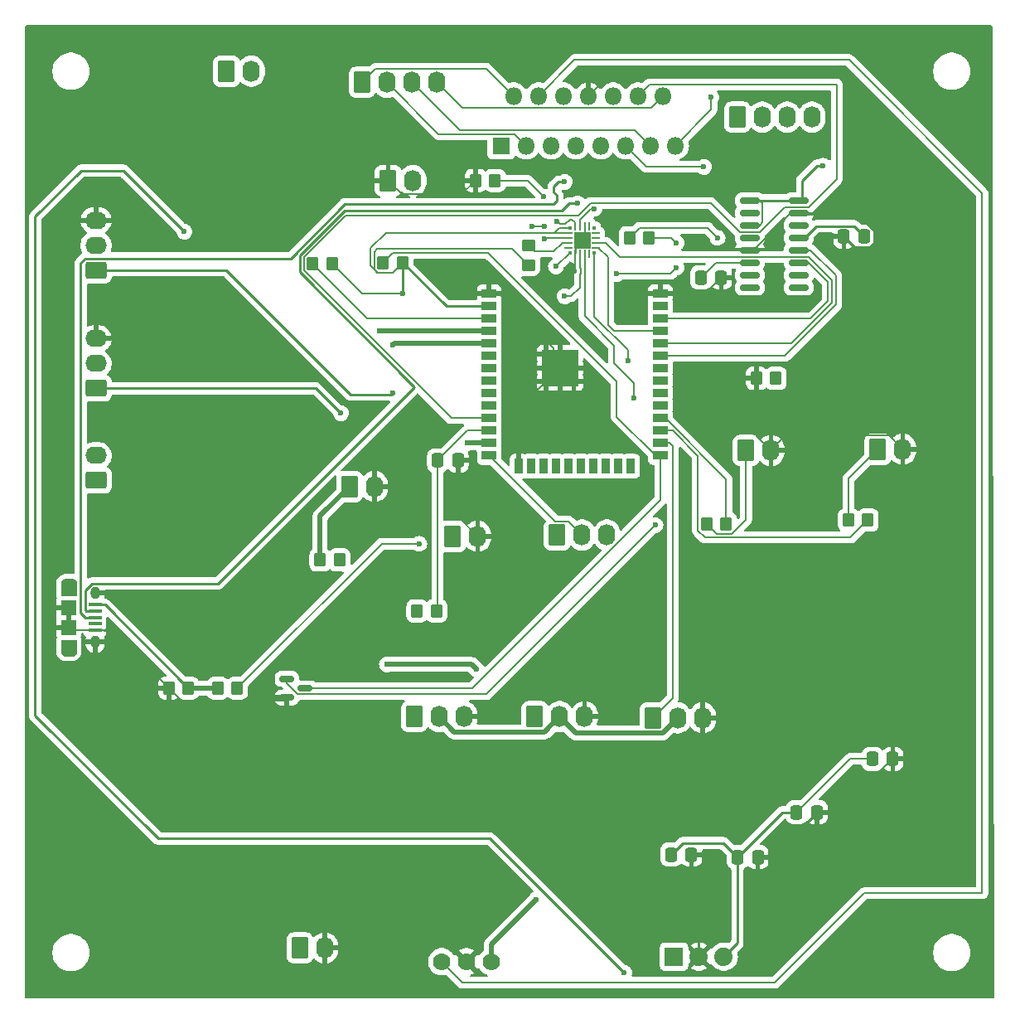
<source format=gbr>
%TF.GenerationSoftware,KiCad,Pcbnew,8.0.8*%
%TF.CreationDate,2025-03-02T22:54:24-06:00*%
%TF.ProjectId,Third Design (PCBWay 1),54686972-6420-4446-9573-69676e202850,rev?*%
%TF.SameCoordinates,Original*%
%TF.FileFunction,Copper,L1,Top*%
%TF.FilePolarity,Positive*%
%FSLAX46Y46*%
G04 Gerber Fmt 4.6, Leading zero omitted, Abs format (unit mm)*
G04 Created by KiCad (PCBNEW 8.0.8) date 2025-03-02 22:54:24*
%MOMM*%
%LPD*%
G01*
G04 APERTURE LIST*
G04 Aperture macros list*
%AMRoundRect*
0 Rectangle with rounded corners*
0 $1 Rounding radius*
0 $2 $3 $4 $5 $6 $7 $8 $9 X,Y pos of 4 corners*
0 Add a 4 corners polygon primitive as box body*
4,1,4,$2,$3,$4,$5,$6,$7,$8,$9,$2,$3,0*
0 Add four circle primitives for the rounded corners*
1,1,$1+$1,$2,$3*
1,1,$1+$1,$4,$5*
1,1,$1+$1,$6,$7*
1,1,$1+$1,$8,$9*
0 Add four rect primitives between the rounded corners*
20,1,$1+$1,$2,$3,$4,$5,0*
20,1,$1+$1,$4,$5,$6,$7,0*
20,1,$1+$1,$6,$7,$8,$9,0*
20,1,$1+$1,$8,$9,$2,$3,0*%
G04 Aperture macros list end*
%TA.AperFunction,EtchedComponent*%
%ADD10C,0.010000*%
%TD*%
%TA.AperFunction,SMDPad,CuDef*%
%ADD11RoundRect,0.250000X0.450000X-0.350000X0.450000X0.350000X-0.450000X0.350000X-0.450000X-0.350000X0*%
%TD*%
%TA.AperFunction,SMDPad,CuDef*%
%ADD12RoundRect,0.250000X-0.350000X-0.450000X0.350000X-0.450000X0.350000X0.450000X-0.350000X0.450000X0*%
%TD*%
%TA.AperFunction,ComponentPad*%
%ADD13RoundRect,0.250000X-0.620000X-0.845000X0.620000X-0.845000X0.620000X0.845000X-0.620000X0.845000X0*%
%TD*%
%TA.AperFunction,ComponentPad*%
%ADD14O,1.740000X2.190000*%
%TD*%
%TA.AperFunction,ComponentPad*%
%ADD15RoundRect,0.250000X0.845000X-0.620000X0.845000X0.620000X-0.845000X0.620000X-0.845000X-0.620000X0*%
%TD*%
%TA.AperFunction,ComponentPad*%
%ADD16O,2.190000X1.740000*%
%TD*%
%TA.AperFunction,SMDPad,CuDef*%
%ADD17R,1.350000X0.400000*%
%TD*%
%TA.AperFunction,ComponentPad*%
%ADD18O,1.550000X0.775000*%
%TD*%
%TA.AperFunction,SMDPad,CuDef*%
%ADD19R,1.550000X1.500000*%
%TD*%
%TA.AperFunction,ComponentPad*%
%ADD20O,0.950000X1.300000*%
%TD*%
%TA.AperFunction,SMDPad,CuDef*%
%ADD21RoundRect,0.250000X-0.337500X-0.475000X0.337500X-0.475000X0.337500X0.475000X-0.337500X0.475000X0*%
%TD*%
%TA.AperFunction,SMDPad,CuDef*%
%ADD22RoundRect,0.150000X-0.850000X-0.150000X0.850000X-0.150000X0.850000X0.150000X-0.850000X0.150000X0*%
%TD*%
%TA.AperFunction,SMDPad,CuDef*%
%ADD23R,1.500000X0.900000*%
%TD*%
%TA.AperFunction,SMDPad,CuDef*%
%ADD24R,0.900000X1.500000*%
%TD*%
%TA.AperFunction,SMDPad,CuDef*%
%ADD25R,0.900000X0.900000*%
%TD*%
%TA.AperFunction,HeatsinkPad*%
%ADD26C,0.600000*%
%TD*%
%TA.AperFunction,HeatsinkPad*%
%ADD27R,3.800000X3.800000*%
%TD*%
%TA.AperFunction,ComponentPad*%
%ADD28C,1.778000*%
%TD*%
%TA.AperFunction,ComponentPad*%
%ADD29R,1.879600X1.879600*%
%TD*%
%TA.AperFunction,ComponentPad*%
%ADD30C,1.879600*%
%TD*%
%TA.AperFunction,SMDPad,CuDef*%
%ADD31RoundRect,0.150000X-0.587500X-0.150000X0.587500X-0.150000X0.587500X0.150000X-0.587500X0.150000X0*%
%TD*%
%TA.AperFunction,ComponentPad*%
%ADD32R,1.800000X1.800000*%
%TD*%
%TA.AperFunction,ComponentPad*%
%ADD33O,1.800000X1.800000*%
%TD*%
%TA.AperFunction,SMDPad,CuDef*%
%ADD34R,0.355600X0.355600*%
%TD*%
%TA.AperFunction,SMDPad,CuDef*%
%ADD35R,0.254000X0.812800*%
%TD*%
%TA.AperFunction,SMDPad,CuDef*%
%ADD36R,0.812800X0.254000*%
%TD*%
%TA.AperFunction,SMDPad,CuDef*%
%ADD37R,1.701800X1.701800*%
%TD*%
%TA.AperFunction,ViaPad*%
%ADD38C,0.600000*%
%TD*%
%TA.AperFunction,Conductor*%
%ADD39C,0.200000*%
%TD*%
%TA.AperFunction,Conductor*%
%ADD40C,0.254000*%
%TD*%
%TA.AperFunction,Conductor*%
%ADD41C,0.508000*%
%TD*%
G04 APERTURE END LIST*
D10*
%TO.C,J18*%
X105076000Y-106840000D02*
X105102000Y-106842000D01*
X105128000Y-106845000D01*
X105154000Y-106850000D01*
X105179000Y-106856000D01*
X105205000Y-106863000D01*
X105229000Y-106872000D01*
X105253000Y-106882000D01*
X105277000Y-106893000D01*
X105300000Y-106906000D01*
X105322000Y-106920000D01*
X105344000Y-106934000D01*
X105365000Y-106950000D01*
X105385000Y-106967000D01*
X105404000Y-106985000D01*
X105422000Y-107004000D01*
X105439000Y-107024000D01*
X105455000Y-107045000D01*
X105469000Y-107067000D01*
X105483000Y-107089000D01*
X105496000Y-107112000D01*
X105507000Y-107136000D01*
X105517000Y-107160000D01*
X105526000Y-107184000D01*
X105533000Y-107210000D01*
X105539000Y-107235000D01*
X105544000Y-107261000D01*
X105547000Y-107287000D01*
X105549000Y-107313000D01*
X105550000Y-107339000D01*
X105550000Y-108484000D01*
X104000000Y-108484000D01*
X104000000Y-107339000D01*
X104001000Y-107313000D01*
X104003000Y-107287000D01*
X104006000Y-107261000D01*
X104011000Y-107235000D01*
X104017000Y-107210000D01*
X104024000Y-107184000D01*
X104033000Y-107160000D01*
X104043000Y-107136000D01*
X104054000Y-107112000D01*
X104067000Y-107089000D01*
X104081000Y-107067000D01*
X104095000Y-107045000D01*
X104111000Y-107024000D01*
X104128000Y-107004000D01*
X104146000Y-106985000D01*
X104165000Y-106967000D01*
X104185000Y-106950000D01*
X104206000Y-106934000D01*
X104228000Y-106920000D01*
X104250000Y-106906000D01*
X104273000Y-106893000D01*
X104297000Y-106882000D01*
X104321000Y-106872000D01*
X104345000Y-106863000D01*
X104371000Y-106856000D01*
X104396000Y-106850000D01*
X104422000Y-106845000D01*
X104448000Y-106842000D01*
X104474000Y-106840000D01*
X104500000Y-106839000D01*
X105050000Y-106839000D01*
X105076000Y-106840000D01*
%TA.AperFunction,EtchedComponent*%
G36*
X105076000Y-106840000D02*
G01*
X105102000Y-106842000D01*
X105128000Y-106845000D01*
X105154000Y-106850000D01*
X105179000Y-106856000D01*
X105205000Y-106863000D01*
X105229000Y-106872000D01*
X105253000Y-106882000D01*
X105277000Y-106893000D01*
X105300000Y-106906000D01*
X105322000Y-106920000D01*
X105344000Y-106934000D01*
X105365000Y-106950000D01*
X105385000Y-106967000D01*
X105404000Y-106985000D01*
X105422000Y-107004000D01*
X105439000Y-107024000D01*
X105455000Y-107045000D01*
X105469000Y-107067000D01*
X105483000Y-107089000D01*
X105496000Y-107112000D01*
X105507000Y-107136000D01*
X105517000Y-107160000D01*
X105526000Y-107184000D01*
X105533000Y-107210000D01*
X105539000Y-107235000D01*
X105544000Y-107261000D01*
X105547000Y-107287000D01*
X105549000Y-107313000D01*
X105550000Y-107339000D01*
X105550000Y-108484000D01*
X104000000Y-108484000D01*
X104000000Y-107339000D01*
X104001000Y-107313000D01*
X104003000Y-107287000D01*
X104006000Y-107261000D01*
X104011000Y-107235000D01*
X104017000Y-107210000D01*
X104024000Y-107184000D01*
X104033000Y-107160000D01*
X104043000Y-107136000D01*
X104054000Y-107112000D01*
X104067000Y-107089000D01*
X104081000Y-107067000D01*
X104095000Y-107045000D01*
X104111000Y-107024000D01*
X104128000Y-107004000D01*
X104146000Y-106985000D01*
X104165000Y-106967000D01*
X104185000Y-106950000D01*
X104206000Y-106934000D01*
X104228000Y-106920000D01*
X104250000Y-106906000D01*
X104273000Y-106893000D01*
X104297000Y-106882000D01*
X104321000Y-106872000D01*
X104345000Y-106863000D01*
X104371000Y-106856000D01*
X104396000Y-106850000D01*
X104422000Y-106845000D01*
X104448000Y-106842000D01*
X104474000Y-106840000D01*
X104500000Y-106839000D01*
X105050000Y-106839000D01*
X105076000Y-106840000D01*
G37*
%TD.AperFunction*%
X105550000Y-114229000D02*
X105549000Y-114255000D01*
X105547000Y-114281000D01*
X105544000Y-114307000D01*
X105539000Y-114333000D01*
X105533000Y-114358000D01*
X105526000Y-114384000D01*
X105517000Y-114408000D01*
X105507000Y-114432000D01*
X105496000Y-114456000D01*
X105483000Y-114479000D01*
X105469000Y-114501000D01*
X105455000Y-114523000D01*
X105439000Y-114544000D01*
X105422000Y-114564000D01*
X105404000Y-114583000D01*
X105385000Y-114601000D01*
X105365000Y-114618000D01*
X105344000Y-114634000D01*
X105322000Y-114648000D01*
X105300000Y-114662000D01*
X105277000Y-114675000D01*
X105253000Y-114686000D01*
X105229000Y-114696000D01*
X105205000Y-114705000D01*
X105179000Y-114712000D01*
X105154000Y-114718000D01*
X105128000Y-114723000D01*
X105102000Y-114726000D01*
X105076000Y-114728000D01*
X105050000Y-114729000D01*
X104500000Y-114729000D01*
X104474000Y-114728000D01*
X104448000Y-114726000D01*
X104422000Y-114723000D01*
X104396000Y-114718000D01*
X104371000Y-114712000D01*
X104345000Y-114705000D01*
X104321000Y-114696000D01*
X104297000Y-114686000D01*
X104273000Y-114675000D01*
X104250000Y-114662000D01*
X104228000Y-114648000D01*
X104206000Y-114634000D01*
X104185000Y-114618000D01*
X104165000Y-114601000D01*
X104146000Y-114583000D01*
X104128000Y-114564000D01*
X104111000Y-114544000D01*
X104095000Y-114523000D01*
X104081000Y-114501000D01*
X104067000Y-114479000D01*
X104054000Y-114456000D01*
X104043000Y-114432000D01*
X104033000Y-114408000D01*
X104024000Y-114384000D01*
X104017000Y-114358000D01*
X104011000Y-114333000D01*
X104006000Y-114307000D01*
X104003000Y-114281000D01*
X104001000Y-114255000D01*
X104000000Y-114229000D01*
X104000000Y-113084000D01*
X105550000Y-113084000D01*
X105550000Y-114229000D01*
%TA.AperFunction,EtchedComponent*%
G36*
X105550000Y-114229000D02*
G01*
X105549000Y-114255000D01*
X105547000Y-114281000D01*
X105544000Y-114307000D01*
X105539000Y-114333000D01*
X105533000Y-114358000D01*
X105526000Y-114384000D01*
X105517000Y-114408000D01*
X105507000Y-114432000D01*
X105496000Y-114456000D01*
X105483000Y-114479000D01*
X105469000Y-114501000D01*
X105455000Y-114523000D01*
X105439000Y-114544000D01*
X105422000Y-114564000D01*
X105404000Y-114583000D01*
X105385000Y-114601000D01*
X105365000Y-114618000D01*
X105344000Y-114634000D01*
X105322000Y-114648000D01*
X105300000Y-114662000D01*
X105277000Y-114675000D01*
X105253000Y-114686000D01*
X105229000Y-114696000D01*
X105205000Y-114705000D01*
X105179000Y-114712000D01*
X105154000Y-114718000D01*
X105128000Y-114723000D01*
X105102000Y-114726000D01*
X105076000Y-114728000D01*
X105050000Y-114729000D01*
X104500000Y-114729000D01*
X104474000Y-114728000D01*
X104448000Y-114726000D01*
X104422000Y-114723000D01*
X104396000Y-114718000D01*
X104371000Y-114712000D01*
X104345000Y-114705000D01*
X104321000Y-114696000D01*
X104297000Y-114686000D01*
X104273000Y-114675000D01*
X104250000Y-114662000D01*
X104228000Y-114648000D01*
X104206000Y-114634000D01*
X104185000Y-114618000D01*
X104165000Y-114601000D01*
X104146000Y-114583000D01*
X104128000Y-114564000D01*
X104111000Y-114544000D01*
X104095000Y-114523000D01*
X104081000Y-114501000D01*
X104067000Y-114479000D01*
X104054000Y-114456000D01*
X104043000Y-114432000D01*
X104033000Y-114408000D01*
X104024000Y-114384000D01*
X104017000Y-114358000D01*
X104011000Y-114333000D01*
X104006000Y-114307000D01*
X104003000Y-114281000D01*
X104001000Y-114255000D01*
X104000000Y-114229000D01*
X104000000Y-113084000D01*
X105550000Y-113084000D01*
X105550000Y-114229000D01*
G37*
%TD.AperFunction*%
%TD*%
D11*
%TO.P,R3,1*%
%TO.N,+3.3V*%
X151765000Y-74803000D03*
%TO.P,R3,2*%
%TO.N,Net-(U7-RSTB)*%
X151765000Y-72803000D03*
%TD*%
D12*
%TO.P,R5,1*%
%TO.N,Net-(J6-Pin_1)*%
X184436000Y-100838000D03*
%TO.P,R5,2*%
%TO.N,/Refill LED*%
X186436000Y-100838000D03*
%TD*%
%TO.P,R13,1*%
%TO.N,GND*%
X115000000Y-118000000D03*
%TO.P,R13,2*%
%TO.N,+5V*%
X117000000Y-118000000D03*
%TD*%
D13*
%TO.P,J7,1,Pin_1*%
%TO.N,Net-(J7-Pin_1)*%
X133477000Y-97409000D03*
D14*
%TO.P,J7,2,Pin_2*%
%TO.N,GND*%
X136017000Y-97409000D03*
%TD*%
D15*
%TO.P,J2,1,Pin_1*%
%TO.N,/Shaker Servo Signal 1*%
X107569000Y-87376000D03*
D16*
%TO.P,J2,2,Pin_2*%
%TO.N,+5V*%
X107569000Y-84836000D03*
%TO.P,J2,3,Pin_3*%
%TO.N,GND*%
X107569000Y-82296000D03*
%TD*%
D17*
%TO.P,J18,1,VCC*%
%TO.N,+5V*%
X107450000Y-109484000D03*
%TO.P,J18,2,D-*%
%TO.N,/D-*%
X107450000Y-110134000D03*
%TO.P,J18,3,D+*%
%TO.N,/D+*%
X107450000Y-110784000D03*
%TO.P,J18,4,ID*%
%TO.N,unconnected-(J18-ID-Pad4)*%
X107450000Y-111434000D03*
%TO.P,J18,5,GND*%
%TO.N,GND*%
X107450000Y-112084000D03*
D18*
%TO.P,J18,SH1,SHIELD*%
X104775000Y-107284000D03*
D19*
%TO.P,J18,SH2,SHIELD__1*%
X104775000Y-111784000D03*
%TO.P,J18,SH3,SHIELD__2*%
X104775000Y-109784000D03*
D18*
%TO.P,J18,SH4,SHIELD__3*%
X104775000Y-114284000D03*
D20*
%TO.P,J18,SH5,SHIELD__4*%
X107475000Y-108284000D03*
%TO.P,J18,SH6,SHIELD__5*%
X107475000Y-113284000D03*
%TD*%
D13*
%TO.P,J9,1,Pin_1*%
%TO.N,Net-(J9-Pin_1)*%
X144018000Y-102489000D03*
D14*
%TO.P,J9,2,Pin_2*%
%TO.N,GND*%
X146558000Y-102489000D03*
%TD*%
D12*
%TO.P,R9,1*%
%TO.N,Net-(J8-Pin_1)*%
X169958000Y-101219000D03*
%TO.P,R9,2*%
%TO.N,/Power LED*%
X171958000Y-101219000D03*
%TD*%
D21*
%TO.P,C3,1*%
%TO.N,Net-(U6-VBG)*%
X169375000Y-76073000D03*
%TO.P,C3,2*%
%TO.N,GND*%
X171450000Y-76073000D03*
%TD*%
D22*
%TO.P,U6,1,VSUP*%
%TO.N,+3.3V*%
X174371000Y-68199000D03*
%TO.P,U6,2,BASE*%
%TO.N,/Excitation +*%
X174371000Y-69469000D03*
%TO.P,U6,3,AVDD*%
%TO.N,+3.3V*%
X174371000Y-70739000D03*
%TO.P,U6,4,VFB*%
%TO.N,/Excitation -*%
X174371000Y-72009000D03*
%TO.P,U6,5,AGND*%
%TO.N,GND*%
X174371000Y-73279000D03*
%TO.P,U6,6,VBG*%
%TO.N,Net-(U6-VBG)*%
X174371000Y-74549000D03*
%TO.P,U6,7,INA-*%
%TO.N,/Singal -*%
X174371000Y-75819000D03*
%TO.P,U6,8,INA+*%
%TO.N,/Signal +*%
X174371000Y-77089000D03*
%TO.P,U6,9,INB-*%
%TO.N,unconnected-(U6-INB--Pad9)*%
X179371000Y-77089000D03*
%TO.P,U6,10,INB+*%
%TO.N,unconnected-(U6-INB+-Pad10)*%
X179371000Y-75819000D03*
%TO.P,U6,11,PD_SCK*%
%TO.N,/HX711 PD_SCK*%
X179371000Y-74549000D03*
%TO.P,U6,12,DOUT*%
%TO.N,/HX711 Digital Output*%
X179371000Y-73279000D03*
%TO.P,U6,13,XO*%
%TO.N,Net-(U6-XO)*%
X179371000Y-72009000D03*
%TO.P,U6,14,XI*%
%TO.N,unconnected-(U6-XI-Pad14)*%
X179371000Y-70739000D03*
%TO.P,U6,15,RATE*%
%TO.N,GND*%
X179371000Y-69469000D03*
%TO.P,U6,16,DVDD*%
%TO.N,+3.3V*%
X179371000Y-68199000D03*
%TD*%
D21*
%TO.P,C6,1*%
%TO.N,+3.3V*%
X173101000Y-135255000D03*
%TO.P,C6,2*%
%TO.N,GND*%
X175176000Y-135255000D03*
%TD*%
%TO.P,C1,1*%
%TO.N,GND*%
X183980000Y-71882000D03*
%TO.P,C1,2*%
%TO.N,Net-(U6-XO)*%
X186055000Y-71882000D03*
%TD*%
D12*
%TO.P,R8,1*%
%TO.N,Net-(J7-Pin_1)*%
X130461000Y-104902000D03*
%TO.P,R8,2*%
%TO.N,/Dispensing LED*%
X132461000Y-104902000D03*
%TD*%
D13*
%TO.P,J3,1,Pin_1*%
%TO.N,Net-(J3-Pin_1)*%
X154686000Y-102362000D03*
D14*
%TO.P,J3,2,Pin_2*%
%TO.N,Net-(J3-Pin_2)*%
X157226000Y-102362000D03*
%TO.P,J3,3,Pin_3*%
%TO.N,Net-(J3-Pin_3)*%
X159766000Y-102362000D03*
%TD*%
D15*
%TO.P,J19,1,Pin_1*%
%TO.N,Net-(J19-Pin_1)*%
X107569000Y-96774000D03*
D16*
%TO.P,J19,2,Pin_2*%
%TO.N,Net-(J19-Pin_2)*%
X107569000Y-94234000D03*
%TD*%
D13*
%TO.P,J10,1,Pin_1*%
%TO.N,Net-(J10-Pin_1)*%
X120904000Y-54991000D03*
D14*
%TO.P,J10,2,Pin_2*%
%TO.N,Net-(J10-Pin_2)*%
X123444000Y-54991000D03*
%TD*%
D13*
%TO.P,J6,1,Pin_1*%
%TO.N,Net-(J6-Pin_1)*%
X187452000Y-93599000D03*
D14*
%TO.P,J6,2,Pin_2*%
%TO.N,GND*%
X189992000Y-93599000D03*
%TD*%
D23*
%TO.P,U2,1,GND*%
%TO.N,GND*%
X147727000Y-77724000D03*
%TO.P,U2,2,VDD*%
%TO.N,+3.3V*%
X147727000Y-78994000D03*
%TO.P,U2,3,EN*%
%TO.N,Net-(J16-Pin_2)*%
X147727000Y-80264000D03*
%TO.P,U2,4,SENSOR_VP*%
%TO.N,Net-(J19-Pin_1)*%
X147727000Y-81534000D03*
%TO.P,U2,5,SENSOR_VN*%
%TO.N,Net-(J19-Pin_2)*%
X147727000Y-82804000D03*
%TO.P,U2,6,IO34*%
%TO.N,unconnected-(U2-IO34-Pad6)*%
X147727000Y-84074000D03*
%TO.P,U2,7,IO35*%
%TO.N,unconnected-(U2-IO35-Pad7)*%
X147727000Y-85344000D03*
%TO.P,U2,8,IO32*%
%TO.N,/Shaker Servo Signal 1*%
X147727000Y-86614000D03*
%TO.P,U2,9,IO33*%
%TO.N,/Shaker Servo Signal 2*%
X147727000Y-87884000D03*
%TO.P,U2,10,IO25*%
%TO.N,/Step Driver Speed*%
X147727000Y-89154000D03*
%TO.P,U2,11,IO26*%
%TO.N,/Stepper Driver IN4*%
X147727000Y-90424000D03*
%TO.P,U2,12,IO27*%
%TO.N,/Bluetooth Button*%
X147727000Y-91694000D03*
%TO.P,U2,13,IO14*%
%TO.N,/Dispensing LED*%
X147727000Y-92964000D03*
%TO.P,U2,14,IO12*%
%TO.N,Net-(J3-Pin_2)*%
X147727000Y-94234000D03*
D24*
%TO.P,U2,15,GND*%
%TO.N,GND*%
X150762000Y-95329000D03*
%TO.P,U2,16,IO13*%
%TO.N,/Servo Signal 3*%
X152032000Y-95329000D03*
%TO.P,U2,17,SHD/SD2*%
%TO.N,unconnected-(U2-SHD{slash}SD2-Pad17)*%
X153302000Y-95329000D03*
%TO.P,U2,18,SWP/SD3*%
%TO.N,unconnected-(U2-SWP{slash}SD3-Pad18)*%
X154572000Y-95329000D03*
%TO.P,U2,19,SCS/CMD*%
%TO.N,unconnected-(U2-SCS{slash}CMD-Pad19)*%
X155842000Y-95329000D03*
%TO.P,U2,20,SCK/CLK*%
%TO.N,unconnected-(U2-SCK{slash}CLK-Pad20)*%
X157112000Y-95329000D03*
%TO.P,U2,21,SDO/SD0*%
%TO.N,unconnected-(U2-SDO{slash}SD0-Pad21)*%
X158382000Y-95329000D03*
%TO.P,U2,22,SDI/SD1*%
%TO.N,unconnected-(U2-SDI{slash}SD1-Pad22)*%
X159652000Y-95329000D03*
%TO.P,U2,23,IO15*%
%TO.N,Net-(J3-Pin_3)*%
X160922000Y-95329000D03*
%TO.P,U2,24,IO2*%
%TO.N,Net-(J3-Pin_1)*%
X162192000Y-95329000D03*
D23*
%TO.P,U2,25,IO0*%
%TO.N,/Drain*%
X165227000Y-94234000D03*
%TO.P,U2,26,IO4*%
%TO.N,/Servo Signal 1*%
X165227000Y-92964000D03*
%TO.P,U2,27,IO16*%
%TO.N,/Refill LED*%
X165227000Y-91694000D03*
%TO.P,U2,28,IO17*%
%TO.N,/Power LED*%
X165227000Y-90424000D03*
%TO.P,U2,29,IO5*%
%TO.N,/Servo Signal 2*%
X165227000Y-89154000D03*
%TO.P,U2,30,IO18*%
%TO.N,/Stepper Driver IN1*%
X165227000Y-87884000D03*
%TO.P,U2,31,IO19*%
%TO.N,/Stepper Driver IN2*%
X165227000Y-86614000D03*
%TO.P,U2,32,NC*%
%TO.N,unconnected-(U2-NC-Pad32)*%
X165227000Y-85344000D03*
%TO.P,U2,33,IO21*%
%TO.N,/HX711 Digital Output*%
X165227000Y-84074000D03*
%TO.P,U2,34,RXD0/IO3*%
%TO.N,/TXD*%
X165227000Y-82804000D03*
%TO.P,U2,35,TXD0/IO1*%
%TO.N,/RXD*%
X165227000Y-81534000D03*
%TO.P,U2,36,IO22*%
%TO.N,/HX711 PD_SCK*%
X165227000Y-80264000D03*
%TO.P,U2,37,IO23*%
%TO.N,/Stepper Driver IN3*%
X165227000Y-78994000D03*
%TO.P,U2,38,GND*%
%TO.N,GND*%
X165227000Y-77724000D03*
D25*
%TO.P,U2,39,GND*%
X153577000Y-83889000D03*
D26*
X153577000Y-84589000D03*
D25*
X153577000Y-85289000D03*
D26*
X153577000Y-85989000D03*
D25*
X153577000Y-86689000D03*
D26*
X154277000Y-83889000D03*
X154277000Y-85289000D03*
X154277000Y-86689000D03*
D25*
X154977000Y-83889000D03*
D26*
X154977000Y-84589000D03*
D25*
X154977000Y-85289000D03*
D27*
X154977000Y-85289000D03*
D26*
X154977000Y-85989000D03*
D25*
X154977000Y-86689000D03*
D26*
X155677000Y-83889000D03*
X155677000Y-85289000D03*
X155677000Y-86689000D03*
D25*
X156377000Y-83889000D03*
D26*
X156377000Y-84589000D03*
D25*
X156377000Y-85289000D03*
D26*
X156377000Y-85989000D03*
D25*
X156377000Y-86689000D03*
%TD*%
D13*
%TO.P,J5,1,Pin_1*%
%TO.N,Net-(J5-Pin_1)*%
X134747000Y-56134000D03*
D14*
%TO.P,J5,2,Pin_2*%
%TO.N,Net-(J5-Pin_2)*%
X137287000Y-56134000D03*
%TO.P,J5,3,Pin_3*%
%TO.N,Net-(J5-Pin_3)*%
X139827000Y-56134000D03*
%TO.P,J5,4,Pin_4*%
%TO.N,Net-(J5-Pin_4)*%
X142367000Y-56134000D03*
%TD*%
D12*
%TO.P,R1,1*%
%TO.N,/Drain*%
X136906000Y-74549000D03*
%TO.P,R1,2*%
%TO.N,+3.3V*%
X138906000Y-74549000D03*
%TD*%
D28*
%TO.P,U3,1,INPUT*%
%TO.N,+12V*%
X142875000Y-145923000D03*
%TO.P,U3,2,GROUND*%
%TO.N,GND*%
X145415000Y-145923000D03*
%TO.P,U3,3,OUTPUT*%
%TO.N,+5V*%
X147955000Y-145923000D03*
%TD*%
D29*
%TO.P,U1,1,IN*%
%TO.N,+5V*%
X166624000Y-145415000D03*
D30*
%TO.P,U1,2,GND*%
%TO.N,GND*%
X169164000Y-145415000D03*
%TO.P,U1,3,OUT*%
%TO.N,+3.3V*%
X171704000Y-145415000D03*
%TD*%
D12*
%TO.P,R11,1*%
%TO.N,GND*%
X146336000Y-66167000D03*
%TO.P,R11,2*%
%TO.N,Net-(U7-SUSPENDB)*%
X148336000Y-66167000D03*
%TD*%
%TO.P,R10,1*%
%TO.N,Net-(J9-Pin_1)*%
X140367000Y-110109000D03*
%TO.P,R10,2*%
%TO.N,/Bluetooth Button*%
X142367000Y-110109000D03*
%TD*%
%TO.P,R2,1*%
%TO.N,Net-(J16-Pin_2)*%
X129699000Y-74676000D03*
%TO.P,R2,2*%
%TO.N,+3.3V*%
X131699000Y-74676000D03*
%TD*%
D15*
%TO.P,J17,1,Pin_1*%
%TO.N,/Shaker Servo Signal 2*%
X107569000Y-75311000D03*
D16*
%TO.P,J17,2,Pin_2*%
%TO.N,+5V*%
X107569000Y-72771000D03*
%TO.P,J17,3,Pin_3*%
%TO.N,GND*%
X107569000Y-70231000D03*
%TD*%
D21*
%TO.P,C4,1*%
%TO.N,/Bluetooth Button*%
X142472500Y-94742000D03*
%TO.P,C4,2*%
%TO.N,GND*%
X144547500Y-94742000D03*
%TD*%
D31*
%TO.P,Q1,1,G*%
%TO.N,Net-(Q1-G)*%
X127062500Y-117050000D03*
%TO.P,Q1,2,S*%
%TO.N,GND*%
X127062500Y-118950000D03*
%TO.P,Q1,3,D*%
%TO.N,/Drain*%
X128937500Y-118000000D03*
%TD*%
D12*
%TO.P,R4,1*%
%TO.N,GND*%
X175038000Y-86360000D03*
%TO.P,R4,2*%
%TO.N,Net-(U7-SUSPEND)*%
X177038000Y-86360000D03*
%TD*%
D21*
%TO.P,C7,1*%
%TO.N,+3.3V*%
X186901000Y-125222000D03*
%TO.P,C7,2*%
%TO.N,GND*%
X188976000Y-125222000D03*
%TD*%
D13*
%TO.P,J11,1,Pin_1*%
%TO.N,/Excitation +*%
X173101000Y-59690000D03*
D14*
%TO.P,J11,2,Pin_2*%
%TO.N,/Excitation -*%
X175641000Y-59690000D03*
%TO.P,J11,3,Pin_3*%
%TO.N,/Signal +*%
X178181000Y-59690000D03*
%TO.P,J11,4,Pin_4*%
%TO.N,/Singal -*%
X180721000Y-59690000D03*
%TD*%
D12*
%TO.P,R12,1*%
%TO.N,+3.3V*%
X162084000Y-72009000D03*
%TO.P,R12,2*%
%TO.N,Net-(U7-WAKEUP)*%
X164084000Y-72009000D03*
%TD*%
D13*
%TO.P,J16,1,Pin_1*%
%TO.N,GND*%
X137414000Y-66167000D03*
D14*
%TO.P,J16,2,Pin_2*%
%TO.N,Net-(J16-Pin_2)*%
X139954000Y-66167000D03*
%TD*%
D13*
%TO.P,J15,1,Pin_1*%
%TO.N,/Servo Signal 1*%
X164465000Y-121031000D03*
D14*
%TO.P,J15,2,Pin_2*%
%TO.N,+5V*%
X167005000Y-121031000D03*
%TO.P,J15,3,Pin_3*%
%TO.N,GND*%
X169545000Y-121031000D03*
%TD*%
D12*
%TO.P,R14,1*%
%TO.N,+5V*%
X120000000Y-118000000D03*
%TO.P,R14,2*%
%TO.N,/VBUS*%
X122000000Y-118000000D03*
%TD*%
D13*
%TO.P,J1,1,Pin_1*%
%TO.N,+12V*%
X128397000Y-144526000D03*
D14*
%TO.P,J1,2,Pin_2*%
%TO.N,GND*%
X130937000Y-144526000D03*
%TD*%
D13*
%TO.P,J14,1,Pin_1*%
%TO.N,/Servo Signal 3*%
X152400000Y-120904000D03*
D14*
%TO.P,J14,2,Pin_2*%
%TO.N,+5V*%
X154940000Y-120904000D03*
%TO.P,J14,3,Pin_3*%
%TO.N,GND*%
X157480000Y-120904000D03*
%TD*%
D21*
%TO.P,C5,1*%
%TO.N,+3.3V*%
X166327000Y-135001000D03*
%TO.P,C5,2*%
%TO.N,GND*%
X168402000Y-135001000D03*
%TD*%
D13*
%TO.P,J13,1,Pin_1*%
%TO.N,/Servo Signal 2*%
X140081000Y-120904000D03*
D14*
%TO.P,J13,2,Pin_2*%
%TO.N,+5V*%
X142621000Y-120904000D03*
%TO.P,J13,3,Pin_3*%
%TO.N,GND*%
X145161000Y-120904000D03*
%TD*%
D21*
%TO.P,C8,1*%
%TO.N,+3.3V*%
X179154000Y-130683000D03*
%TO.P,C8,2*%
%TO.N,GND*%
X181229000Y-130683000D03*
%TD*%
D32*
%TO.P,U5,1,SENSE_A*%
%TO.N,Net-(J10-Pin_1)*%
X148971000Y-62611000D03*
D33*
%TO.P,U5,2,OUT1*%
%TO.N,Net-(J5-Pin_1)*%
X150241000Y-57531000D03*
%TO.P,U5,3,OUT2*%
%TO.N,Net-(J5-Pin_2)*%
X151511000Y-62611000D03*
%TO.P,U5,4,Vs*%
%TO.N,+12V*%
X152781000Y-57531000D03*
%TO.P,U5,5,IN1*%
%TO.N,/Stepper Driver IN1*%
X154051000Y-62611000D03*
%TO.P,U5,6,EnA*%
%TO.N,/Step Driver Speed*%
X155321000Y-57531000D03*
%TO.P,U5,7,IN2*%
%TO.N,/Stepper Driver IN2*%
X156591000Y-62611000D03*
%TO.P,U5,8,GND*%
%TO.N,GND*%
X157861000Y-57531000D03*
%TO.P,U5,9,Vss*%
%TO.N,+5V*%
X159131000Y-62611000D03*
%TO.P,U5,10,IN3*%
%TO.N,/Stepper Driver IN3*%
X160401000Y-57531000D03*
%TO.P,U5,11,EnB*%
%TO.N,/Step Driver Speed*%
X161671000Y-62611000D03*
%TO.P,U5,12,IN4*%
%TO.N,/Stepper Driver IN4*%
X162941000Y-57531000D03*
%TO.P,U5,13,OUT3*%
%TO.N,Net-(J5-Pin_3)*%
X164211000Y-62611000D03*
%TO.P,U5,14,OUT4*%
%TO.N,Net-(J5-Pin_4)*%
X165481000Y-57531000D03*
%TO.P,U5,15,SENSE_B*%
%TO.N,Net-(J10-Pin_2)*%
X166751000Y-62611000D03*
%TD*%
D13*
%TO.P,J8,1,Pin_1*%
%TO.N,Net-(J8-Pin_1)*%
X173990000Y-93726000D03*
D14*
%TO.P,J8,2,Pin_2*%
%TO.N,GND*%
X176530000Y-93726000D03*
%TD*%
D34*
%TO.P,U7,1,GPIO.1_/_RS485*%
%TO.N,unconnected-(U7-GPIO.1_{slash}_RS485-Pad1)*%
X158487872Y-71013000D03*
D35*
%TO.P,U7,2,GPIO.0_/CLK*%
%TO.N,unconnected-(U7-GPIO.0_{slash}CLK-Pad2)*%
X157988000Y-70866000D03*
%TO.P,U7,3,GND*%
%TO.N,GND*%
X157487874Y-70866000D03*
%TO.P,U7,4,D+*%
%TO.N,/D+*%
X156987748Y-70866000D03*
%TO.P,U7,5,D-*%
%TO.N,/D-*%
X156487622Y-70866000D03*
D34*
%TO.P,U7,6,VDD*%
%TO.N,+3.3V*%
X155987750Y-71013000D03*
D36*
%TO.P,U7,7,VREGIN*%
X155840811Y-71512811D03*
%TO.P,U7,8,VBUS*%
%TO.N,/VBUS*%
X155840811Y-72012937D03*
%TO.P,U7,9,RSTB*%
%TO.N,Net-(U7-RSTB)*%
X155840811Y-72513063D03*
%TO.P,U7,10,NC*%
%TO.N,unconnected-(U7-NC-Pad10)*%
X155840811Y-73013189D03*
D34*
%TO.P,U7,11,SUSPENDB*%
%TO.N,Net-(U7-SUSPENDB)*%
X155987750Y-73513000D03*
D35*
%TO.P,U7,12,GND*%
%TO.N,GND*%
X156487622Y-73660000D03*
%TO.P,U7,13,WAKEUP*%
%TO.N,Net-(U7-WAKEUP)*%
X156987748Y-73660000D03*
%TO.P,U7,14,SUSPEND*%
%TO.N,Net-(U7-SUSPEND)*%
X157487874Y-73660000D03*
%TO.P,U7,15,CTS*%
%TO.N,unconnected-(U7-CTS-Pad15)*%
X157988000Y-73660000D03*
D34*
%TO.P,U7,16,RTS*%
%TO.N,Net-(Q1-G)*%
X158487872Y-73513000D03*
D36*
%TO.P,U7,17,RXD*%
%TO.N,/RXD*%
X158634811Y-73013189D03*
%TO.P,U7,18,TXD*%
%TO.N,/TXD*%
X158634811Y-72513063D03*
%TO.P,U7,19,GPIO.3_/_RXT*%
%TO.N,unconnected-(U7-GPIO.3_{slash}_RXT-Pad19)*%
X158634811Y-72012937D03*
%TO.P,U7,20,GPIO.2_/_TXT*%
%TO.N,unconnected-(U7-GPIO.2_{slash}_TXT-Pad20)*%
X158634811Y-71512811D03*
D37*
%TO.P,U7,21,EPAD*%
%TO.N,GND*%
X157237811Y-72263000D03*
%TD*%
D38*
%TO.N,/VBUS*%
X153416000Y-72136000D03*
X153416000Y-70866000D03*
X152101094Y-70875906D03*
%TO.N,Net-(U7-WAKEUP)*%
X155448000Y-77978000D03*
%TO.N,/D+*%
X158496000Y-69053000D03*
%TO.N,/D-*%
X154686000Y-70323000D03*
%TO.N,GND*%
X176403000Y-55118000D03*
X175176000Y-135255000D03*
X150762000Y-95329000D03*
X147727000Y-77724000D03*
X156464000Y-75438000D03*
X165227000Y-77724000D03*
X151892000Y-110871000D03*
X181229000Y-130683000D03*
%TO.N,+3.3V*%
X181864000Y-64643000D03*
X138938000Y-77724000D03*
X161544000Y-147066000D03*
X174371000Y-70739000D03*
X116586000Y-71374000D03*
X171069000Y-72009000D03*
%TO.N,Net-(J3-Pin_3)*%
X160922000Y-95329000D03*
%TO.N,Net-(J3-Pin_1)*%
X162192000Y-95329000D03*
%TO.N,Net-(J9-Pin_1)*%
X140367000Y-110109000D03*
%TO.N,Net-(J10-Pin_2)*%
X170434000Y-57658000D03*
%TO.N,/Singal -*%
X174371000Y-75819000D03*
%TO.N,/Excitation +*%
X174371000Y-69469000D03*
%TO.N,/Signal +*%
X174371000Y-77089000D03*
%TO.N,/Excitation -*%
X174371000Y-72009000D03*
%TO.N,+5V*%
X152527000Y-139573000D03*
X146431000Y-116078000D03*
X137287000Y-115570000D03*
%TO.N,/Servo Signal 2*%
X165227000Y-89154000D03*
%TO.N,/Servo Signal 3*%
X152032000Y-95329000D03*
%TO.N,Net-(J16-Pin_2)*%
X129699000Y-74676000D03*
%TO.N,/D-*%
X156768997Y-68483598D03*
%TO.N,/D+*%
X155448000Y-66294000D03*
%TO.N,Net-(J19-Pin_1)*%
X136525000Y-81534000D03*
%TO.N,Net-(J19-Pin_2)*%
X137922000Y-82931000D03*
%TO.N,Net-(Q1-G)*%
X164719000Y-101346000D03*
X161925000Y-84582000D03*
%TO.N,Net-(U7-SUSPEND)*%
X177038000Y-86360000D03*
X162560000Y-88392000D03*
%TO.N,/Dispensing LED*%
X145542000Y-92964000D03*
X132461000Y-104902000D03*
%TO.N,Net-(U7-SUSPENDB)*%
X153311000Y-67818000D03*
X154559000Y-74930000D03*
%TO.N,Net-(U7-WAKEUP)*%
X166878000Y-75057000D03*
X160782000Y-75692000D03*
X166878000Y-72517000D03*
%TO.N,/VBUS*%
X140589000Y-103251000D03*
%TO.N,/Stepper Driver IN3*%
X165227000Y-78994000D03*
%TO.N,/Stepper Driver IN1*%
X165227000Y-87884000D03*
%TO.N,/Stepper Driver IN2*%
X165227000Y-86614000D03*
%TO.N,/Step Driver Speed*%
X147727000Y-89154000D03*
X169672000Y-64770000D03*
%TO.N,/Shaker Servo Signal 1*%
X132588000Y-89916000D03*
X147727000Y-86614000D03*
%TO.N,/Shaker Servo Signal 2*%
X137922000Y-87884000D03*
X147701000Y-87884000D03*
%TD*%
D39*
%TO.N,GND*%
X153577000Y-86689000D02*
X150762000Y-89504000D01*
X150762000Y-89504000D02*
X150762000Y-95329000D01*
D40*
%TO.N,+5V*%
X117000000Y-118000000D02*
X108484000Y-109484000D01*
X108484000Y-109484000D02*
X107450000Y-109484000D01*
D39*
%TO.N,/D-*%
X154686000Y-70323000D02*
X154975000Y-70612000D01*
X156487622Y-70400622D02*
X156487622Y-70866000D01*
X154975000Y-70612000D02*
X155509950Y-70612000D01*
X155509950Y-70612000D02*
X155998950Y-70123000D01*
X155998950Y-70123000D02*
X156210000Y-70123000D01*
X156210000Y-70123000D02*
X156487622Y-70400622D01*
%TO.N,+3.3V*%
X155840811Y-71512811D02*
X154432000Y-71512811D01*
X154432000Y-71512811D02*
X137162316Y-71512811D01*
X155987750Y-71013000D02*
X154931811Y-71013000D01*
X154931811Y-71013000D02*
X154432000Y-71512811D01*
%TO.N,GND*%
X181229000Y-130683000D02*
X183515000Y-130683000D01*
D40*
X176657000Y-135255000D02*
X175176000Y-135255000D01*
X181229000Y-130683000D02*
X176657000Y-135255000D01*
D39*
X183515000Y-130683000D02*
X188976000Y-125222000D01*
%TO.N,/VBUS*%
X153416000Y-72136000D02*
X153539063Y-72012937D01*
X153539063Y-72012937D02*
X155840811Y-72012937D01*
%TO.N,Net-(U7-RSTB)*%
X155840811Y-72513063D02*
X155207537Y-72513063D01*
X155207537Y-72513063D02*
X154314600Y-73406000D01*
X154314600Y-73406000D02*
X152368000Y-73406000D01*
X152368000Y-73406000D02*
X151765000Y-72803000D01*
%TO.N,/VBUS*%
X152101094Y-70875906D02*
X153406094Y-70875906D01*
X153406094Y-70875906D02*
X153416000Y-70866000D01*
%TO.N,Net-(U7-WAKEUP)*%
X156987748Y-73660000D02*
X156987748Y-75113219D01*
X156987748Y-75113219D02*
X157064000Y-75189471D01*
X157064000Y-75686529D02*
X156987748Y-75762781D01*
X156987748Y-75762781D02*
X156987748Y-77073252D01*
X156987748Y-77073252D02*
X156083000Y-77978000D01*
X157064000Y-75189471D02*
X157064000Y-75686529D01*
X156083000Y-77978000D02*
X155448000Y-77978000D01*
%TO.N,+3.3V*%
X186901000Y-125222000D02*
X184615000Y-125222000D01*
X184615000Y-125222000D02*
X179154000Y-130683000D01*
%TO.N,/D+*%
X158496000Y-69053000D02*
X158140348Y-69053000D01*
X158140348Y-69053000D02*
X156987748Y-70205600D01*
X156987748Y-70205600D02*
X156987748Y-70866000D01*
D40*
%TO.N,/D-*%
X156768997Y-68483598D02*
X155925402Y-68483598D01*
X106448000Y-108001801D02*
X106448000Y-110061000D01*
X155925402Y-68483598D02*
X155194000Y-69215000D01*
X132971386Y-69215000D02*
X128372000Y-73814386D01*
X128372000Y-75537614D02*
X140082193Y-87247807D01*
X155194000Y-69215000D02*
X132971386Y-69215000D01*
X128372000Y-73814386D02*
X128372000Y-75537614D01*
X140082193Y-87247807D02*
X120023000Y-107307000D01*
X120023000Y-107307000D02*
X107142801Y-107307000D01*
X107142801Y-107307000D02*
X106448000Y-108001801D01*
X106448000Y-110061000D02*
X106521000Y-110134000D01*
X106521000Y-110134000D02*
X107450000Y-110134000D01*
D39*
%TO.N,Net-(U7-SUSPENDB)*%
X151660000Y-66167000D02*
X148336000Y-66167000D01*
X153311000Y-67818000D02*
X151660000Y-66167000D01*
D40*
%TO.N,/D+*%
X154310712Y-67318000D02*
X154678000Y-67685288D01*
X154678000Y-67685288D02*
X154678000Y-68204712D01*
X155448000Y-66294000D02*
X154813000Y-66294000D01*
X154678000Y-68204712D02*
X154294712Y-68588000D01*
X154813000Y-66294000D02*
X154310712Y-66796288D01*
X154294712Y-68588000D02*
X132956333Y-68588000D01*
X132956333Y-68588000D02*
X127430333Y-74114000D01*
X154310712Y-66796288D02*
X154310712Y-67318000D01*
X105994000Y-110312000D02*
X106466000Y-110784000D01*
X105994000Y-74598072D02*
X105994000Y-110312000D01*
X127430333Y-74114000D02*
X106478072Y-74114000D01*
X106466000Y-110784000D02*
X107450000Y-110784000D01*
X106478072Y-74114000D02*
X105994000Y-74598072D01*
D39*
%TO.N,/Stepper Driver IN4*%
X162941000Y-57531000D02*
X164141000Y-56331000D01*
X143862256Y-90424000D02*
X147727000Y-90424000D01*
X183229370Y-56331000D02*
X183229370Y-66051182D01*
X173330448Y-71409000D02*
X170374448Y-68453000D01*
X164141000Y-56331000D02*
X183229370Y-56331000D01*
X177951552Y-68869000D02*
X175411552Y-71409000D01*
X133067256Y-69723000D02*
X128799000Y-73991256D01*
X180411552Y-68869000D02*
X177951552Y-68869000D01*
X183229370Y-66051182D02*
X180411552Y-68869000D01*
X175411552Y-71409000D02*
X173330448Y-71409000D01*
X170374448Y-68453000D02*
X158074529Y-68453000D01*
X158074529Y-68453000D02*
X156804529Y-69723000D01*
X156804529Y-69723000D02*
X133067256Y-69723000D01*
X128799000Y-73991256D02*
X128799000Y-75360744D01*
X128799000Y-75360744D02*
X143862256Y-90424000D01*
D40*
%TO.N,+3.3V*%
X116586000Y-71374000D02*
X110363000Y-65151000D01*
X110363000Y-65151000D02*
X106045000Y-65151000D01*
X101346000Y-69850000D02*
X101346000Y-120777000D01*
X101346000Y-120777000D02*
X113919000Y-133350000D01*
X106045000Y-65151000D02*
X101346000Y-69850000D01*
X113919000Y-133350000D02*
X147828000Y-133350000D01*
X147828000Y-133350000D02*
X161544000Y-147066000D01*
D39*
%TO.N,GND*%
X104775000Y-111784000D02*
X104775000Y-109784000D01*
X104775000Y-111784000D02*
X105075000Y-112084000D01*
X105075000Y-112084000D02*
X107450000Y-112084000D01*
X107450000Y-112084000D02*
X109084000Y-112084000D01*
X109084000Y-112084000D02*
X115000000Y-118000000D01*
X160274000Y-55118000D02*
X176403000Y-55118000D01*
X157861000Y-57531000D02*
X160274000Y-55118000D01*
%TO.N,+3.3V*%
X131699000Y-74676000D02*
X134747000Y-77724000D01*
X134747000Y-77724000D02*
X138938000Y-77724000D01*
X135979000Y-75244928D02*
X135979000Y-73444000D01*
X136310072Y-75576000D02*
X135979000Y-75244928D01*
X135979000Y-73444000D02*
X136301000Y-73122000D01*
X137879000Y-75576000D02*
X136310072Y-75576000D01*
X138906000Y-74549000D02*
X137879000Y-75576000D01*
X136301000Y-73122000D02*
X150084000Y-73122000D01*
X150084000Y-73122000D02*
X151765000Y-74803000D01*
X137162316Y-71512811D02*
X135596289Y-73078838D01*
X135596289Y-73078838D02*
X135596289Y-74824033D01*
X135596289Y-74824033D02*
X136337256Y-75565000D01*
X136337256Y-75565000D02*
X137890000Y-75565000D01*
X137890000Y-75565000D02*
X138906000Y-74549000D01*
%TO.N,GND*%
X176530000Y-93726000D02*
X178052000Y-92204000D01*
X107450000Y-113259000D02*
X107475000Y-113284000D01*
D40*
X183980000Y-71882000D02*
X185032000Y-72934000D01*
X183980000Y-71882000D02*
X189992000Y-77894000D01*
D39*
X174741552Y-73279000D02*
X178551552Y-69469000D01*
X144547500Y-94742000D02*
X144547500Y-100478500D01*
X146558000Y-105537000D02*
X151892000Y-110871000D01*
X115000000Y-118000000D02*
X116250000Y-119250000D01*
D40*
X185277428Y-69469000D02*
X179371000Y-69469000D01*
D39*
X156487622Y-73660000D02*
X156560748Y-73586874D01*
X156487622Y-75414378D02*
X156464000Y-75438000D01*
D40*
X169164000Y-140970000D02*
X169164000Y-145415000D01*
D39*
X175038000Y-92234000D02*
X176530000Y-93726000D01*
X156560748Y-73586874D02*
X156560748Y-72940063D01*
D40*
X185032000Y-72934000D02*
X186638428Y-72934000D01*
X187071000Y-71262572D02*
X185277428Y-69469000D01*
D39*
X178052000Y-92204000D02*
X188597000Y-92204000D01*
X174371000Y-73279000D02*
X174741552Y-73279000D01*
D40*
X189992000Y-77894000D02*
X189992000Y-93599000D01*
D39*
X146336000Y-66167000D02*
X144941000Y-67562000D01*
D40*
X187071000Y-72501428D02*
X187071000Y-71262572D01*
D39*
X178551552Y-69469000D02*
X179371000Y-69469000D01*
X157487874Y-72012937D02*
X157487874Y-70866000D01*
X156560748Y-72940063D02*
X157237811Y-72263000D01*
X144941000Y-67562000D02*
X138809000Y-67562000D01*
X171450000Y-76073000D02*
X169799000Y-77724000D01*
X146558000Y-102489000D02*
X146558000Y-105537000D01*
X157237811Y-72263000D02*
X157487874Y-72012937D01*
X138809000Y-67562000D02*
X137414000Y-66167000D01*
D40*
X168402000Y-140208000D02*
X169164000Y-140970000D01*
D39*
X188597000Y-92204000D02*
X189992000Y-93599000D01*
X126762500Y-119250000D02*
X127062500Y-118950000D01*
X147727000Y-77724000D02*
X148677000Y-77724000D01*
X144547500Y-100478500D02*
X146558000Y-102489000D01*
X116250000Y-119250000D02*
X126762500Y-119250000D01*
X169799000Y-77724000D02*
X165227000Y-77724000D01*
D40*
X186638428Y-72934000D02*
X187071000Y-72501428D01*
D39*
X148677000Y-77724000D02*
X154277000Y-83324000D01*
X154277000Y-83324000D02*
X154277000Y-83889000D01*
X156487622Y-73660000D02*
X156487622Y-75414378D01*
D40*
X168402000Y-135001000D02*
X168402000Y-140208000D01*
D39*
X175038000Y-86360000D02*
X175038000Y-92234000D01*
%TO.N,Net-(U6-VBG)*%
X169375000Y-76073000D02*
X170899000Y-74549000D01*
X170899000Y-74549000D02*
X174371000Y-74549000D01*
%TO.N,/Bluetooth Button*%
X142472500Y-94742000D02*
X142472500Y-110003500D01*
X145520500Y-91694000D02*
X147727000Y-91694000D01*
X142472500Y-110003500D02*
X142367000Y-110109000D01*
X142472500Y-94742000D02*
X145520500Y-91694000D01*
D40*
%TO.N,+3.3V*%
X171668000Y-133822000D02*
X173101000Y-135255000D01*
X179705000Y-67865000D02*
X179371000Y-68199000D01*
X138906000Y-74549000D02*
X138906000Y-77692000D01*
X173101000Y-135255000D02*
X177673000Y-130683000D01*
X166327000Y-135001000D02*
X167506000Y-133822000D01*
X181229000Y-64643000D02*
X179705000Y-66167000D01*
X167506000Y-133822000D02*
X171668000Y-133822000D01*
X181864000Y-64643000D02*
X181229000Y-64643000D01*
X179705000Y-66167000D02*
X179705000Y-67865000D01*
D39*
X175671000Y-70438999D02*
X175671000Y-68483000D01*
D40*
X143351000Y-78994000D02*
X147727000Y-78994000D01*
D39*
X170069000Y-71009000D02*
X171069000Y-72009000D01*
D40*
X138906000Y-74549000D02*
X143351000Y-78994000D01*
D39*
X174371000Y-70739000D02*
X175370999Y-70739000D01*
D40*
X138906000Y-77692000D02*
X138938000Y-77724000D01*
D39*
X162084000Y-72009000D02*
X163084000Y-71009000D01*
X163084000Y-71009000D02*
X170069000Y-71009000D01*
D40*
X173101000Y-144018000D02*
X171704000Y-145415000D01*
D39*
X175370999Y-70739000D02*
X175671000Y-70438999D01*
D40*
X174371000Y-68199000D02*
X179371000Y-68199000D01*
D39*
X175387000Y-68199000D02*
X174371000Y-68199000D01*
D40*
X173101000Y-135255000D02*
X173101000Y-144018000D01*
D39*
X175671000Y-68483000D02*
X175387000Y-68199000D01*
D40*
X177673000Y-130683000D02*
X179154000Y-130683000D01*
D39*
%TO.N,+12V*%
X156464000Y-53848000D02*
X184505630Y-53848000D01*
X152781000Y-57531000D02*
X156464000Y-53848000D01*
X176911000Y-148082000D02*
X145034000Y-148082000D01*
X184505630Y-53848000D02*
X198120000Y-67462370D01*
X145034000Y-148082000D02*
X142875000Y-145923000D01*
X198120000Y-138938000D02*
X186055000Y-138938000D01*
X198120000Y-67462370D02*
X198120000Y-138938000D01*
X186055000Y-138938000D02*
X176911000Y-148082000D01*
%TO.N,Net-(J3-Pin_2)*%
X157226000Y-102362000D02*
X155831000Y-100967000D01*
X155831000Y-100967000D02*
X154460000Y-100967000D01*
X154460000Y-100967000D02*
X147727000Y-94234000D01*
%TO.N,Net-(J5-Pin_2)*%
X142564000Y-61411000D02*
X150311000Y-61411000D01*
X150311000Y-61411000D02*
X151511000Y-62611000D01*
X137287000Y-56134000D02*
X142564000Y-61411000D01*
%TO.N,Net-(J5-Pin_3)*%
X162611000Y-61011000D02*
X164211000Y-62611000D01*
X144704000Y-61011000D02*
X162611000Y-61011000D01*
X139827000Y-56134000D02*
X144704000Y-61011000D01*
%TO.N,Net-(J5-Pin_4)*%
X144964000Y-58731000D02*
X164281000Y-58731000D01*
X142367000Y-56134000D02*
X144964000Y-58731000D01*
X164281000Y-58731000D02*
X165481000Y-57531000D01*
%TO.N,Net-(J5-Pin_1)*%
X136142000Y-54739000D02*
X147449000Y-54739000D01*
X147449000Y-54739000D02*
X150241000Y-57531000D01*
X134747000Y-56134000D02*
X136142000Y-54739000D01*
%TO.N,Net-(J6-Pin_1)*%
X184436000Y-96615000D02*
X187452000Y-93599000D01*
X184436000Y-100838000D02*
X184436000Y-96615000D01*
D41*
%TO.N,Net-(J7-Pin_1)*%
X130461000Y-104902000D02*
X130461000Y-100425000D01*
X130461000Y-100425000D02*
X133477000Y-97409000D01*
D39*
%TO.N,Net-(J8-Pin_1)*%
X172542744Y-102219000D02*
X173990000Y-100771744D01*
X170958000Y-102219000D02*
X172542744Y-102219000D01*
X169958000Y-101219000D02*
X170958000Y-102219000D01*
X173990000Y-100771744D02*
X173990000Y-93726000D01*
%TO.N,Net-(J10-Pin_2)*%
X166751000Y-62611000D02*
X170434000Y-58928000D01*
X170434000Y-58928000D02*
X170434000Y-57658000D01*
D41*
%TO.N,+5V*%
X147955000Y-144145000D02*
X147955000Y-145923000D01*
X145923000Y-115570000D02*
X146431000Y-116078000D01*
X137287000Y-115570000D02*
X145923000Y-115570000D01*
X156616000Y-122580000D02*
X165456000Y-122580000D01*
X165456000Y-122580000D02*
X167005000Y-121031000D01*
X152527000Y-139573000D02*
X147955000Y-144145000D01*
X144170000Y-122453000D02*
X142621000Y-120904000D01*
X117000000Y-118000000D02*
X120000000Y-118000000D01*
X153391000Y-122453000D02*
X144170000Y-122453000D01*
X154940000Y-120904000D02*
X153391000Y-122453000D01*
X154940000Y-120904000D02*
X156616000Y-122580000D01*
D39*
%TO.N,/Servo Signal 1*%
X166177000Y-92964000D02*
X166497000Y-93284000D01*
X166497000Y-118999000D02*
X164465000Y-121031000D01*
X165227000Y-92964000D02*
X166177000Y-92964000D01*
X166497000Y-93284000D02*
X166497000Y-118999000D01*
%TO.N,Net-(J16-Pin_2)*%
X135287000Y-80264000D02*
X129699000Y-74676000D01*
X147727000Y-80264000D02*
X135287000Y-80264000D01*
D41*
%TO.N,Net-(J19-Pin_1)*%
X147727000Y-81534000D02*
X136525000Y-81534000D01*
%TO.N,Net-(J19-Pin_2)*%
X147727000Y-82804000D02*
X138049000Y-82804000D01*
X138049000Y-82804000D02*
X137922000Y-82931000D01*
D39*
%TO.N,Net-(Q1-G)*%
X127062500Y-117503052D02*
X128159448Y-118600000D01*
X128159448Y-118600000D02*
X147465000Y-118600000D01*
X158487872Y-80059558D02*
X158487872Y-73513000D01*
X127062500Y-117050000D02*
X127062500Y-117503052D01*
X147465000Y-118600000D02*
X164719000Y-101346000D01*
X161925000Y-83496686D02*
X158487872Y-80059558D01*
X161925000Y-84582000D02*
X161925000Y-83496686D01*
%TO.N,/Drain*%
X137906000Y-73549000D02*
X136906000Y-74549000D01*
X160782000Y-90297000D02*
X160782000Y-86694000D01*
X164719000Y-94234000D02*
X160782000Y-90297000D01*
X165227000Y-94234000D02*
X164719000Y-94234000D01*
X165227000Y-94234000D02*
X165227000Y-98780630D01*
X147637000Y-73549000D02*
X137906000Y-73549000D01*
X160782000Y-86694000D02*
X147637000Y-73549000D01*
X146007630Y-118000000D02*
X128937500Y-118000000D01*
X165227000Y-98780630D02*
X146007630Y-118000000D01*
%TO.N,Net-(U7-SUSPEND)*%
X162560000Y-86868000D02*
X162560000Y-88392000D01*
X157487874Y-73660000D02*
X157487874Y-80017874D01*
X160528000Y-83058000D02*
X160528000Y-84836000D01*
X157487874Y-80017874D02*
X160528000Y-83058000D01*
X160528000Y-84836000D02*
X162560000Y-86868000D01*
%TO.N,/Refill LED*%
X165227000Y-91694000D02*
X166461314Y-91694000D01*
X169058000Y-101903744D02*
X169773256Y-102619000D01*
X184655000Y-102619000D02*
X186436000Y-100838000D01*
X166461314Y-91694000D02*
X169058000Y-94290686D01*
X169773256Y-102619000D02*
X184655000Y-102619000D01*
X169058000Y-94290686D02*
X169058000Y-101903744D01*
D41*
%TO.N,/Dispensing LED*%
X147727000Y-92964000D02*
X145542000Y-92964000D01*
D39*
%TO.N,/Power LED*%
X165757000Y-90424000D02*
X171958000Y-96625000D01*
X165227000Y-90424000D02*
X165757000Y-90424000D01*
X171958000Y-96625000D02*
X171958000Y-101219000D01*
%TO.N,Net-(U7-WAKEUP)*%
X166370000Y-72009000D02*
X166878000Y-72517000D01*
X166243000Y-75692000D02*
X160782000Y-75692000D01*
X166878000Y-75057000D02*
X166243000Y-75692000D01*
X164084000Y-72009000D02*
X166370000Y-72009000D01*
%TO.N,/VBUS*%
X136749000Y-103251000D02*
X140589000Y-103251000D01*
X122000000Y-118000000D02*
X136749000Y-103251000D01*
%TO.N,/TXD*%
X178619686Y-82804000D02*
X182772000Y-78651686D01*
X182772000Y-78651686D02*
X182772000Y-76309448D01*
X180411552Y-73949000D02*
X161071000Y-73949000D01*
X165227000Y-82804000D02*
X178619686Y-82804000D01*
X159635063Y-72513063D02*
X158634811Y-72513063D01*
X182772000Y-76309448D02*
X180411552Y-73949000D01*
X161071000Y-73949000D02*
X159635063Y-72513063D01*
%TO.N,/HX711 PD_SCK*%
X182372000Y-78486000D02*
X182372000Y-76550001D01*
X180594000Y-80264000D02*
X182372000Y-78486000D01*
X180370999Y-74549000D02*
X179371000Y-74549000D01*
X165227000Y-80264000D02*
X180594000Y-80264000D01*
X182372000Y-76550001D02*
X180370999Y-74549000D01*
%TO.N,/HX711 Digital Output*%
X177915372Y-84074000D02*
X183172000Y-78817372D01*
X183172000Y-78817372D02*
X183172000Y-75857000D01*
X183172000Y-75857000D02*
X180594000Y-73279000D01*
X165227000Y-84074000D02*
X177915372Y-84074000D01*
X180594000Y-73279000D02*
X179371000Y-73279000D01*
%TO.N,/RXD*%
X158914211Y-73013189D02*
X159893000Y-73991978D01*
X158634811Y-73013189D02*
X158914211Y-73013189D01*
X159893000Y-73991978D02*
X159893000Y-80899000D01*
X160528000Y-81534000D02*
X165227000Y-81534000D01*
X159893000Y-80899000D02*
X160528000Y-81534000D01*
%TO.N,/Step Driver Speed*%
X163830000Y-64770000D02*
X161671000Y-62611000D01*
X169672000Y-64770000D02*
X163830000Y-64770000D01*
D40*
%TO.N,Net-(U6-XO)*%
X185003000Y-70830000D02*
X181138000Y-70830000D01*
X186055000Y-71882000D02*
X185003000Y-70830000D01*
X179959000Y-72009000D02*
X179371000Y-72009000D01*
X181138000Y-70830000D02*
X179959000Y-72009000D01*
%TO.N,/Shaker Servo Signal 1*%
X130048000Y-87376000D02*
X132588000Y-89916000D01*
X107569000Y-87376000D02*
X130048000Y-87376000D01*
%TO.N,/Shaker Servo Signal 2*%
X107569000Y-75311000D02*
X120904000Y-75311000D01*
X133604000Y-88011000D02*
X137795000Y-88011000D01*
X137795000Y-88011000D02*
X137922000Y-87884000D01*
X120904000Y-75311000D02*
X133604000Y-88011000D01*
D39*
%TO.N,Net-(U7-SUSPENDB)*%
X154559000Y-74930000D02*
X155976000Y-73513000D01*
X155976000Y-73513000D02*
X155987750Y-73513000D01*
%TD*%
%TA.AperFunction,Conductor*%
%TO.N,GND*%
G36*
X146558238Y-146712686D02*
G01*
X146580891Y-146678013D01*
X146634037Y-146632656D01*
X146703269Y-146623232D01*
X146766605Y-146652734D01*
X146788509Y-146678013D01*
X146854728Y-146779370D01*
X146895102Y-146823227D01*
X147010692Y-146948792D01*
X147124139Y-147037091D01*
X147191868Y-147089807D01*
X147192411Y-147090229D01*
X147394931Y-147199828D01*
X147453215Y-147219837D01*
X147512585Y-147240219D01*
X147569600Y-147280604D01*
X147595731Y-147345404D01*
X147582680Y-147414044D01*
X147534591Y-147464731D01*
X147472322Y-147481500D01*
X145896137Y-147481500D01*
X145829098Y-147461815D01*
X145783343Y-147409011D01*
X145773399Y-147339853D01*
X145802424Y-147276297D01*
X145855874Y-147240219D01*
X145974859Y-147199370D01*
X145974868Y-147199367D01*
X146177315Y-147089807D01*
X146177316Y-147089806D01*
X146205958Y-147067513D01*
X146205959Y-147067512D01*
X145651007Y-146512561D01*
X145715785Y-146485729D01*
X145819789Y-146416236D01*
X145908236Y-146327789D01*
X145977729Y-146223785D01*
X146004560Y-146159008D01*
X146558238Y-146712686D01*
G37*
%TD.AperFunction*%
%TA.AperFunction,Conductor*%
G36*
X165815834Y-99143545D02*
G01*
X165871767Y-99185417D01*
X165896184Y-99250881D01*
X165896500Y-99259727D01*
X165896500Y-118698902D01*
X165876815Y-118765941D01*
X165860181Y-118786583D01*
X165245861Y-119400902D01*
X165184538Y-119434387D01*
X165145582Y-119436579D01*
X165135028Y-119435501D01*
X165135012Y-119435500D01*
X165135009Y-119435500D01*
X165135003Y-119435500D01*
X163794998Y-119435500D01*
X163794981Y-119435501D01*
X163692203Y-119446000D01*
X163692200Y-119446001D01*
X163525668Y-119501185D01*
X163525663Y-119501187D01*
X163376342Y-119593289D01*
X163252289Y-119717342D01*
X163160187Y-119866663D01*
X163160186Y-119866666D01*
X163105001Y-120033203D01*
X163105001Y-120033204D01*
X163105000Y-120033204D01*
X163094500Y-120135983D01*
X163094500Y-120135991D01*
X163094500Y-120960035D01*
X163094501Y-121701500D01*
X163074816Y-121768539D01*
X163022013Y-121814294D01*
X162970501Y-121825500D01*
X158864542Y-121825500D01*
X158797503Y-121805815D01*
X158751748Y-121753011D01*
X158741804Y-121683853D01*
X158748447Y-121659635D01*
X158748123Y-121659530D01*
X158816265Y-121449809D01*
X158850000Y-121236820D01*
X158850000Y-121154000D01*
X158022709Y-121154000D01*
X158034452Y-121133661D01*
X158075000Y-120982333D01*
X158075000Y-120825667D01*
X158034452Y-120674339D01*
X158022709Y-120654000D01*
X158850000Y-120654000D01*
X158850000Y-120571179D01*
X158816265Y-120358190D01*
X158749627Y-120153098D01*
X158651728Y-119960963D01*
X158524974Y-119786503D01*
X158524974Y-119786502D01*
X158372497Y-119634025D01*
X158198036Y-119507271D01*
X158005899Y-119409372D01*
X157800805Y-119342733D01*
X157730000Y-119331518D01*
X157730000Y-120361290D01*
X157709661Y-120349548D01*
X157558333Y-120309000D01*
X157401667Y-120309000D01*
X157250339Y-120349548D01*
X157230000Y-120361290D01*
X157230000Y-119331518D01*
X157229999Y-119331518D01*
X157159194Y-119342733D01*
X156954100Y-119409372D01*
X156761963Y-119507271D01*
X156587503Y-119634025D01*
X156587502Y-119634025D01*
X156435024Y-119786503D01*
X156310627Y-119957720D01*
X156255296Y-120000385D01*
X156185683Y-120006364D01*
X156123888Y-119973758D01*
X156109991Y-119957720D01*
X155985359Y-119786179D01*
X155832821Y-119633641D01*
X155658299Y-119506843D01*
X155466089Y-119408908D01*
X155260926Y-119342246D01*
X155260924Y-119342245D01*
X155260922Y-119342245D01*
X155047866Y-119308500D01*
X155047861Y-119308500D01*
X154832139Y-119308500D01*
X154832134Y-119308500D01*
X154619077Y-119342245D01*
X154413908Y-119408909D01*
X154221700Y-119506843D01*
X154047180Y-119633640D01*
X153905195Y-119775625D01*
X153843872Y-119809109D01*
X153774180Y-119804125D01*
X153718247Y-119762253D01*
X153705132Y-119740348D01*
X153704815Y-119739669D01*
X153704814Y-119739668D01*
X153704814Y-119739666D01*
X153612712Y-119590344D01*
X153488656Y-119466288D01*
X153394926Y-119408475D01*
X153339336Y-119374187D01*
X153339331Y-119374185D01*
X153297106Y-119360193D01*
X153172797Y-119319001D01*
X153172795Y-119319000D01*
X153070010Y-119308500D01*
X151729998Y-119308500D01*
X151729981Y-119308501D01*
X151627203Y-119319000D01*
X151627200Y-119319001D01*
X151460668Y-119374185D01*
X151460663Y-119374187D01*
X151311342Y-119466289D01*
X151187289Y-119590342D01*
X151095187Y-119739663D01*
X151095185Y-119739668D01*
X151088235Y-119760643D01*
X151040001Y-119906203D01*
X151040001Y-119906204D01*
X151040000Y-119906204D01*
X151029500Y-120008983D01*
X151029500Y-120008991D01*
X151029500Y-120838807D01*
X151029501Y-121574500D01*
X151009816Y-121641539D01*
X150957013Y-121687294D01*
X150905501Y-121698500D01*
X146587133Y-121698500D01*
X146520094Y-121678815D01*
X146474339Y-121626011D01*
X146464395Y-121556853D01*
X146469202Y-121536181D01*
X146497265Y-121449809D01*
X146531000Y-121236820D01*
X146531000Y-121154000D01*
X145703709Y-121154000D01*
X145715452Y-121133661D01*
X145756000Y-120982333D01*
X145756000Y-120825667D01*
X145715452Y-120674339D01*
X145703709Y-120654000D01*
X146531000Y-120654000D01*
X146531000Y-120571179D01*
X146497265Y-120358190D01*
X146430627Y-120153098D01*
X146332728Y-119960963D01*
X146205974Y-119786503D01*
X146205974Y-119786502D01*
X146053497Y-119634025D01*
X145879036Y-119507271D01*
X145737167Y-119434985D01*
X145686371Y-119387010D01*
X145669576Y-119319189D01*
X145692113Y-119253054D01*
X145746829Y-119209603D01*
X145793462Y-119200500D01*
X147378331Y-119200500D01*
X147378347Y-119200501D01*
X147385943Y-119200501D01*
X147544054Y-119200501D01*
X147544057Y-119200501D01*
X147696785Y-119159577D01*
X147746904Y-119130639D01*
X147833716Y-119080520D01*
X147945520Y-118968716D01*
X147945520Y-118968714D01*
X147955728Y-118958507D01*
X147955729Y-118958504D01*
X164737536Y-102176698D01*
X164798857Y-102143215D01*
X164811310Y-102141163D01*
X164898255Y-102131368D01*
X165068522Y-102071789D01*
X165221262Y-101975816D01*
X165348816Y-101848262D01*
X165444789Y-101695522D01*
X165504368Y-101525255D01*
X165511277Y-101463938D01*
X165524565Y-101346003D01*
X165524565Y-101345996D01*
X165504369Y-101166750D01*
X165504368Y-101166745D01*
X165463968Y-101051288D01*
X165444789Y-100996478D01*
X165424911Y-100964843D01*
X165380084Y-100893501D01*
X165348816Y-100843738D01*
X165221262Y-100716184D01*
X165178088Y-100689056D01*
X165068523Y-100620211D01*
X164898254Y-100560631D01*
X164898249Y-100560630D01*
X164719004Y-100540435D01*
X164718996Y-100540435D01*
X164617455Y-100551875D01*
X164548633Y-100539820D01*
X164497254Y-100492471D01*
X164479630Y-100424860D01*
X164501357Y-100358454D01*
X164515886Y-100340979D01*
X165684821Y-99172044D01*
X165746142Y-99138561D01*
X165815834Y-99143545D01*
G37*
%TD.AperFunction*%
%TA.AperFunction,Conductor*%
G36*
X132036915Y-96283017D02*
G01*
X132092848Y-96324889D01*
X132117265Y-96390353D01*
X132116939Y-96411801D01*
X132106500Y-96513981D01*
X132106500Y-97661112D01*
X132086815Y-97728151D01*
X132070181Y-97748793D01*
X129874943Y-99944030D01*
X129874942Y-99944031D01*
X129792368Y-100067614D01*
X129759053Y-100148045D01*
X129735495Y-100204917D01*
X129735495Y-100204918D01*
X129735495Y-100204920D01*
X129730684Y-100229105D01*
X129706499Y-100350685D01*
X129706499Y-100505425D01*
X129706500Y-100505446D01*
X129706500Y-103750509D01*
X129686815Y-103817548D01*
X129647600Y-103856046D01*
X129642343Y-103859288D01*
X129518289Y-103983342D01*
X129426187Y-104132663D01*
X129426186Y-104132666D01*
X129371001Y-104299203D01*
X129371001Y-104299204D01*
X129371000Y-104299204D01*
X129360500Y-104401983D01*
X129360500Y-105402001D01*
X129360501Y-105402019D01*
X129371000Y-105504796D01*
X129371001Y-105504799D01*
X129418066Y-105646831D01*
X129426186Y-105671334D01*
X129518288Y-105820656D01*
X129642344Y-105944712D01*
X129791666Y-106036814D01*
X129958203Y-106091999D01*
X130060991Y-106102500D01*
X130861008Y-106102499D01*
X130861016Y-106102498D01*
X130861019Y-106102498D01*
X130917302Y-106096748D01*
X130963797Y-106091999D01*
X131130334Y-106036814D01*
X131279656Y-105944712D01*
X131373319Y-105851049D01*
X131434642Y-105817564D01*
X131504334Y-105822548D01*
X131548681Y-105851049D01*
X131642344Y-105944712D01*
X131791666Y-106036814D01*
X131958203Y-106091999D01*
X132060991Y-106102500D01*
X132748902Y-106102499D01*
X132815941Y-106122183D01*
X132861696Y-106174987D01*
X132871640Y-106244146D01*
X132842615Y-106307702D01*
X132836583Y-106314180D01*
X122387582Y-116763181D01*
X122326259Y-116796666D01*
X122299901Y-116799500D01*
X121599998Y-116799500D01*
X121599980Y-116799501D01*
X121497203Y-116810000D01*
X121497200Y-116810001D01*
X121330668Y-116865185D01*
X121330663Y-116865187D01*
X121181342Y-116957289D01*
X121087681Y-117050951D01*
X121026358Y-117084436D01*
X120956666Y-117079452D01*
X120912319Y-117050951D01*
X120818657Y-116957289D01*
X120818656Y-116957288D01*
X120669334Y-116865186D01*
X120502797Y-116810001D01*
X120502795Y-116810000D01*
X120400010Y-116799500D01*
X119599998Y-116799500D01*
X119599980Y-116799501D01*
X119497203Y-116810000D01*
X119497200Y-116810001D01*
X119330668Y-116865185D01*
X119330663Y-116865187D01*
X119181342Y-116957289D01*
X119057289Y-117081342D01*
X118992368Y-117186597D01*
X118940420Y-117233321D01*
X118886829Y-117245500D01*
X118113171Y-117245500D01*
X118046132Y-117225815D01*
X118007632Y-117186597D01*
X117970879Y-117127011D01*
X117942712Y-117081344D01*
X117818656Y-116957288D01*
X117669334Y-116865186D01*
X117502797Y-116810001D01*
X117502795Y-116810000D01*
X117400016Y-116799500D01*
X117400009Y-116799500D01*
X116738281Y-116799500D01*
X116671242Y-116779815D01*
X116650600Y-116763181D01*
X108884013Y-108996593D01*
X108884011Y-108996591D01*
X108873102Y-108989302D01*
X108873102Y-108989301D01*
X108781238Y-108927920D01*
X108781229Y-108927915D01*
X108746330Y-108913460D01*
X108746328Y-108913459D01*
X108667035Y-108880614D01*
X108667027Y-108880612D01*
X108545807Y-108856500D01*
X108545803Y-108856500D01*
X108541129Y-108856500D01*
X108474090Y-108836815D01*
X108428335Y-108784011D01*
X108418391Y-108714853D01*
X108419512Y-108708309D01*
X108449999Y-108555033D01*
X108450000Y-108555030D01*
X108450000Y-108534000D01*
X107741592Y-108534000D01*
X107750000Y-108513701D01*
X107750000Y-108054299D01*
X107741592Y-108034000D01*
X108450000Y-108034000D01*
X108460184Y-108023815D01*
X108469685Y-107991461D01*
X108522489Y-107945706D01*
X108574000Y-107934500D01*
X120084804Y-107934500D01*
X120084805Y-107934499D01*
X120206035Y-107910386D01*
X120286784Y-107876937D01*
X120320233Y-107863083D01*
X120423008Y-107794411D01*
X120510411Y-107707008D01*
X131905902Y-96311516D01*
X131967223Y-96278033D01*
X132036915Y-96283017D01*
G37*
%TD.AperFunction*%
%TA.AperFunction,Conductor*%
G36*
X120659758Y-75958185D02*
G01*
X120680400Y-75974819D01*
X133203988Y-88498408D01*
X133203992Y-88498411D01*
X133306760Y-88567079D01*
X133306773Y-88567086D01*
X133420960Y-88614383D01*
X133420965Y-88614385D01*
X133420969Y-88614385D01*
X133420970Y-88614386D01*
X133542194Y-88638500D01*
X133542197Y-88638500D01*
X133665803Y-88638500D01*
X137504718Y-88638500D01*
X137571757Y-88658185D01*
X137617512Y-88710989D01*
X137627456Y-88780147D01*
X137598431Y-88843703D01*
X137592399Y-88850181D01*
X119799400Y-106643181D01*
X119738077Y-106676666D01*
X119711719Y-106679500D01*
X107080993Y-106679500D01*
X106959773Y-106703612D01*
X106959765Y-106703614D01*
X106879016Y-106737062D01*
X106845569Y-106750916D01*
X106845555Y-106750923D01*
X106814390Y-106771748D01*
X106747713Y-106792626D01*
X106680333Y-106774141D01*
X106633643Y-106722162D01*
X106621500Y-106668646D01*
X106621500Y-98268499D01*
X106641185Y-98201460D01*
X106693989Y-98155705D01*
X106745495Y-98144499D01*
X108464008Y-98144499D01*
X108566797Y-98133999D01*
X108733334Y-98078814D01*
X108882656Y-97986712D01*
X109006712Y-97862656D01*
X109098814Y-97713334D01*
X109153999Y-97546797D01*
X109164500Y-97444009D01*
X109164499Y-96103992D01*
X109163615Y-96095342D01*
X109153999Y-96001203D01*
X109153998Y-96001200D01*
X109142665Y-95966999D01*
X109098814Y-95834666D01*
X109006712Y-95685344D01*
X108882656Y-95561288D01*
X108733334Y-95469186D01*
X108733326Y-95469181D01*
X108732645Y-95468864D01*
X108732256Y-95468521D01*
X108727187Y-95465395D01*
X108727721Y-95464528D01*
X108680208Y-95422688D01*
X108661060Y-95355494D01*
X108681280Y-95288614D01*
X108697366Y-95268813D01*
X108839359Y-95126821D01*
X108966157Y-94952299D01*
X109064092Y-94760089D01*
X109130754Y-94554926D01*
X109145752Y-94460230D01*
X109164500Y-94341866D01*
X109164500Y-94126133D01*
X109137499Y-93955661D01*
X109130754Y-93913074D01*
X109064092Y-93707911D01*
X108966157Y-93515701D01*
X108839359Y-93341179D01*
X108686821Y-93188641D01*
X108512299Y-93061843D01*
X108320089Y-92963908D01*
X108114926Y-92897246D01*
X108114924Y-92897245D01*
X108114922Y-92897245D01*
X107901866Y-92863500D01*
X107901861Y-92863500D01*
X107236139Y-92863500D01*
X107236134Y-92863500D01*
X107023077Y-92897245D01*
X106817907Y-92963909D01*
X106801793Y-92972120D01*
X106733124Y-92985015D01*
X106668384Y-92958738D01*
X106628128Y-92901631D01*
X106621500Y-92861634D01*
X106621500Y-88870499D01*
X106641185Y-88803460D01*
X106693989Y-88757705D01*
X106745495Y-88746499D01*
X108464008Y-88746499D01*
X108566797Y-88735999D01*
X108733334Y-88680814D01*
X108882656Y-88588712D01*
X109006712Y-88464656D01*
X109098814Y-88315334D01*
X109153999Y-88148797D01*
X109157462Y-88114897D01*
X109183858Y-88050206D01*
X109241038Y-88010055D01*
X109280820Y-88003500D01*
X129736719Y-88003500D01*
X129803758Y-88023185D01*
X129824400Y-88039819D01*
X131762147Y-89977567D01*
X131795632Y-90038890D01*
X131797686Y-90051362D01*
X131801429Y-90084583D01*
X131802632Y-90095254D01*
X131862210Y-90265521D01*
X131865188Y-90270260D01*
X131958184Y-90418262D01*
X132085738Y-90545816D01*
X132238478Y-90641789D01*
X132408745Y-90701368D01*
X132408750Y-90701369D01*
X132587996Y-90721565D01*
X132588000Y-90721565D01*
X132588004Y-90721565D01*
X132767249Y-90701369D01*
X132767252Y-90701368D01*
X132767255Y-90701368D01*
X132937522Y-90641789D01*
X133090262Y-90545816D01*
X133217816Y-90418262D01*
X133313789Y-90265522D01*
X133373368Y-90095255D01*
X133373369Y-90095249D01*
X133393565Y-89916003D01*
X133393565Y-89915996D01*
X133373369Y-89736750D01*
X133373368Y-89736745D01*
X133355698Y-89686247D01*
X133313789Y-89566478D01*
X133217816Y-89413738D01*
X133090262Y-89286184D01*
X132949226Y-89197565D01*
X132937521Y-89190210D01*
X132826833Y-89151479D01*
X132767255Y-89130632D01*
X132745134Y-89128139D01*
X132723362Y-89125686D01*
X132658949Y-89098618D01*
X132649567Y-89090147D01*
X130448011Y-86888591D01*
X130448007Y-86888588D01*
X130345239Y-86819920D01*
X130345226Y-86819913D01*
X130301575Y-86801833D01*
X130231035Y-86772614D01*
X130231027Y-86772612D01*
X130109807Y-86748500D01*
X130109803Y-86748500D01*
X109280820Y-86748500D01*
X109213781Y-86728815D01*
X109168026Y-86676011D01*
X109157462Y-86637102D01*
X109155198Y-86614943D01*
X109153999Y-86603203D01*
X109098814Y-86436666D01*
X109006712Y-86287344D01*
X108882656Y-86163288D01*
X108733334Y-86071186D01*
X108733326Y-86071181D01*
X108732645Y-86070864D01*
X108732256Y-86070521D01*
X108727187Y-86067395D01*
X108727721Y-86066528D01*
X108680208Y-86024688D01*
X108661060Y-85957494D01*
X108681280Y-85890614D01*
X108697366Y-85870813D01*
X108839359Y-85728821D01*
X108966157Y-85554299D01*
X109064092Y-85362089D01*
X109130754Y-85156926D01*
X109152791Y-85017792D01*
X109164500Y-84943866D01*
X109164500Y-84728133D01*
X109139752Y-84571883D01*
X109130754Y-84515074D01*
X109064092Y-84309911D01*
X108966157Y-84117701D01*
X108839359Y-83943179D01*
X108686821Y-83790641D01*
X108515279Y-83666008D01*
X108472614Y-83610678D01*
X108466635Y-83541064D01*
X108499241Y-83479269D01*
X108515280Y-83465372D01*
X108686491Y-83340979D01*
X108686497Y-83340974D01*
X108838974Y-83188497D01*
X108838974Y-83188496D01*
X108965728Y-83014036D01*
X109063627Y-82821901D01*
X109130266Y-82616809D01*
X109141481Y-82546000D01*
X108111709Y-82546000D01*
X108123452Y-82525661D01*
X108164000Y-82374333D01*
X108164000Y-82217667D01*
X108123452Y-82066339D01*
X108111709Y-82046000D01*
X109141481Y-82046000D01*
X109130266Y-81975190D01*
X109063627Y-81770098D01*
X108965728Y-81577963D01*
X108838974Y-81403503D01*
X108838974Y-81403502D01*
X108686497Y-81251025D01*
X108512036Y-81124271D01*
X108319901Y-81026372D01*
X108114809Y-80959734D01*
X107901820Y-80926000D01*
X107819000Y-80926000D01*
X107819000Y-81753290D01*
X107798661Y-81741548D01*
X107647333Y-81701000D01*
X107490667Y-81701000D01*
X107339339Y-81741548D01*
X107319000Y-81753290D01*
X107319000Y-80926000D01*
X107236180Y-80926000D01*
X107023190Y-80959734D01*
X106818095Y-81026373D01*
X106801794Y-81034680D01*
X106733125Y-81047576D01*
X106668384Y-81021299D01*
X106628128Y-80964192D01*
X106621500Y-80924195D01*
X106621500Y-76805499D01*
X106641185Y-76738460D01*
X106693989Y-76692705D01*
X106745495Y-76681499D01*
X108464008Y-76681499D01*
X108566797Y-76670999D01*
X108733334Y-76615814D01*
X108882656Y-76523712D01*
X109006712Y-76399656D01*
X109098814Y-76250334D01*
X109153999Y-76083797D01*
X109157462Y-76049897D01*
X109183858Y-75985206D01*
X109241038Y-75945055D01*
X109280820Y-75938500D01*
X120592719Y-75938500D01*
X120659758Y-75958185D01*
G37*
%TD.AperFunction*%
%TA.AperFunction,Conductor*%
G36*
X147403942Y-74169185D02*
G01*
X147424584Y-74185819D01*
X155966084Y-82727319D01*
X155999569Y-82788642D01*
X155994585Y-82858334D01*
X155952713Y-82914267D01*
X155887249Y-82938684D01*
X155880715Y-82938917D01*
X155879155Y-82939000D01*
X155819627Y-82945401D01*
X155819616Y-82945403D01*
X155720332Y-82982434D01*
X155650640Y-82987418D01*
X155633668Y-82982434D01*
X155534383Y-82945403D01*
X155534372Y-82945401D01*
X155474844Y-82939000D01*
X155227000Y-82939000D01*
X155227000Y-83639000D01*
X156253000Y-83639000D01*
X156320039Y-83658685D01*
X156365794Y-83711489D01*
X156377000Y-83763000D01*
X156377000Y-83889000D01*
X156503000Y-83889000D01*
X156570039Y-83908685D01*
X156615794Y-83961489D01*
X156627000Y-84013000D01*
X156627000Y-85039000D01*
X157327000Y-85039000D01*
X157327000Y-84791172D01*
X157326999Y-84791155D01*
X157320598Y-84731627D01*
X157320597Y-84731623D01*
X157283564Y-84632334D01*
X157278580Y-84562642D01*
X157283564Y-84545666D01*
X157320597Y-84446376D01*
X157320598Y-84446372D01*
X157326999Y-84386844D01*
X157327177Y-84383521D01*
X157327355Y-84383530D01*
X157327356Y-84383525D01*
X157327459Y-84383536D01*
X157328181Y-84383574D01*
X157346685Y-84320558D01*
X157399489Y-84274803D01*
X157468647Y-84264859D01*
X157532203Y-84293884D01*
X157538681Y-84299916D01*
X160145181Y-86906416D01*
X160178666Y-86967739D01*
X160181500Y-86994097D01*
X160181500Y-90210330D01*
X160181499Y-90210348D01*
X160181499Y-90376054D01*
X160181498Y-90376054D01*
X160181499Y-90376057D01*
X160222423Y-90528785D01*
X160222424Y-90528787D01*
X160222423Y-90528787D01*
X160230919Y-90543501D01*
X160230920Y-90543502D01*
X160301477Y-90665712D01*
X160301481Y-90665717D01*
X160420349Y-90784585D01*
X160420355Y-90784590D01*
X163940181Y-94304417D01*
X163973666Y-94365740D01*
X163976500Y-94392098D01*
X163976500Y-94731869D01*
X163976501Y-94731876D01*
X163982908Y-94791483D01*
X164033202Y-94926328D01*
X164033206Y-94926335D01*
X164119452Y-95041544D01*
X164119455Y-95041547D01*
X164234664Y-95127793D01*
X164234671Y-95127797D01*
X164237398Y-95128814D01*
X164369517Y-95178091D01*
X164429127Y-95184500D01*
X164502500Y-95184499D01*
X164569538Y-95204183D01*
X164615294Y-95256986D01*
X164626500Y-95308499D01*
X164626500Y-98480531D01*
X164606815Y-98547570D01*
X164590181Y-98568212D01*
X161304586Y-101853806D01*
X161243263Y-101887291D01*
X161173571Y-101882307D01*
X161117638Y-101840435D01*
X161098976Y-101804447D01*
X161036092Y-101610911D01*
X160938157Y-101418701D01*
X160811359Y-101244179D01*
X160658821Y-101091641D01*
X160484299Y-100964843D01*
X160292089Y-100866908D01*
X160086926Y-100800246D01*
X160086924Y-100800245D01*
X160086922Y-100800245D01*
X159873866Y-100766500D01*
X159873861Y-100766500D01*
X159658139Y-100766500D01*
X159658134Y-100766500D01*
X159445077Y-100800245D01*
X159239908Y-100866909D01*
X159047700Y-100964843D01*
X158994454Y-101003529D01*
X158873179Y-101091641D01*
X158873177Y-101091643D01*
X158873176Y-101091643D01*
X158720643Y-101244176D01*
X158720643Y-101244177D01*
X158720641Y-101244179D01*
X158682422Y-101296783D01*
X158596318Y-101415294D01*
X158540988Y-101457959D01*
X158471374Y-101463938D01*
X158409579Y-101431332D01*
X158395682Y-101415294D01*
X158373435Y-101384674D01*
X158271359Y-101244179D01*
X158118821Y-101091641D01*
X157944299Y-100964843D01*
X157752089Y-100866908D01*
X157546926Y-100800246D01*
X157546924Y-100800245D01*
X157546922Y-100800245D01*
X157333866Y-100766500D01*
X157333861Y-100766500D01*
X157118139Y-100766500D01*
X157118134Y-100766500D01*
X156905077Y-100800245D01*
X156699913Y-100866907D01*
X156695407Y-100868774D01*
X156694901Y-100867552D01*
X156632157Y-100879329D01*
X156567420Y-100853045D01*
X156556865Y-100843630D01*
X156318590Y-100605355D01*
X156318588Y-100605352D01*
X156199717Y-100486481D01*
X156199716Y-100486480D01*
X156112904Y-100436360D01*
X156112904Y-100436359D01*
X156112900Y-100436358D01*
X156062785Y-100407423D01*
X155910057Y-100366499D01*
X155751943Y-100366499D01*
X155744347Y-100366499D01*
X155744331Y-100366500D01*
X154760097Y-100366500D01*
X154693058Y-100346815D01*
X154672416Y-100330181D01*
X151132916Y-96790681D01*
X151099431Y-96729358D01*
X151104415Y-96659666D01*
X151146287Y-96603733D01*
X151211751Y-96579316D01*
X151220597Y-96579000D01*
X151259828Y-96579000D01*
X151259844Y-96578999D01*
X151319372Y-96572598D01*
X151319375Y-96572597D01*
X151352949Y-96560075D01*
X151422640Y-96555089D01*
X151439619Y-96560075D01*
X151474511Y-96573089D01*
X151474512Y-96573089D01*
X151474517Y-96573091D01*
X151534127Y-96579500D01*
X152529872Y-96579499D01*
X152589483Y-96573091D01*
X152623667Y-96560340D01*
X152693358Y-96555357D01*
X152710327Y-96560338D01*
X152744517Y-96573091D01*
X152804127Y-96579500D01*
X153799872Y-96579499D01*
X153859483Y-96573091D01*
X153893667Y-96560340D01*
X153963358Y-96555357D01*
X153980327Y-96560338D01*
X154014517Y-96573091D01*
X154074127Y-96579500D01*
X155069872Y-96579499D01*
X155129483Y-96573091D01*
X155163667Y-96560340D01*
X155233358Y-96555357D01*
X155250327Y-96560338D01*
X155284517Y-96573091D01*
X155344127Y-96579500D01*
X156339872Y-96579499D01*
X156399483Y-96573091D01*
X156433667Y-96560340D01*
X156503358Y-96555357D01*
X156520327Y-96560338D01*
X156554517Y-96573091D01*
X156614127Y-96579500D01*
X157609872Y-96579499D01*
X157669483Y-96573091D01*
X157703667Y-96560340D01*
X157773358Y-96555357D01*
X157790327Y-96560338D01*
X157824517Y-96573091D01*
X157884127Y-96579500D01*
X158879872Y-96579499D01*
X158939483Y-96573091D01*
X158973667Y-96560340D01*
X159043358Y-96555357D01*
X159060327Y-96560338D01*
X159094517Y-96573091D01*
X159154127Y-96579500D01*
X160149872Y-96579499D01*
X160209483Y-96573091D01*
X160243667Y-96560340D01*
X160313358Y-96555357D01*
X160330327Y-96560338D01*
X160364517Y-96573091D01*
X160424127Y-96579500D01*
X161419872Y-96579499D01*
X161479483Y-96573091D01*
X161513667Y-96560340D01*
X161583358Y-96555357D01*
X161600327Y-96560338D01*
X161634517Y-96573091D01*
X161694127Y-96579500D01*
X162689872Y-96579499D01*
X162749483Y-96573091D01*
X162884331Y-96522796D01*
X162999546Y-96436546D01*
X163085796Y-96321331D01*
X163136091Y-96186483D01*
X163142500Y-96126873D01*
X163142499Y-94531128D01*
X163136091Y-94471517D01*
X163087734Y-94341866D01*
X163085797Y-94336671D01*
X163085793Y-94336664D01*
X162999547Y-94221455D01*
X162999544Y-94221452D01*
X162884335Y-94135206D01*
X162884328Y-94135202D01*
X162749482Y-94084908D01*
X162749483Y-94084908D01*
X162689883Y-94078501D01*
X162689881Y-94078500D01*
X162689873Y-94078500D01*
X162689864Y-94078500D01*
X161694129Y-94078500D01*
X161694123Y-94078501D01*
X161634518Y-94084908D01*
X161600331Y-94097659D01*
X161530639Y-94102642D01*
X161513669Y-94097659D01*
X161496140Y-94091121D01*
X161479483Y-94084909D01*
X161479482Y-94084908D01*
X161419883Y-94078501D01*
X161419881Y-94078500D01*
X161419873Y-94078500D01*
X161419864Y-94078500D01*
X160424129Y-94078500D01*
X160424123Y-94078501D01*
X160364518Y-94084908D01*
X160330331Y-94097659D01*
X160260639Y-94102642D01*
X160243669Y-94097659D01*
X160226140Y-94091121D01*
X160209483Y-94084909D01*
X160209482Y-94084908D01*
X160149883Y-94078501D01*
X160149881Y-94078500D01*
X160149873Y-94078500D01*
X160149864Y-94078500D01*
X159154129Y-94078500D01*
X159154123Y-94078501D01*
X159094518Y-94084908D01*
X159060331Y-94097659D01*
X158990639Y-94102642D01*
X158973669Y-94097659D01*
X158956140Y-94091121D01*
X158939483Y-94084909D01*
X158939482Y-94084908D01*
X158879883Y-94078501D01*
X158879881Y-94078500D01*
X158879873Y-94078500D01*
X158879864Y-94078500D01*
X157884129Y-94078500D01*
X157884123Y-94078501D01*
X157824518Y-94084908D01*
X157790331Y-94097659D01*
X157720639Y-94102642D01*
X157703669Y-94097659D01*
X157686140Y-94091121D01*
X157669483Y-94084909D01*
X157669482Y-94084908D01*
X157609883Y-94078501D01*
X157609881Y-94078500D01*
X157609873Y-94078500D01*
X157609864Y-94078500D01*
X156614129Y-94078500D01*
X156614123Y-94078501D01*
X156554518Y-94084908D01*
X156520331Y-94097659D01*
X156450639Y-94102642D01*
X156433669Y-94097659D01*
X156416140Y-94091121D01*
X156399483Y-94084909D01*
X156399482Y-94084908D01*
X156339883Y-94078501D01*
X156339881Y-94078500D01*
X156339873Y-94078500D01*
X156339864Y-94078500D01*
X155344129Y-94078500D01*
X155344123Y-94078501D01*
X155284518Y-94084908D01*
X155250331Y-94097659D01*
X155180639Y-94102642D01*
X155163669Y-94097659D01*
X155146140Y-94091121D01*
X155129483Y-94084909D01*
X155129482Y-94084908D01*
X155069883Y-94078501D01*
X155069881Y-94078500D01*
X155069873Y-94078500D01*
X155069864Y-94078500D01*
X154074129Y-94078500D01*
X154074123Y-94078501D01*
X154014518Y-94084908D01*
X153980331Y-94097659D01*
X153910639Y-94102642D01*
X153893669Y-94097659D01*
X153876140Y-94091121D01*
X153859483Y-94084909D01*
X153859482Y-94084908D01*
X153799883Y-94078501D01*
X153799881Y-94078500D01*
X153799873Y-94078500D01*
X153799864Y-94078500D01*
X152804129Y-94078500D01*
X152804123Y-94078501D01*
X152744518Y-94084908D01*
X152710331Y-94097659D01*
X152640639Y-94102642D01*
X152623669Y-94097659D01*
X152606140Y-94091121D01*
X152589483Y-94084909D01*
X152589482Y-94084908D01*
X152529883Y-94078501D01*
X152529881Y-94078500D01*
X152529873Y-94078500D01*
X152529864Y-94078500D01*
X151534129Y-94078500D01*
X151534123Y-94078501D01*
X151474520Y-94084908D01*
X151474517Y-94084908D01*
X151474517Y-94084909D01*
X151439620Y-94097925D01*
X151439617Y-94097926D01*
X151369925Y-94102909D01*
X151352952Y-94097925D01*
X151319379Y-94085403D01*
X151319372Y-94085401D01*
X151259844Y-94079000D01*
X151012000Y-94079000D01*
X151012000Y-95205000D01*
X150992315Y-95272039D01*
X150939511Y-95317794D01*
X150888000Y-95329000D01*
X150636000Y-95329000D01*
X150568961Y-95309315D01*
X150523206Y-95256511D01*
X150512000Y-95205000D01*
X150512000Y-94079000D01*
X150264155Y-94079000D01*
X150204627Y-94085401D01*
X150204620Y-94085403D01*
X150069913Y-94135645D01*
X150069906Y-94135649D01*
X149954812Y-94221809D01*
X149954809Y-94221812D01*
X149868649Y-94336906D01*
X149868645Y-94336913D01*
X149818403Y-94471620D01*
X149818401Y-94471627D01*
X149812000Y-94531155D01*
X149812000Y-95170403D01*
X149792315Y-95237442D01*
X149739511Y-95283197D01*
X149670353Y-95293141D01*
X149606797Y-95264116D01*
X149600319Y-95258084D01*
X149013818Y-94671583D01*
X148980333Y-94610260D01*
X148977499Y-94583902D01*
X148977499Y-93736129D01*
X148977498Y-93736123D01*
X148974465Y-93707911D01*
X148971091Y-93676517D01*
X148958340Y-93642332D01*
X148953357Y-93572642D01*
X148958338Y-93555672D01*
X148971091Y-93521483D01*
X148977500Y-93461873D01*
X148977499Y-92466128D01*
X148971091Y-92406517D01*
X148958340Y-92372332D01*
X148953357Y-92302642D01*
X148958340Y-92285669D01*
X148971091Y-92251483D01*
X148977500Y-92191873D01*
X148977499Y-91196128D01*
X148971091Y-91136517D01*
X148958340Y-91102332D01*
X148953357Y-91032642D01*
X148958340Y-91015669D01*
X148971091Y-90981483D01*
X148977500Y-90921873D01*
X148977499Y-89926128D01*
X148971091Y-89866517D01*
X148958340Y-89832332D01*
X148953357Y-89762642D01*
X148958340Y-89745669D01*
X148971091Y-89711483D01*
X148977500Y-89651873D01*
X148977499Y-88656128D01*
X148971091Y-88596517D01*
X148958340Y-88562332D01*
X148953357Y-88492642D01*
X148958340Y-88475669D01*
X148971091Y-88441483D01*
X148977500Y-88381873D01*
X148977499Y-87386128D01*
X148971091Y-87326517D01*
X148958340Y-87292332D01*
X148953357Y-87222642D01*
X148958340Y-87205669D01*
X148965362Y-87186844D01*
X152627000Y-87186844D01*
X152633401Y-87246372D01*
X152633403Y-87246379D01*
X152683645Y-87381086D01*
X152683649Y-87381093D01*
X152769809Y-87496187D01*
X152769812Y-87496190D01*
X152884906Y-87582350D01*
X152884913Y-87582354D01*
X153019620Y-87632596D01*
X153019627Y-87632598D01*
X153079155Y-87638999D01*
X153079172Y-87639000D01*
X153327000Y-87639000D01*
X153827000Y-87639000D01*
X154074828Y-87639000D01*
X154074844Y-87638999D01*
X154134372Y-87632598D01*
X154134376Y-87632597D01*
X154233666Y-87595564D01*
X154303358Y-87590580D01*
X154320334Y-87595564D01*
X154419623Y-87632597D01*
X154419627Y-87632598D01*
X154479155Y-87638999D01*
X154479172Y-87639000D01*
X154727000Y-87639000D01*
X155227000Y-87639000D01*
X155474828Y-87639000D01*
X155474844Y-87638999D01*
X155534372Y-87632598D01*
X155534376Y-87632597D01*
X155633666Y-87595564D01*
X155703358Y-87590580D01*
X155720334Y-87595564D01*
X155819623Y-87632597D01*
X155819627Y-87632598D01*
X155879155Y-87638999D01*
X155879172Y-87639000D01*
X156127000Y-87639000D01*
X156627000Y-87639000D01*
X156874828Y-87639000D01*
X156874844Y-87638999D01*
X156934372Y-87632598D01*
X156934379Y-87632596D01*
X157069086Y-87582354D01*
X157069093Y-87582350D01*
X157184187Y-87496190D01*
X157184190Y-87496187D01*
X157270350Y-87381093D01*
X157270354Y-87381086D01*
X157320596Y-87246379D01*
X157320598Y-87246372D01*
X157326999Y-87186844D01*
X157327000Y-87186827D01*
X157327000Y-86939000D01*
X156627000Y-86939000D01*
X156627000Y-87639000D01*
X156127000Y-87639000D01*
X156127000Y-86939000D01*
X155227000Y-86939000D01*
X155227000Y-87639000D01*
X154727000Y-87639000D01*
X154727000Y-86939000D01*
X153827000Y-86939000D01*
X153827000Y-87639000D01*
X153327000Y-87639000D01*
X153327000Y-86939000D01*
X152627000Y-86939000D01*
X152627000Y-87186844D01*
X148965362Y-87186844D01*
X148971091Y-87171483D01*
X148977500Y-87111873D01*
X148977499Y-86116128D01*
X148971091Y-86056517D01*
X148958340Y-86022332D01*
X148953357Y-85952642D01*
X148958340Y-85935669D01*
X148971091Y-85901483D01*
X148977500Y-85841873D01*
X148977500Y-85786844D01*
X152627000Y-85786844D01*
X152633401Y-85846372D01*
X152633403Y-85846383D01*
X152670434Y-85945668D01*
X152675418Y-86015360D01*
X152670434Y-86032332D01*
X152633403Y-86131616D01*
X152633401Y-86131627D01*
X152627000Y-86191155D01*
X152627000Y-86439000D01*
X153327000Y-86439000D01*
X153827000Y-86439000D01*
X154727000Y-86439000D01*
X155227000Y-86439000D01*
X156127000Y-86439000D01*
X156627000Y-86439000D01*
X157327000Y-86439000D01*
X157327000Y-86191172D01*
X157326999Y-86191155D01*
X157320598Y-86131627D01*
X157320597Y-86131623D01*
X157283564Y-86032334D01*
X157278580Y-85962642D01*
X157283564Y-85945666D01*
X157320597Y-85846376D01*
X157320598Y-85846372D01*
X157326999Y-85786844D01*
X157327000Y-85786827D01*
X157327000Y-85539000D01*
X156627000Y-85539000D01*
X156627000Y-86439000D01*
X156127000Y-86439000D01*
X156127000Y-85539000D01*
X155227000Y-85539000D01*
X155227000Y-86439000D01*
X154727000Y-86439000D01*
X154727000Y-85539000D01*
X153827000Y-85539000D01*
X153827000Y-86439000D01*
X153327000Y-86439000D01*
X153327000Y-85539000D01*
X152627000Y-85539000D01*
X152627000Y-85786844D01*
X148977500Y-85786844D01*
X148977499Y-84846128D01*
X148971091Y-84786517D01*
X148958340Y-84752332D01*
X148953357Y-84682642D01*
X148958340Y-84665669D01*
X148971091Y-84631483D01*
X148977500Y-84571873D01*
X148977500Y-84386844D01*
X152627000Y-84386844D01*
X152633401Y-84446372D01*
X152633403Y-84446383D01*
X152670434Y-84545668D01*
X152675418Y-84615360D01*
X152670434Y-84632332D01*
X152633403Y-84731616D01*
X152633401Y-84731627D01*
X152627000Y-84791155D01*
X152627000Y-85039000D01*
X153327000Y-85039000D01*
X153827000Y-85039000D01*
X154727000Y-85039000D01*
X155227000Y-85039000D01*
X156127000Y-85039000D01*
X156127000Y-84139000D01*
X155227000Y-84139000D01*
X155227000Y-85039000D01*
X154727000Y-85039000D01*
X154727000Y-84139000D01*
X153827000Y-84139000D01*
X153827000Y-85039000D01*
X153327000Y-85039000D01*
X153327000Y-84139000D01*
X152627000Y-84139000D01*
X152627000Y-84386844D01*
X148977500Y-84386844D01*
X148977499Y-83576128D01*
X148971091Y-83516517D01*
X148958340Y-83482332D01*
X148953357Y-83412642D01*
X148958340Y-83395669D01*
X148960024Y-83391155D01*
X152627000Y-83391155D01*
X152627000Y-83639000D01*
X153327000Y-83639000D01*
X153827000Y-83639000D01*
X154727000Y-83639000D01*
X154727000Y-82939000D01*
X154479155Y-82939000D01*
X154419627Y-82945401D01*
X154419616Y-82945403D01*
X154320332Y-82982434D01*
X154250640Y-82987418D01*
X154233668Y-82982434D01*
X154134383Y-82945403D01*
X154134372Y-82945401D01*
X154074844Y-82939000D01*
X153827000Y-82939000D01*
X153827000Y-83639000D01*
X153327000Y-83639000D01*
X153327000Y-82939000D01*
X153079155Y-82939000D01*
X153019627Y-82945401D01*
X153019620Y-82945403D01*
X152884913Y-82995645D01*
X152884906Y-82995649D01*
X152769812Y-83081809D01*
X152769809Y-83081812D01*
X152683649Y-83196906D01*
X152683645Y-83196913D01*
X152633403Y-83331620D01*
X152633401Y-83331627D01*
X152627000Y-83391155D01*
X148960024Y-83391155D01*
X148971091Y-83361483D01*
X148977500Y-83301873D01*
X148977499Y-82306128D01*
X148971091Y-82246517D01*
X148958340Y-82212332D01*
X148953357Y-82142642D01*
X148958338Y-82125672D01*
X148971091Y-82091483D01*
X148977500Y-82031873D01*
X148977499Y-81036128D01*
X148971091Y-80976517D01*
X148958340Y-80942332D01*
X148953357Y-80872642D01*
X148958338Y-80855672D01*
X148971091Y-80821483D01*
X148977500Y-80761873D01*
X148977499Y-79766128D01*
X148971091Y-79706517D01*
X148958340Y-79672332D01*
X148953357Y-79602642D01*
X148958340Y-79585669D01*
X148971091Y-79551483D01*
X148977500Y-79491873D01*
X148977499Y-78496128D01*
X148971091Y-78436517D01*
X148958073Y-78401616D01*
X148953090Y-78331926D01*
X148958075Y-78314949D01*
X148970597Y-78281375D01*
X148970598Y-78281372D01*
X148976999Y-78221844D01*
X148977000Y-78221827D01*
X148977000Y-77974000D01*
X146477000Y-77974000D01*
X146477000Y-78221829D01*
X146477797Y-78229238D01*
X146465395Y-78297999D01*
X146417787Y-78349138D01*
X146354508Y-78366500D01*
X143662281Y-78366500D01*
X143595242Y-78346815D01*
X143574600Y-78330181D01*
X142470574Y-77226155D01*
X146477000Y-77226155D01*
X146477000Y-77474000D01*
X147477000Y-77474000D01*
X147977000Y-77474000D01*
X148977000Y-77474000D01*
X148977000Y-77226172D01*
X148976999Y-77226155D01*
X148970598Y-77166627D01*
X148970596Y-77166620D01*
X148920354Y-77031913D01*
X148920350Y-77031906D01*
X148834190Y-76916812D01*
X148834187Y-76916809D01*
X148719093Y-76830649D01*
X148719086Y-76830645D01*
X148584379Y-76780403D01*
X148584372Y-76780401D01*
X148524844Y-76774000D01*
X147977000Y-76774000D01*
X147977000Y-77474000D01*
X147477000Y-77474000D01*
X147477000Y-76774000D01*
X146929155Y-76774000D01*
X146869627Y-76780401D01*
X146869620Y-76780403D01*
X146734913Y-76830645D01*
X146734906Y-76830649D01*
X146619812Y-76916809D01*
X146619809Y-76916812D01*
X146533649Y-77031906D01*
X146533645Y-77031913D01*
X146483403Y-77166620D01*
X146483401Y-77166627D01*
X146477000Y-77226155D01*
X142470574Y-77226155D01*
X140042818Y-74798399D01*
X140009333Y-74737076D01*
X140006499Y-74710718D01*
X140006499Y-74273500D01*
X140026184Y-74206461D01*
X140078988Y-74160706D01*
X140130499Y-74149500D01*
X147336903Y-74149500D01*
X147403942Y-74169185D01*
G37*
%TD.AperFunction*%
%TA.AperFunction,Conductor*%
G36*
X154160758Y-74026185D02*
G01*
X154206513Y-74078989D01*
X154216457Y-74148147D01*
X154187432Y-74211703D01*
X154159691Y-74235494D01*
X154056737Y-74300184D01*
X153929184Y-74427737D01*
X153833211Y-74580476D01*
X153773631Y-74750745D01*
X153773630Y-74750750D01*
X153753435Y-74929996D01*
X153753435Y-74930003D01*
X153773630Y-75109249D01*
X153773631Y-75109254D01*
X153833211Y-75279523D01*
X153914317Y-75408602D01*
X153929184Y-75432262D01*
X154056738Y-75559816D01*
X154209478Y-75655789D01*
X154298148Y-75686816D01*
X154379745Y-75715368D01*
X154379750Y-75715369D01*
X154558996Y-75735565D01*
X154559000Y-75735565D01*
X154559004Y-75735565D01*
X154738249Y-75715369D01*
X154738252Y-75715368D01*
X154738255Y-75715368D01*
X154908522Y-75655789D01*
X155061262Y-75559816D01*
X155188816Y-75432262D01*
X155284789Y-75279522D01*
X155344368Y-75109255D01*
X155354161Y-75022329D01*
X155381226Y-74957918D01*
X155389690Y-74948543D01*
X155876684Y-74461549D01*
X155938002Y-74428068D01*
X156007693Y-74433052D01*
X156038672Y-74449968D01*
X156118532Y-74509752D01*
X156118535Y-74509754D01*
X156253242Y-74559996D01*
X156276501Y-74562497D01*
X156341053Y-74589234D01*
X156380902Y-74646626D01*
X156387248Y-74685787D01*
X156387248Y-75026549D01*
X156387247Y-75026567D01*
X156387247Y-75192273D01*
X156387246Y-75192273D01*
X156428171Y-75345006D01*
X156428172Y-75345007D01*
X156446066Y-75376000D01*
X156462539Y-75443900D01*
X156446066Y-75500000D01*
X156428172Y-75530992D01*
X156428171Y-75530993D01*
X156409837Y-75599417D01*
X156387247Y-75683724D01*
X156387247Y-75683726D01*
X156387247Y-75851827D01*
X156387248Y-75851840D01*
X156387248Y-76773154D01*
X156367563Y-76840193D01*
X156350929Y-76860835D01*
X155966952Y-77244811D01*
X155905629Y-77278296D01*
X155835937Y-77273312D01*
X155813301Y-77262125D01*
X155797520Y-77252209D01*
X155627262Y-77192633D01*
X155627249Y-77192630D01*
X155448004Y-77172435D01*
X155447996Y-77172435D01*
X155268750Y-77192630D01*
X155268745Y-77192631D01*
X155098476Y-77252211D01*
X154945737Y-77348184D01*
X154818184Y-77475737D01*
X154722211Y-77628476D01*
X154662631Y-77798745D01*
X154662630Y-77798750D01*
X154642435Y-77977996D01*
X154642435Y-77978003D01*
X154662630Y-78157249D01*
X154662631Y-78157254D01*
X154722211Y-78327523D01*
X154804590Y-78458627D01*
X154818184Y-78480262D01*
X154945738Y-78607816D01*
X155098478Y-78703789D01*
X155197145Y-78738314D01*
X155268745Y-78763368D01*
X155268750Y-78763369D01*
X155447996Y-78783565D01*
X155448000Y-78783565D01*
X155448004Y-78783565D01*
X155627249Y-78763369D01*
X155627252Y-78763368D01*
X155627255Y-78763368D01*
X155797522Y-78703789D01*
X155950262Y-78607816D01*
X155950266Y-78607811D01*
X155953097Y-78605555D01*
X155955275Y-78604665D01*
X155956158Y-78604111D01*
X155956255Y-78604265D01*
X156017784Y-78579146D01*
X156030411Y-78578501D01*
X156162054Y-78578501D01*
X156162057Y-78578501D01*
X156314785Y-78537577D01*
X156394180Y-78491738D01*
X156451716Y-78458520D01*
X156563520Y-78346716D01*
X156563520Y-78346714D01*
X156573721Y-78336514D01*
X156573724Y-78336509D01*
X156675695Y-78234538D01*
X156737016Y-78201056D01*
X156806708Y-78206040D01*
X156862641Y-78247912D01*
X156887058Y-78313377D01*
X156887374Y-78322222D01*
X156887374Y-79931204D01*
X156887373Y-79931222D01*
X156887373Y-80096928D01*
X156887372Y-80096928D01*
X156928297Y-80249659D01*
X156952362Y-80291341D01*
X156952364Y-80291343D01*
X157007353Y-80386588D01*
X157007355Y-80386591D01*
X157126223Y-80505459D01*
X157126229Y-80505464D01*
X159891181Y-83270416D01*
X159924666Y-83331739D01*
X159927500Y-83358097D01*
X159927500Y-84690903D01*
X159907815Y-84757942D01*
X159855011Y-84803697D01*
X159785853Y-84813641D01*
X159722297Y-84784616D01*
X159715819Y-84778584D01*
X151035671Y-76098436D01*
X151002186Y-76037113D01*
X151007170Y-75967421D01*
X151049042Y-75911488D01*
X151114506Y-75887071D01*
X151155456Y-75892188D01*
X151155586Y-75891582D01*
X151162201Y-75892998D01*
X151162203Y-75892999D01*
X151264991Y-75903500D01*
X152265008Y-75903499D01*
X152265016Y-75903498D01*
X152265019Y-75903498D01*
X152321302Y-75897748D01*
X152367797Y-75892999D01*
X152534334Y-75837814D01*
X152683656Y-75745712D01*
X152807712Y-75621656D01*
X152899814Y-75472334D01*
X152954999Y-75305797D01*
X152965500Y-75203009D01*
X152965499Y-74402992D01*
X152954999Y-74300203D01*
X152911688Y-74169502D01*
X152909287Y-74099676D01*
X152945018Y-74039634D01*
X153007539Y-74008441D01*
X153029395Y-74006500D01*
X154093719Y-74006500D01*
X154160758Y-74026185D01*
G37*
%TD.AperFunction*%
%TA.AperFunction,Conductor*%
G36*
X169816941Y-74569185D02*
G01*
X169862696Y-74621989D01*
X169872640Y-74691147D01*
X169843615Y-74754703D01*
X169837583Y-74761181D01*
X169787583Y-74811181D01*
X169726260Y-74844666D01*
X169699902Y-74847500D01*
X168987498Y-74847500D01*
X168987480Y-74847501D01*
X168884703Y-74858000D01*
X168884700Y-74858001D01*
X168718168Y-74913185D01*
X168718163Y-74913187D01*
X168568842Y-75005289D01*
X168444789Y-75129342D01*
X168352687Y-75278663D01*
X168352685Y-75278668D01*
X168333482Y-75336620D01*
X168297501Y-75445203D01*
X168297501Y-75445204D01*
X168297500Y-75445204D01*
X168287000Y-75547983D01*
X168287000Y-76598001D01*
X168287001Y-76598019D01*
X168297500Y-76700796D01*
X168297501Y-76700799D01*
X168352685Y-76867331D01*
X168352687Y-76867336D01*
X168356374Y-76873313D01*
X168444788Y-77016656D01*
X168568844Y-77140712D01*
X168718166Y-77232814D01*
X168884703Y-77287999D01*
X168987491Y-77298500D01*
X169762508Y-77298499D01*
X169762516Y-77298498D01*
X169762519Y-77298498D01*
X169818802Y-77292748D01*
X169865297Y-77287999D01*
X170031834Y-77232814D01*
X170181156Y-77140712D01*
X170305212Y-77016656D01*
X170307252Y-77013347D01*
X170309245Y-77011555D01*
X170309693Y-77010989D01*
X170309789Y-77011065D01*
X170359194Y-76966623D01*
X170428156Y-76955395D01*
X170492240Y-76983234D01*
X170518329Y-77013339D01*
X170520181Y-77016341D01*
X170520183Y-77016344D01*
X170644154Y-77140315D01*
X170793375Y-77232356D01*
X170793380Y-77232358D01*
X170959802Y-77287505D01*
X170959809Y-77287506D01*
X171062519Y-77297999D01*
X171199999Y-77297999D01*
X171700000Y-77297999D01*
X171837472Y-77297999D01*
X171837486Y-77297998D01*
X171940197Y-77287505D01*
X172106619Y-77232358D01*
X172106624Y-77232356D01*
X172255845Y-77140315D01*
X172379815Y-77016345D01*
X172471856Y-76867124D01*
X172471858Y-76867119D01*
X172527005Y-76700697D01*
X172527006Y-76700690D01*
X172537499Y-76597986D01*
X172537500Y-76597973D01*
X172537500Y-76323000D01*
X171700000Y-76323000D01*
X171700000Y-77297999D01*
X171199999Y-77297999D01*
X171200000Y-77297998D01*
X171200000Y-76197000D01*
X171219685Y-76129961D01*
X171272489Y-76084206D01*
X171324000Y-76073000D01*
X171450000Y-76073000D01*
X171450000Y-75947000D01*
X171469685Y-75879961D01*
X171522489Y-75834206D01*
X171574000Y-75823000D01*
X172537499Y-75823000D01*
X172537499Y-75548028D01*
X172537498Y-75548013D01*
X172527005Y-75445302D01*
X172483000Y-75312504D01*
X172480598Y-75242676D01*
X172516330Y-75182634D01*
X172578850Y-75151441D01*
X172600706Y-75149500D01*
X172855093Y-75149500D01*
X172922132Y-75169185D01*
X172967887Y-75221989D01*
X172977831Y-75291147D01*
X172961825Y-75336620D01*
X172919257Y-75408599D01*
X172919254Y-75408606D01*
X172873402Y-75566426D01*
X172873401Y-75566432D01*
X172870500Y-75603298D01*
X172870500Y-76034701D01*
X172873401Y-76071567D01*
X172873402Y-76071573D01*
X172919254Y-76229393D01*
X172919255Y-76229396D01*
X172919256Y-76229398D01*
X172931639Y-76250336D01*
X173002917Y-76370862D01*
X173007702Y-76377031D01*
X173005256Y-76378927D01*
X173031857Y-76427642D01*
X173026873Y-76497334D01*
X173006069Y-76529703D01*
X173007702Y-76530969D01*
X173002917Y-76537137D01*
X172919255Y-76678603D01*
X172919254Y-76678606D01*
X172873402Y-76836426D01*
X172873401Y-76836432D01*
X172870500Y-76873298D01*
X172870500Y-77304701D01*
X172873401Y-77341567D01*
X172873402Y-77341573D01*
X172919254Y-77499393D01*
X172919255Y-77499396D01*
X173002917Y-77640862D01*
X173002923Y-77640870D01*
X173119129Y-77757076D01*
X173119133Y-77757079D01*
X173119135Y-77757081D01*
X173260602Y-77840744D01*
X173302224Y-77852836D01*
X173418426Y-77886597D01*
X173418429Y-77886597D01*
X173418431Y-77886598D01*
X173455306Y-77889500D01*
X174319085Y-77889500D01*
X174332969Y-77890280D01*
X174370998Y-77894565D01*
X174371000Y-77894565D01*
X174371002Y-77894565D01*
X174409031Y-77890280D01*
X174422915Y-77889500D01*
X175286686Y-77889500D01*
X175286694Y-77889500D01*
X175323569Y-77886598D01*
X175323571Y-77886597D01*
X175323573Y-77886597D01*
X175365191Y-77874505D01*
X175481398Y-77840744D01*
X175622865Y-77757081D01*
X175739081Y-77640865D01*
X175822744Y-77499398D01*
X175868598Y-77341569D01*
X175871500Y-77304694D01*
X175871500Y-76873306D01*
X175868598Y-76836431D01*
X175866918Y-76830649D01*
X175822745Y-76678606D01*
X175822744Y-76678603D01*
X175822744Y-76678602D01*
X175739081Y-76537135D01*
X175739078Y-76537132D01*
X175734298Y-76530969D01*
X175736750Y-76529066D01*
X175710155Y-76480421D01*
X175715104Y-76410726D01*
X175735940Y-76378304D01*
X175734298Y-76377031D01*
X175739075Y-76370870D01*
X175739081Y-76370865D01*
X175822744Y-76229398D01*
X175864927Y-76084206D01*
X175868597Y-76071573D01*
X175868598Y-76071567D01*
X175869452Y-76060713D01*
X175871500Y-76034694D01*
X175871500Y-75603306D01*
X175868598Y-75566431D01*
X175866676Y-75559816D01*
X175822745Y-75408606D01*
X175822744Y-75408603D01*
X175822744Y-75408602D01*
X175739081Y-75267135D01*
X175739078Y-75267132D01*
X175734298Y-75260969D01*
X175736750Y-75259066D01*
X175710155Y-75210421D01*
X175715104Y-75140726D01*
X175735940Y-75108304D01*
X175734298Y-75107031D01*
X175739075Y-75100870D01*
X175739081Y-75100865D01*
X175822744Y-74959398D01*
X175863024Y-74820755D01*
X175868597Y-74801573D01*
X175868598Y-74801567D01*
X175870281Y-74780184D01*
X175871500Y-74764694D01*
X175871500Y-74673500D01*
X175891185Y-74606461D01*
X175943989Y-74560706D01*
X175995500Y-74549500D01*
X177746500Y-74549500D01*
X177813539Y-74569185D01*
X177859294Y-74621989D01*
X177870500Y-74673500D01*
X177870500Y-74764701D01*
X177873401Y-74801567D01*
X177873402Y-74801573D01*
X177919254Y-74959393D01*
X177919255Y-74959396D01*
X177919256Y-74959398D01*
X177956681Y-75022681D01*
X178002917Y-75100862D01*
X178007702Y-75107031D01*
X178005256Y-75108927D01*
X178031857Y-75157642D01*
X178026873Y-75227334D01*
X178006069Y-75259703D01*
X178007702Y-75260969D01*
X178002917Y-75267137D01*
X177919255Y-75408603D01*
X177919254Y-75408606D01*
X177873402Y-75566426D01*
X177873401Y-75566432D01*
X177870500Y-75603298D01*
X177870500Y-76034701D01*
X177873401Y-76071567D01*
X177873402Y-76071573D01*
X177919254Y-76229393D01*
X177919255Y-76229396D01*
X177919256Y-76229398D01*
X177931639Y-76250336D01*
X178002917Y-76370862D01*
X178007702Y-76377031D01*
X178005256Y-76378927D01*
X178031857Y-76427642D01*
X178026873Y-76497334D01*
X178006069Y-76529703D01*
X178007702Y-76530969D01*
X178002917Y-76537137D01*
X177919255Y-76678603D01*
X177919254Y-76678606D01*
X177873402Y-76836426D01*
X177873401Y-76836432D01*
X177870500Y-76873298D01*
X177870500Y-77304701D01*
X177873401Y-77341567D01*
X177873402Y-77341573D01*
X177919254Y-77499393D01*
X177919255Y-77499396D01*
X178002917Y-77640862D01*
X178002923Y-77640870D01*
X178119129Y-77757076D01*
X178119133Y-77757079D01*
X178119135Y-77757081D01*
X178260602Y-77840744D01*
X178302224Y-77852836D01*
X178418426Y-77886597D01*
X178418429Y-77886597D01*
X178418431Y-77886598D01*
X178455306Y-77889500D01*
X178455314Y-77889500D01*
X180286686Y-77889500D01*
X180286694Y-77889500D01*
X180323569Y-77886598D01*
X180323571Y-77886597D01*
X180323573Y-77886597D01*
X180365191Y-77874505D01*
X180481398Y-77840744D01*
X180622865Y-77757081D01*
X180739081Y-77640865D01*
X180822744Y-77499398D01*
X180868598Y-77341569D01*
X180871500Y-77304694D01*
X180871500Y-76873306D01*
X180868598Y-76836431D01*
X180866918Y-76830649D01*
X180822745Y-76678606D01*
X180822744Y-76678603D01*
X180822744Y-76678602D01*
X180739081Y-76537135D01*
X180739078Y-76537132D01*
X180734298Y-76530969D01*
X180736750Y-76529066D01*
X180710155Y-76480421D01*
X180715104Y-76410726D01*
X180735940Y-76378304D01*
X180734298Y-76377031D01*
X180739075Y-76370870D01*
X180739081Y-76370865D01*
X180822744Y-76229398D01*
X180849663Y-76136740D01*
X180887268Y-76077857D01*
X180950741Y-76048650D01*
X181019927Y-76058396D01*
X181056420Y-76083656D01*
X181735181Y-76762417D01*
X181768666Y-76823740D01*
X181771500Y-76850098D01*
X181771500Y-78185902D01*
X181751815Y-78252941D01*
X181735181Y-78273583D01*
X180381584Y-79627181D01*
X180320261Y-79660666D01*
X180293903Y-79663500D01*
X166597094Y-79663500D01*
X166530055Y-79643815D01*
X166484300Y-79591011D01*
X166473804Y-79526246D01*
X166477500Y-79491873D01*
X166477499Y-78496128D01*
X166471091Y-78436517D01*
X166458073Y-78401616D01*
X166453090Y-78331926D01*
X166458075Y-78314949D01*
X166470597Y-78281375D01*
X166470598Y-78281372D01*
X166476999Y-78221844D01*
X166477000Y-78221827D01*
X166477000Y-77974000D01*
X163977000Y-77974000D01*
X163977000Y-78221844D01*
X163983401Y-78281372D01*
X163983403Y-78281379D01*
X163995925Y-78314952D01*
X164000909Y-78384643D01*
X163995925Y-78401617D01*
X163982909Y-78436514D01*
X163982908Y-78436516D01*
X163976972Y-78491735D01*
X163976501Y-78496123D01*
X163976500Y-78496135D01*
X163976500Y-79491870D01*
X163976501Y-79491876D01*
X163982908Y-79551481D01*
X163995659Y-79585669D01*
X164000642Y-79655361D01*
X163995659Y-79672331D01*
X163982908Y-79706518D01*
X163976501Y-79766116D01*
X163976501Y-79766123D01*
X163976500Y-79766135D01*
X163976500Y-80761870D01*
X163976501Y-80761876D01*
X163980196Y-80796247D01*
X163967789Y-80865006D01*
X163920178Y-80916143D01*
X163856906Y-80933500D01*
X160828098Y-80933500D01*
X160761059Y-80913815D01*
X160740417Y-80897181D01*
X160529819Y-80686583D01*
X160496334Y-80625260D01*
X160493500Y-80598902D01*
X160493500Y-77226155D01*
X163977000Y-77226155D01*
X163977000Y-77474000D01*
X164977000Y-77474000D01*
X165477000Y-77474000D01*
X166477000Y-77474000D01*
X166477000Y-77226172D01*
X166476999Y-77226155D01*
X166470598Y-77166627D01*
X166470596Y-77166620D01*
X166420354Y-77031913D01*
X166420350Y-77031906D01*
X166334190Y-76916812D01*
X166334187Y-76916809D01*
X166219093Y-76830649D01*
X166219086Y-76830645D01*
X166084379Y-76780403D01*
X166084372Y-76780401D01*
X166024844Y-76774000D01*
X165477000Y-76774000D01*
X165477000Y-77474000D01*
X164977000Y-77474000D01*
X164977000Y-76774000D01*
X164429155Y-76774000D01*
X164369627Y-76780401D01*
X164369620Y-76780403D01*
X164234913Y-76830645D01*
X164234906Y-76830649D01*
X164119812Y-76916809D01*
X164119809Y-76916812D01*
X164033649Y-77031906D01*
X164033645Y-77031913D01*
X163983403Y-77166620D01*
X163983401Y-77166627D01*
X163977000Y-77226155D01*
X160493500Y-77226155D01*
X160493500Y-76603815D01*
X160513185Y-76536776D01*
X160565989Y-76491021D01*
X160631384Y-76480595D01*
X160781997Y-76497565D01*
X160782000Y-76497565D01*
X160782004Y-76497565D01*
X160961249Y-76477369D01*
X160961252Y-76477368D01*
X160961255Y-76477368D01*
X161131522Y-76417789D01*
X161284262Y-76321816D01*
X161284267Y-76321810D01*
X161287097Y-76319555D01*
X161289275Y-76318665D01*
X161290158Y-76318111D01*
X161290255Y-76318265D01*
X161351783Y-76293145D01*
X161364412Y-76292500D01*
X166156331Y-76292500D01*
X166156347Y-76292501D01*
X166163943Y-76292501D01*
X166322054Y-76292501D01*
X166322057Y-76292501D01*
X166474785Y-76251577D01*
X166524904Y-76222639D01*
X166611716Y-76172520D01*
X166723520Y-76060716D01*
X166723520Y-76060714D01*
X166733728Y-76050507D01*
X166733730Y-76050504D01*
X166896535Y-75887698D01*
X166957856Y-75854215D01*
X166970311Y-75852163D01*
X167057255Y-75842368D01*
X167227522Y-75782789D01*
X167380262Y-75686816D01*
X167507816Y-75559262D01*
X167603789Y-75406522D01*
X167663368Y-75236255D01*
X167664373Y-75227334D01*
X167683565Y-75057003D01*
X167683565Y-75056996D01*
X167663369Y-74877750D01*
X167663366Y-74877737D01*
X167606231Y-74714455D01*
X167602669Y-74644676D01*
X167637397Y-74584049D01*
X167699391Y-74551821D01*
X167723272Y-74549500D01*
X169749902Y-74549500D01*
X169816941Y-74569185D01*
G37*
%TD.AperFunction*%
%TA.AperFunction,Conductor*%
G36*
X170141390Y-69073185D02*
G01*
X170162032Y-69089819D01*
X172834181Y-71761968D01*
X172867666Y-71823291D01*
X172870500Y-71849649D01*
X172870500Y-72224701D01*
X172873401Y-72261567D01*
X172873402Y-72261573D01*
X172919254Y-72419393D01*
X172919255Y-72419396D01*
X172919256Y-72419398D01*
X172956681Y-72482681D01*
X173002917Y-72560862D01*
X173007702Y-72567031D01*
X173005369Y-72568840D01*
X173032210Y-72617995D01*
X173027226Y-72687687D01*
X173006470Y-72720021D01*
X173008097Y-72721283D01*
X173003313Y-72727449D01*
X172919718Y-72868801D01*
X172873899Y-73026513D01*
X172873704Y-73028998D01*
X172873705Y-73029000D01*
X175868295Y-73029000D01*
X175868295Y-73028998D01*
X175868100Y-73026513D01*
X175822281Y-72868801D01*
X175738685Y-72727447D01*
X175733900Y-72721278D01*
X175736366Y-72719364D01*
X175709802Y-72670776D01*
X175714749Y-72601082D01*
X175735856Y-72568232D01*
X175734301Y-72567026D01*
X175739077Y-72560868D01*
X175739081Y-72560865D01*
X175822744Y-72419398D01*
X175868598Y-72261569D01*
X175871500Y-72224694D01*
X175871500Y-71849648D01*
X175891185Y-71782609D01*
X175907819Y-71761967D01*
X176803178Y-70866608D01*
X177758695Y-69911090D01*
X177820015Y-69877608D01*
X177889707Y-69882592D01*
X177945640Y-69924464D01*
X177953105Y-69935653D01*
X178003314Y-70020552D01*
X178008100Y-70026722D01*
X178005640Y-70028629D01*
X178032210Y-70077288D01*
X178027226Y-70146980D01*
X178006162Y-70179781D01*
X178007699Y-70180974D01*
X178002915Y-70187140D01*
X177919255Y-70328603D01*
X177919254Y-70328606D01*
X177873402Y-70486426D01*
X177873401Y-70486432D01*
X177870500Y-70523298D01*
X177870500Y-70954701D01*
X177873401Y-70991567D01*
X177873402Y-70991573D01*
X177919254Y-71149393D01*
X177919255Y-71149396D01*
X178002917Y-71290862D01*
X178007702Y-71297031D01*
X178005256Y-71298927D01*
X178031857Y-71347642D01*
X178026873Y-71417334D01*
X178006069Y-71449703D01*
X178007702Y-71450969D01*
X178002917Y-71457137D01*
X177919255Y-71598603D01*
X177919254Y-71598606D01*
X177873402Y-71756426D01*
X177873401Y-71756432D01*
X177870500Y-71793298D01*
X177870500Y-72224701D01*
X177873401Y-72261567D01*
X177873402Y-72261573D01*
X177919254Y-72419393D01*
X177919255Y-72419396D01*
X177919256Y-72419398D01*
X177956681Y-72482681D01*
X178002917Y-72560862D01*
X178007702Y-72567031D01*
X178005256Y-72568927D01*
X178031857Y-72617642D01*
X178026873Y-72687334D01*
X178006069Y-72719703D01*
X178007702Y-72720969D01*
X178002917Y-72727137D01*
X177919255Y-72868603D01*
X177919254Y-72868606D01*
X177873402Y-73026426D01*
X177873401Y-73026432D01*
X177870500Y-73063298D01*
X177870500Y-73224500D01*
X177850815Y-73291539D01*
X177798011Y-73337294D01*
X177746500Y-73348500D01*
X167477940Y-73348500D01*
X167410901Y-73328815D01*
X167365146Y-73276011D01*
X167355202Y-73206853D01*
X167384227Y-73143297D01*
X167390259Y-73136819D01*
X167435156Y-73091922D01*
X167507816Y-73019262D01*
X167603789Y-72866522D01*
X167663368Y-72696255D01*
X167663381Y-72696139D01*
X167683565Y-72517003D01*
X167683565Y-72516996D01*
X167663369Y-72337750D01*
X167663368Y-72337745D01*
X167641135Y-72274206D01*
X167603789Y-72167478D01*
X167592574Y-72149630D01*
X167561257Y-72099789D01*
X167507816Y-72014738D01*
X167380262Y-71887184D01*
X167302771Y-71838493D01*
X167256481Y-71786159D01*
X167245833Y-71717106D01*
X167274208Y-71653257D01*
X167332598Y-71614885D01*
X167368744Y-71609500D01*
X169768903Y-71609500D01*
X169835942Y-71629185D01*
X169856584Y-71645819D01*
X170238298Y-72027533D01*
X170271783Y-72088856D01*
X170273837Y-72101330D01*
X170283630Y-72188249D01*
X170343210Y-72358521D01*
X170381462Y-72419398D01*
X170439184Y-72511262D01*
X170566738Y-72638816D01*
X170637989Y-72683586D01*
X170711528Y-72729794D01*
X170719478Y-72734789D01*
X170843928Y-72778336D01*
X170889745Y-72794368D01*
X170889750Y-72794369D01*
X171068996Y-72814565D01*
X171069000Y-72814565D01*
X171069004Y-72814565D01*
X171248249Y-72794369D01*
X171248252Y-72794368D01*
X171248255Y-72794368D01*
X171418522Y-72734789D01*
X171571262Y-72638816D01*
X171698816Y-72511262D01*
X171794789Y-72358522D01*
X171854368Y-72188255D01*
X171854418Y-72187810D01*
X171874565Y-72009003D01*
X171874565Y-72008996D01*
X171854369Y-71829750D01*
X171854368Y-71829745D01*
X171837874Y-71782609D01*
X171794789Y-71659478D01*
X171789892Y-71651685D01*
X171745792Y-71581500D01*
X171698816Y-71506738D01*
X171571262Y-71379184D01*
X171418521Y-71283210D01*
X171248249Y-71223630D01*
X171161330Y-71213837D01*
X171096916Y-71186770D01*
X171087533Y-71178298D01*
X170556590Y-70647355D01*
X170556588Y-70647352D01*
X170437717Y-70528481D01*
X170437716Y-70528480D01*
X170349415Y-70477500D01*
X170300785Y-70449423D01*
X170148057Y-70408499D01*
X169989943Y-70408499D01*
X169982347Y-70408499D01*
X169982331Y-70408500D01*
X163170670Y-70408500D01*
X163170654Y-70408499D01*
X163163058Y-70408499D01*
X163004943Y-70408499D01*
X162928579Y-70428961D01*
X162852214Y-70449423D01*
X162852209Y-70449426D01*
X162715290Y-70528475D01*
X162715282Y-70528481D01*
X162471582Y-70772181D01*
X162410259Y-70805666D01*
X162383901Y-70808500D01*
X161683998Y-70808500D01*
X161683980Y-70808501D01*
X161581203Y-70819000D01*
X161581200Y-70819001D01*
X161414668Y-70874185D01*
X161414663Y-70874187D01*
X161265342Y-70966289D01*
X161141289Y-71090342D01*
X161049187Y-71239663D01*
X161049185Y-71239668D01*
X161032221Y-71290862D01*
X160994001Y-71406203D01*
X160994001Y-71406204D01*
X160994000Y-71406204D01*
X160983500Y-71508983D01*
X160983500Y-72509001D01*
X160983501Y-72509019D01*
X160994000Y-72611796D01*
X160994001Y-72611799D01*
X161033101Y-72729794D01*
X161035503Y-72799623D01*
X160999771Y-72859664D01*
X160937251Y-72890857D01*
X160867791Y-72883296D01*
X160827715Y-72856480D01*
X160122652Y-72151417D01*
X160122651Y-72151415D01*
X160003780Y-72032544D01*
X160003772Y-72032538D01*
X159908818Y-71977717D01*
X159908816Y-71977716D01*
X159866853Y-71953488D01*
X159866852Y-71953487D01*
X159854326Y-71950130D01*
X159714120Y-71912562D01*
X159661103Y-71912562D01*
X159594064Y-71892877D01*
X159548309Y-71840073D01*
X159537813Y-71801816D01*
X159537434Y-71798288D01*
X159535302Y-71778454D01*
X159535301Y-71778452D01*
X159535051Y-71776124D01*
X159535052Y-71749614D01*
X159535301Y-71747296D01*
X159535302Y-71747294D01*
X159541711Y-71687684D01*
X159541710Y-71337939D01*
X159535302Y-71278328D01*
X159511248Y-71213837D01*
X159485008Y-71143482D01*
X159485004Y-71143475D01*
X159398758Y-71028266D01*
X159398755Y-71028263D01*
X159283545Y-70942016D01*
X159283543Y-70942015D01*
X159246836Y-70928324D01*
X159190903Y-70886452D01*
X159166487Y-70820988D01*
X159166171Y-70812143D01*
X159166171Y-70787329D01*
X159166170Y-70787323D01*
X159164542Y-70772181D01*
X159159763Y-70727717D01*
X159157700Y-70722187D01*
X159109469Y-70592871D01*
X159109465Y-70592864D01*
X159023219Y-70477655D01*
X159023216Y-70477652D01*
X158908007Y-70391406D01*
X158908000Y-70391402D01*
X158773154Y-70341108D01*
X158773155Y-70341108D01*
X158713555Y-70334701D01*
X158713553Y-70334700D01*
X158713545Y-70334700D01*
X158713537Y-70334700D01*
X158688690Y-70334700D01*
X158621651Y-70315015D01*
X158575896Y-70262211D01*
X158572508Y-70254033D01*
X158558795Y-70217267D01*
X158558794Y-70217266D01*
X158472547Y-70102055D01*
X158472545Y-70102053D01*
X158443322Y-70080176D01*
X158401452Y-70024242D01*
X158396469Y-69954550D01*
X158429956Y-69893228D01*
X158491280Y-69859744D01*
X158503741Y-69857692D01*
X158600675Y-69846771D01*
X158675250Y-69838369D01*
X158675253Y-69838368D01*
X158675255Y-69838368D01*
X158845522Y-69778789D01*
X158998262Y-69682816D01*
X159125816Y-69555262D01*
X159221789Y-69402522D01*
X159281368Y-69232255D01*
X159289102Y-69163617D01*
X159316168Y-69099203D01*
X159373763Y-69059648D01*
X159412322Y-69053500D01*
X170074351Y-69053500D01*
X170141390Y-69073185D01*
G37*
%TD.AperFunction*%
%TA.AperFunction,Conductor*%
G36*
X157430850Y-72282685D02*
G01*
X157476605Y-72335489D01*
X157487811Y-72387000D01*
X157487811Y-72629100D01*
X157468126Y-72696139D01*
X157415322Y-72741894D01*
X157363813Y-72753100D01*
X157313004Y-72753100D01*
X157312994Y-72753101D01*
X157251059Y-72759759D01*
X157224552Y-72759759D01*
X157222232Y-72759509D01*
X157222231Y-72759509D01*
X157162621Y-72753100D01*
X157162613Y-72753100D01*
X157111811Y-72753100D01*
X157044772Y-72733415D01*
X156999017Y-72680611D01*
X156987811Y-72629100D01*
X156987811Y-72387000D01*
X157007496Y-72319961D01*
X157060300Y-72274206D01*
X157111811Y-72263000D01*
X157363811Y-72263000D01*
X157430850Y-72282685D01*
G37*
%TD.AperFunction*%
%TA.AperFunction,Conductor*%
G36*
X138898984Y-67278887D02*
G01*
X138918816Y-67294996D01*
X139061179Y-67437359D01*
X139235701Y-67564157D01*
X139427911Y-67662092D01*
X139601729Y-67718569D01*
X139659405Y-67758007D01*
X139686603Y-67822365D01*
X139674688Y-67891212D01*
X139627444Y-67942687D01*
X139563411Y-67960500D01*
X138324418Y-67960500D01*
X138257379Y-67940815D01*
X138211624Y-67888011D01*
X138201680Y-67818853D01*
X138230705Y-67755297D01*
X138285414Y-67718794D01*
X138353119Y-67696358D01*
X138353124Y-67696356D01*
X138502345Y-67604315D01*
X138626315Y-67480345D01*
X138718354Y-67331127D01*
X138718745Y-67330289D01*
X138719167Y-67329809D01*
X138722149Y-67324975D01*
X138722974Y-67325484D01*
X138764910Y-67277843D01*
X138832100Y-67258681D01*
X138898984Y-67278887D01*
G37*
%TD.AperFunction*%
%TA.AperFunction,Conductor*%
G36*
X199079377Y-50320185D02*
G01*
X199125132Y-50372989D01*
X199136337Y-50424181D01*
X199207653Y-78344185D01*
X199389596Y-149575183D01*
X199370082Y-149642273D01*
X199317395Y-149688162D01*
X199265596Y-149699500D01*
X100454000Y-149699500D01*
X100386961Y-149679815D01*
X100341206Y-149627011D01*
X100330000Y-149575500D01*
X100330000Y-144875441D01*
X103099500Y-144875441D01*
X103099500Y-145124558D01*
X103099501Y-145124575D01*
X103132017Y-145371561D01*
X103196498Y-145612207D01*
X103291830Y-145842361D01*
X103291837Y-145842376D01*
X103416400Y-146058126D01*
X103568060Y-146255774D01*
X103568066Y-146255781D01*
X103744218Y-146431933D01*
X103744225Y-146431939D01*
X103941873Y-146583599D01*
X104157623Y-146708162D01*
X104157638Y-146708169D01*
X104256825Y-146749253D01*
X104387793Y-146803502D01*
X104628435Y-146867982D01*
X104875435Y-146900500D01*
X104875442Y-146900500D01*
X105124558Y-146900500D01*
X105124565Y-146900500D01*
X105371565Y-146867982D01*
X105612207Y-146803502D01*
X105842373Y-146708164D01*
X106058127Y-146583599D01*
X106255776Y-146431938D01*
X106431938Y-146255776D01*
X106583599Y-146058127D01*
X106708164Y-145842373D01*
X106803502Y-145612207D01*
X106867982Y-145371565D01*
X106900500Y-145124565D01*
X106900500Y-144875435D01*
X106867982Y-144628435D01*
X106803502Y-144387793D01*
X106728001Y-144205517D01*
X106708169Y-144157638D01*
X106708162Y-144157623D01*
X106583599Y-143941873D01*
X106431939Y-143744225D01*
X106431933Y-143744218D01*
X106318698Y-143630983D01*
X127026500Y-143630983D01*
X127026500Y-145421001D01*
X127026501Y-145421018D01*
X127037000Y-145523796D01*
X127037001Y-145523799D01*
X127074774Y-145637788D01*
X127092186Y-145690334D01*
X127184288Y-145839656D01*
X127308344Y-145963712D01*
X127457666Y-146055814D01*
X127624203Y-146110999D01*
X127726991Y-146121500D01*
X129067008Y-146121499D01*
X129169797Y-146110999D01*
X129336334Y-146055814D01*
X129485656Y-145963712D01*
X129609712Y-145839656D01*
X129701814Y-145690334D01*
X129701817Y-145690323D01*
X129702353Y-145689177D01*
X129702934Y-145688516D01*
X129705605Y-145684187D01*
X129706344Y-145684643D01*
X129748521Y-145636734D01*
X129815713Y-145617577D01*
X129882596Y-145637788D01*
X129902420Y-145653892D01*
X130044502Y-145795974D01*
X130218963Y-145922728D01*
X130411098Y-146020627D01*
X130616190Y-146087266D01*
X130687000Y-146098481D01*
X130687000Y-145068709D01*
X130707339Y-145080452D01*
X130858667Y-145121000D01*
X131015333Y-145121000D01*
X131166661Y-145080452D01*
X131187000Y-145068709D01*
X131187000Y-146098480D01*
X131257809Y-146087266D01*
X131462901Y-146020627D01*
X131655036Y-145922728D01*
X131829496Y-145795974D01*
X131829497Y-145795974D01*
X131981974Y-145643497D01*
X131981974Y-145643496D01*
X132108728Y-145469036D01*
X132206627Y-145276901D01*
X132273265Y-145071809D01*
X132307000Y-144858820D01*
X132307000Y-144776000D01*
X131479709Y-144776000D01*
X131491452Y-144755661D01*
X131532000Y-144604333D01*
X131532000Y-144447667D01*
X131491452Y-144296339D01*
X131479709Y-144276000D01*
X132307000Y-144276000D01*
X132307000Y-144193179D01*
X132273265Y-143980190D01*
X132206627Y-143775098D01*
X132108728Y-143582963D01*
X131981974Y-143408503D01*
X131981974Y-143408502D01*
X131829497Y-143256025D01*
X131655036Y-143129271D01*
X131462899Y-143031372D01*
X131257805Y-142964733D01*
X131187000Y-142953518D01*
X131187000Y-143983290D01*
X131166661Y-143971548D01*
X131015333Y-143931000D01*
X130858667Y-143931000D01*
X130707339Y-143971548D01*
X130687000Y-143983290D01*
X130687000Y-142953518D01*
X130686999Y-142953518D01*
X130616194Y-142964733D01*
X130411100Y-143031372D01*
X130218963Y-143129271D01*
X130044506Y-143256022D01*
X129902420Y-143398108D01*
X129841097Y-143431592D01*
X129771405Y-143426608D01*
X129715472Y-143384736D01*
X129702356Y-143362828D01*
X129701816Y-143361670D01*
X129658743Y-143291837D01*
X129609712Y-143212344D01*
X129485656Y-143088288D01*
X129336334Y-142996186D01*
X129169797Y-142941001D01*
X129169795Y-142941000D01*
X129067010Y-142930500D01*
X127726998Y-142930500D01*
X127726981Y-142930501D01*
X127624203Y-142941000D01*
X127624200Y-142941001D01*
X127457668Y-142996185D01*
X127457663Y-142996187D01*
X127308342Y-143088289D01*
X127184289Y-143212342D01*
X127092187Y-143361663D01*
X127092185Y-143361668D01*
X127070666Y-143426608D01*
X127037001Y-143528203D01*
X127037001Y-143528204D01*
X127037000Y-143528204D01*
X127026500Y-143630983D01*
X106318698Y-143630983D01*
X106255781Y-143568066D01*
X106255774Y-143568060D01*
X106058126Y-143416400D01*
X105842376Y-143291837D01*
X105842361Y-143291830D01*
X105612207Y-143196498D01*
X105371561Y-143132017D01*
X105124575Y-143099501D01*
X105124570Y-143099500D01*
X105124565Y-143099500D01*
X104875435Y-143099500D01*
X104875429Y-143099500D01*
X104875424Y-143099501D01*
X104628438Y-143132017D01*
X104387792Y-143196498D01*
X104157638Y-143291830D01*
X104157623Y-143291837D01*
X103941873Y-143416400D01*
X103744225Y-143568060D01*
X103744218Y-143568066D01*
X103568066Y-143744218D01*
X103568060Y-143744225D01*
X103416400Y-143941873D01*
X103291837Y-144157623D01*
X103291830Y-144157638D01*
X103196498Y-144387792D01*
X103132017Y-144628438D01*
X103099501Y-144875424D01*
X103099500Y-144875441D01*
X100330000Y-144875441D01*
X100330000Y-69788194D01*
X100718500Y-69788194D01*
X100718500Y-120838807D01*
X100742612Y-120960027D01*
X100742614Y-120960035D01*
X100776062Y-121040785D01*
X100789916Y-121074231D01*
X100789918Y-121074235D01*
X100813848Y-121110049D01*
X100813850Y-121110052D01*
X100813854Y-121110057D01*
X100829626Y-121133661D01*
X100858590Y-121177010D01*
X100858591Y-121177011D01*
X113431589Y-133750008D01*
X113499900Y-133818319D01*
X113518993Y-133837412D01*
X113621760Y-133906079D01*
X113621773Y-133906086D01*
X113735960Y-133953383D01*
X113735965Y-133953385D01*
X113735969Y-133953385D01*
X113735970Y-133953386D01*
X113857194Y-133977500D01*
X113857197Y-133977500D01*
X147516719Y-133977500D01*
X147583758Y-133997185D01*
X147604400Y-134013819D01*
X152230771Y-138640190D01*
X152264256Y-138701513D01*
X152259272Y-138771205D01*
X152217400Y-138827138D01*
X152184046Y-138844912D01*
X152177479Y-138847209D01*
X152024737Y-138943184D01*
X151897184Y-139070737D01*
X151797507Y-139229373D01*
X151796705Y-139228869D01*
X151778615Y-139254359D01*
X147368943Y-143664030D01*
X147368942Y-143664031D01*
X147286372Y-143787607D01*
X147286366Y-143787618D01*
X147229496Y-143924916D01*
X147229493Y-143924926D01*
X147200499Y-144070685D01*
X147200499Y-144225425D01*
X147200500Y-144225446D01*
X147200500Y-144688855D01*
X147180815Y-144755894D01*
X147152663Y-144786707D01*
X147010692Y-144897208D01*
X147010689Y-144897210D01*
X147010689Y-144897211D01*
X146854727Y-145066631D01*
X146788508Y-145167986D01*
X146735361Y-145213343D01*
X146666130Y-145222766D01*
X146602795Y-145193263D01*
X146580891Y-145167985D01*
X146558238Y-145133312D01*
X146004560Y-145686990D01*
X145977729Y-145622215D01*
X145908236Y-145518211D01*
X145819789Y-145429764D01*
X145715785Y-145360271D01*
X145651007Y-145333438D01*
X146205958Y-144778486D01*
X146205958Y-144778484D01*
X146177322Y-144756196D01*
X146177316Y-144756192D01*
X145974868Y-144646632D01*
X145974859Y-144646629D01*
X145757150Y-144571889D01*
X145530095Y-144534000D01*
X145299905Y-144534000D01*
X145072849Y-144571889D01*
X144855140Y-144646629D01*
X144855132Y-144646632D01*
X144652681Y-144756194D01*
X144624040Y-144778485D01*
X144624040Y-144778487D01*
X145178992Y-145333438D01*
X145114215Y-145360271D01*
X145010211Y-145429764D01*
X144921764Y-145518211D01*
X144852271Y-145622215D01*
X144825438Y-145686992D01*
X144271759Y-145133312D01*
X144249106Y-145167986D01*
X144195960Y-145213342D01*
X144126729Y-145222766D01*
X144063393Y-145193264D01*
X144041489Y-145167985D01*
X143975271Y-145066629D01*
X143863978Y-144945733D01*
X143819308Y-144897208D01*
X143666775Y-144778487D01*
X143637591Y-144755772D01*
X143435069Y-144646172D01*
X143435061Y-144646169D01*
X143217274Y-144571402D01*
X143046920Y-144542975D01*
X142990137Y-144533500D01*
X142759863Y-144533500D01*
X142714436Y-144541080D01*
X142532725Y-144571402D01*
X142314938Y-144646169D01*
X142314930Y-144646172D01*
X142112408Y-144755772D01*
X141930694Y-144897206D01*
X141930689Y-144897211D01*
X141774728Y-145066629D01*
X141648782Y-145259405D01*
X141556282Y-145470285D01*
X141499753Y-145693515D01*
X141480738Y-145922994D01*
X141480738Y-145923005D01*
X141499753Y-146152484D01*
X141556282Y-146375714D01*
X141648782Y-146586594D01*
X141774728Y-146779370D01*
X141815102Y-146823227D01*
X141930692Y-146948792D01*
X142044139Y-147037091D01*
X142111868Y-147089807D01*
X142112411Y-147090229D01*
X142314931Y-147199828D01*
X142428025Y-147238653D01*
X142532725Y-147274597D01*
X142532727Y-147274597D01*
X142532729Y-147274598D01*
X142759863Y-147312500D01*
X142759864Y-147312500D01*
X142990136Y-147312500D01*
X142990137Y-147312500D01*
X143217271Y-147274598D01*
X143263239Y-147258816D01*
X143333034Y-147255666D01*
X143391182Y-147288417D01*
X144549139Y-148446374D01*
X144549149Y-148446385D01*
X144553479Y-148450715D01*
X144553480Y-148450716D01*
X144665284Y-148562520D01*
X144752095Y-148612639D01*
X144752097Y-148612641D01*
X144790151Y-148634611D01*
X144802215Y-148641577D01*
X144954943Y-148682500D01*
X145113057Y-148682500D01*
X176824331Y-148682500D01*
X176824347Y-148682501D01*
X176831943Y-148682501D01*
X176990054Y-148682501D01*
X176990057Y-148682501D01*
X177142785Y-148641577D01*
X177192904Y-148612639D01*
X177279716Y-148562520D01*
X177391520Y-148450716D01*
X177391520Y-148450714D01*
X177401728Y-148440507D01*
X177401729Y-148440504D01*
X180966793Y-144875441D01*
X193099500Y-144875441D01*
X193099500Y-145124558D01*
X193099501Y-145124575D01*
X193132017Y-145371561D01*
X193196498Y-145612207D01*
X193291830Y-145842361D01*
X193291837Y-145842376D01*
X193416400Y-146058126D01*
X193568060Y-146255774D01*
X193568066Y-146255781D01*
X193744218Y-146431933D01*
X193744225Y-146431939D01*
X193941873Y-146583599D01*
X194157623Y-146708162D01*
X194157638Y-146708169D01*
X194256825Y-146749253D01*
X194387793Y-146803502D01*
X194628435Y-146867982D01*
X194875435Y-146900500D01*
X194875442Y-146900500D01*
X195124558Y-146900500D01*
X195124565Y-146900500D01*
X195371565Y-146867982D01*
X195612207Y-146803502D01*
X195842373Y-146708164D01*
X196058127Y-146583599D01*
X196255776Y-146431938D01*
X196431938Y-146255776D01*
X196583599Y-146058127D01*
X196708164Y-145842373D01*
X196803502Y-145612207D01*
X196867982Y-145371565D01*
X196900500Y-145124565D01*
X196900500Y-144875435D01*
X196867982Y-144628435D01*
X196803502Y-144387793D01*
X196728001Y-144205517D01*
X196708169Y-144157638D01*
X196708162Y-144157623D01*
X196583599Y-143941873D01*
X196431939Y-143744225D01*
X196431933Y-143744218D01*
X196255781Y-143568066D01*
X196255774Y-143568060D01*
X196058126Y-143416400D01*
X195842376Y-143291837D01*
X195842361Y-143291830D01*
X195612207Y-143196498D01*
X195371561Y-143132017D01*
X195124575Y-143099501D01*
X195124570Y-143099500D01*
X195124565Y-143099500D01*
X194875435Y-143099500D01*
X194875429Y-143099500D01*
X194875424Y-143099501D01*
X194628438Y-143132017D01*
X194387792Y-143196498D01*
X194157638Y-143291830D01*
X194157623Y-143291837D01*
X193941873Y-143416400D01*
X193744225Y-143568060D01*
X193744218Y-143568066D01*
X193568066Y-143744218D01*
X193568060Y-143744225D01*
X193416400Y-143941873D01*
X193291837Y-144157623D01*
X193291830Y-144157638D01*
X193196498Y-144387792D01*
X193132017Y-144628438D01*
X193099501Y-144875424D01*
X193099500Y-144875441D01*
X180966793Y-144875441D01*
X186267416Y-139574819D01*
X186328739Y-139541334D01*
X186355097Y-139538500D01*
X198199055Y-139538500D01*
X198199057Y-139538500D01*
X198351784Y-139497577D01*
X198488716Y-139418520D01*
X198600520Y-139306716D01*
X198679577Y-139169784D01*
X198720500Y-139017057D01*
X198720500Y-67551430D01*
X198720501Y-67551417D01*
X198720501Y-67383314D01*
X198716264Y-67367500D01*
X198679577Y-67230586D01*
X198667524Y-67209710D01*
X198600524Y-67093660D01*
X198600518Y-67093652D01*
X186382306Y-54875441D01*
X193099500Y-54875441D01*
X193099500Y-55124558D01*
X193099501Y-55124575D01*
X193132017Y-55371561D01*
X193196498Y-55612207D01*
X193291830Y-55842361D01*
X193291837Y-55842376D01*
X193416400Y-56058126D01*
X193568060Y-56255774D01*
X193568066Y-56255781D01*
X193744218Y-56431933D01*
X193744225Y-56431939D01*
X193941873Y-56583599D01*
X194157623Y-56708162D01*
X194157638Y-56708169D01*
X194256825Y-56749253D01*
X194387793Y-56803502D01*
X194628435Y-56867982D01*
X194875435Y-56900500D01*
X194875442Y-56900500D01*
X195124558Y-56900500D01*
X195124565Y-56900500D01*
X195371565Y-56867982D01*
X195612207Y-56803502D01*
X195842373Y-56708164D01*
X196058127Y-56583599D01*
X196255776Y-56431938D01*
X196431938Y-56255776D01*
X196583599Y-56058127D01*
X196708164Y-55842373D01*
X196803502Y-55612207D01*
X196867982Y-55371565D01*
X196900500Y-55124565D01*
X196900500Y-54875435D01*
X196867982Y-54628435D01*
X196803502Y-54387793D01*
X196729179Y-54208361D01*
X196708169Y-54157638D01*
X196708162Y-54157623D01*
X196583599Y-53941873D01*
X196431939Y-53744225D01*
X196431933Y-53744218D01*
X196255781Y-53568066D01*
X196255774Y-53568060D01*
X196058126Y-53416400D01*
X195842376Y-53291837D01*
X195842361Y-53291830D01*
X195612207Y-53196498D01*
X195371561Y-53132017D01*
X195124575Y-53099501D01*
X195124570Y-53099500D01*
X195124565Y-53099500D01*
X194875435Y-53099500D01*
X194875429Y-53099500D01*
X194875424Y-53099501D01*
X194628438Y-53132017D01*
X194387792Y-53196498D01*
X194157638Y-53291830D01*
X194157623Y-53291837D01*
X193941873Y-53416400D01*
X193744225Y-53568060D01*
X193744218Y-53568066D01*
X193568066Y-53744218D01*
X193568060Y-53744225D01*
X193416400Y-53941873D01*
X193291837Y-54157623D01*
X193291830Y-54157638D01*
X193196498Y-54387792D01*
X193132017Y-54628438D01*
X193099501Y-54875424D01*
X193099500Y-54875441D01*
X186382306Y-54875441D01*
X184993220Y-53486355D01*
X184993218Y-53486352D01*
X184874347Y-53367481D01*
X184874346Y-53367480D01*
X184743326Y-53291836D01*
X184737415Y-53288423D01*
X184584687Y-53247499D01*
X184426573Y-53247499D01*
X184418977Y-53247499D01*
X184418961Y-53247500D01*
X156550670Y-53247500D01*
X156550654Y-53247499D01*
X156543058Y-53247499D01*
X156384943Y-53247499D01*
X156308579Y-53267961D01*
X156232214Y-53288423D01*
X156232209Y-53288426D01*
X156095290Y-53367475D01*
X156095282Y-53367481D01*
X153305839Y-56156923D01*
X153244516Y-56190408D01*
X153177896Y-56186524D01*
X153125981Y-56168701D01*
X152929786Y-56135963D01*
X152897049Y-56130500D01*
X152664951Y-56130500D01*
X152619164Y-56138140D01*
X152436015Y-56168702D01*
X152216504Y-56244061D01*
X152216495Y-56244064D01*
X152012371Y-56354531D01*
X152012365Y-56354535D01*
X151829222Y-56497081D01*
X151829219Y-56497084D01*
X151672016Y-56667852D01*
X151614809Y-56755416D01*
X151561662Y-56800773D01*
X151492431Y-56810197D01*
X151429095Y-56780695D01*
X151407191Y-56755416D01*
X151349983Y-56667852D01*
X151349980Y-56667849D01*
X151349979Y-56667847D01*
X151192784Y-56497087D01*
X151192779Y-56497083D01*
X151192777Y-56497081D01*
X151009634Y-56354535D01*
X151009628Y-56354531D01*
X150805504Y-56244064D01*
X150805495Y-56244061D01*
X150585984Y-56168702D01*
X150414282Y-56140050D01*
X150357049Y-56130500D01*
X150124951Y-56130500D01*
X150086795Y-56136867D01*
X149896014Y-56168702D01*
X149844098Y-56186524D01*
X149774300Y-56189672D01*
X149716158Y-56156923D01*
X147936590Y-54377355D01*
X147936588Y-54377352D01*
X147817717Y-54258481D01*
X147817716Y-54258480D01*
X147730904Y-54208360D01*
X147730904Y-54208359D01*
X147730900Y-54208358D01*
X147680785Y-54179423D01*
X147528057Y-54138499D01*
X147369943Y-54138499D01*
X147362347Y-54138499D01*
X147362331Y-54138500D01*
X136228669Y-54138500D01*
X136228653Y-54138499D01*
X136221057Y-54138499D01*
X136062943Y-54138499D01*
X135955587Y-54167265D01*
X135910210Y-54179424D01*
X135910209Y-54179425D01*
X135860096Y-54208359D01*
X135860095Y-54208360D01*
X135816689Y-54233420D01*
X135773285Y-54258479D01*
X135773282Y-54258481D01*
X135661480Y-54370284D01*
X135661478Y-54370286D01*
X135586690Y-54445074D01*
X135527861Y-54503903D01*
X135466538Y-54537387D01*
X135427582Y-54539579D01*
X135417028Y-54538501D01*
X135417012Y-54538500D01*
X135417009Y-54538500D01*
X135417003Y-54538500D01*
X134076998Y-54538500D01*
X134076981Y-54538501D01*
X133974203Y-54549000D01*
X133974200Y-54549001D01*
X133807668Y-54604185D01*
X133807663Y-54604187D01*
X133658342Y-54696289D01*
X133534289Y-54820342D01*
X133442187Y-54969663D01*
X133442186Y-54969666D01*
X133387001Y-55136203D01*
X133387001Y-55136204D01*
X133387000Y-55136204D01*
X133376500Y-55238983D01*
X133376500Y-57029001D01*
X133376501Y-57029018D01*
X133387000Y-57131796D01*
X133387001Y-57131799D01*
X133442185Y-57298331D01*
X133442187Y-57298336D01*
X133448443Y-57308478D01*
X133534288Y-57447656D01*
X133658344Y-57571712D01*
X133807666Y-57663814D01*
X133974203Y-57718999D01*
X134076991Y-57729500D01*
X135417008Y-57729499D01*
X135519797Y-57718999D01*
X135686334Y-57663814D01*
X135835656Y-57571712D01*
X135959712Y-57447656D01*
X136051814Y-57298334D01*
X136051817Y-57298322D01*
X136052129Y-57297657D01*
X136052469Y-57297269D01*
X136055605Y-57292187D01*
X136056473Y-57292722D01*
X136098299Y-57245216D01*
X136165491Y-57226060D01*
X136232373Y-57246272D01*
X136252195Y-57262375D01*
X136394179Y-57404359D01*
X136568701Y-57531157D01*
X136760911Y-57629092D01*
X136966074Y-57695754D01*
X137045973Y-57708408D01*
X137179134Y-57729500D01*
X137179139Y-57729500D01*
X137394866Y-57729500D01*
X137513230Y-57710752D01*
X137607926Y-57695754D01*
X137813089Y-57629092D01*
X137813097Y-57629087D01*
X137817593Y-57627226D01*
X137818102Y-57628456D01*
X137880798Y-57616666D01*
X137945545Y-57642927D01*
X137956134Y-57652369D01*
X142079139Y-61775374D01*
X142079149Y-61775385D01*
X142083479Y-61779715D01*
X142083480Y-61779716D01*
X142195284Y-61891520D01*
X142282095Y-61941639D01*
X142282097Y-61941641D01*
X142320151Y-61963611D01*
X142332215Y-61970577D01*
X142484943Y-62011501D01*
X142484946Y-62011501D01*
X142650653Y-62011501D01*
X142650669Y-62011500D01*
X147446500Y-62011500D01*
X147513539Y-62031185D01*
X147559294Y-62083989D01*
X147570500Y-62135500D01*
X147570500Y-63558870D01*
X147570501Y-63558876D01*
X147576908Y-63618483D01*
X147627202Y-63753328D01*
X147627206Y-63753335D01*
X147713452Y-63868544D01*
X147713455Y-63868547D01*
X147828664Y-63954793D01*
X147828671Y-63954797D01*
X147963517Y-64005091D01*
X147963516Y-64005091D01*
X147970444Y-64005835D01*
X148023127Y-64011500D01*
X149918872Y-64011499D01*
X149978483Y-64005091D01*
X150113331Y-63954796D01*
X150228546Y-63868546D01*
X150314796Y-63753331D01*
X150343455Y-63676493D01*
X150385326Y-63620559D01*
X150450790Y-63596141D01*
X150519063Y-63610992D01*
X150550866Y-63635843D01*
X150558302Y-63643920D01*
X150559215Y-63644912D01*
X150559222Y-63644918D01*
X150742365Y-63787464D01*
X150742371Y-63787468D01*
X150742374Y-63787470D01*
X150946497Y-63897936D01*
X151060487Y-63937068D01*
X151166015Y-63973297D01*
X151166017Y-63973297D01*
X151166019Y-63973298D01*
X151394951Y-64011500D01*
X151394952Y-64011500D01*
X151627048Y-64011500D01*
X151627049Y-64011500D01*
X151855981Y-63973298D01*
X152075503Y-63897936D01*
X152279626Y-63787470D01*
X152462784Y-63644913D01*
X152619979Y-63474153D01*
X152677191Y-63386582D01*
X152730337Y-63341226D01*
X152799568Y-63331802D01*
X152862904Y-63361304D01*
X152884809Y-63386583D01*
X152942016Y-63474147D01*
X152942019Y-63474151D01*
X152942021Y-63474153D01*
X153099216Y-63644913D01*
X153099219Y-63644915D01*
X153099222Y-63644918D01*
X153282365Y-63787464D01*
X153282371Y-63787468D01*
X153282374Y-63787470D01*
X153486497Y-63897936D01*
X153600487Y-63937068D01*
X153706015Y-63973297D01*
X153706017Y-63973297D01*
X153706019Y-63973298D01*
X153934951Y-64011500D01*
X153934952Y-64011500D01*
X154167048Y-64011500D01*
X154167049Y-64011500D01*
X154395981Y-63973298D01*
X154615503Y-63897936D01*
X154819626Y-63787470D01*
X155002784Y-63644913D01*
X155159979Y-63474153D01*
X155217191Y-63386582D01*
X155270337Y-63341226D01*
X155339568Y-63331802D01*
X155402904Y-63361304D01*
X155424809Y-63386583D01*
X155482016Y-63474147D01*
X155482019Y-63474151D01*
X155482021Y-63474153D01*
X155639216Y-63644913D01*
X155639219Y-63644915D01*
X155639222Y-63644918D01*
X155822365Y-63787464D01*
X155822371Y-63787468D01*
X155822374Y-63787470D01*
X156026497Y-63897936D01*
X156140487Y-63937068D01*
X156246015Y-63973297D01*
X156246017Y-63973297D01*
X156246019Y-63973298D01*
X156474951Y-64011500D01*
X156474952Y-64011500D01*
X156707048Y-64011500D01*
X156707049Y-64011500D01*
X156935981Y-63973298D01*
X157155503Y-63897936D01*
X157359626Y-63787470D01*
X157542784Y-63644913D01*
X157699979Y-63474153D01*
X157757191Y-63386582D01*
X157810337Y-63341226D01*
X157879568Y-63331802D01*
X157942904Y-63361304D01*
X157964809Y-63386583D01*
X158022016Y-63474147D01*
X158022019Y-63474151D01*
X158022021Y-63474153D01*
X158179216Y-63644913D01*
X158179219Y-63644915D01*
X158179222Y-63644918D01*
X158362365Y-63787464D01*
X158362371Y-63787468D01*
X158362374Y-63787470D01*
X158566497Y-63897936D01*
X158680487Y-63937068D01*
X158786015Y-63973297D01*
X158786017Y-63973297D01*
X158786019Y-63973298D01*
X159014951Y-64011500D01*
X159014952Y-64011500D01*
X159247048Y-64011500D01*
X159247049Y-64011500D01*
X159475981Y-63973298D01*
X159695503Y-63897936D01*
X159899626Y-63787470D01*
X160082784Y-63644913D01*
X160239979Y-63474153D01*
X160297191Y-63386582D01*
X160350337Y-63341226D01*
X160419568Y-63331802D01*
X160482904Y-63361304D01*
X160504809Y-63386583D01*
X160562016Y-63474147D01*
X160562019Y-63474151D01*
X160562021Y-63474153D01*
X160719216Y-63644913D01*
X160719219Y-63644915D01*
X160719222Y-63644918D01*
X160902365Y-63787464D01*
X160902371Y-63787468D01*
X160902374Y-63787470D01*
X161106497Y-63897936D01*
X161220487Y-63937068D01*
X161326015Y-63973297D01*
X161326017Y-63973297D01*
X161326019Y-63973298D01*
X161554951Y-64011500D01*
X161554952Y-64011500D01*
X161787048Y-64011500D01*
X161787049Y-64011500D01*
X162015981Y-63973298D01*
X162067897Y-63955474D01*
X162137693Y-63952324D01*
X162195840Y-63985075D01*
X163345139Y-65134374D01*
X163345149Y-65134385D01*
X163349479Y-65138715D01*
X163349480Y-65138716D01*
X163461284Y-65250520D01*
X163535728Y-65293500D01*
X163598215Y-65329577D01*
X163750943Y-65370500D01*
X169089588Y-65370500D01*
X169156627Y-65390185D01*
X169166903Y-65397555D01*
X169169736Y-65399814D01*
X169169738Y-65399816D01*
X169247322Y-65448565D01*
X169299743Y-65481504D01*
X169322478Y-65495789D01*
X169468302Y-65546815D01*
X169492745Y-65555368D01*
X169492750Y-65555369D01*
X169671996Y-65575565D01*
X169672000Y-65575565D01*
X169672004Y-65575565D01*
X169851249Y-65555369D01*
X169851252Y-65555368D01*
X169851255Y-65555368D01*
X170021522Y-65495789D01*
X170174262Y-65399816D01*
X170301816Y-65272262D01*
X170397789Y-65119522D01*
X170457368Y-64949255D01*
X170463296Y-64896641D01*
X170477565Y-64770003D01*
X170477565Y-64769996D01*
X170457369Y-64590750D01*
X170457368Y-64590745D01*
X170454481Y-64582494D01*
X170397789Y-64420478D01*
X170301816Y-64267738D01*
X170174262Y-64140184D01*
X170113563Y-64102044D01*
X170021523Y-64044211D01*
X169851254Y-63984631D01*
X169851249Y-63984630D01*
X169672004Y-63964435D01*
X169671996Y-63964435D01*
X169492750Y-63984630D01*
X169492745Y-63984631D01*
X169322476Y-64044211D01*
X169169736Y-64140185D01*
X169166903Y-64142445D01*
X169164724Y-64143334D01*
X169163842Y-64143889D01*
X169163744Y-64143734D01*
X169102217Y-64168855D01*
X169089588Y-64169500D01*
X167267556Y-64169500D01*
X167200517Y-64149815D01*
X167154762Y-64097011D01*
X167144818Y-64027853D01*
X167173843Y-63964297D01*
X167227293Y-63928219D01*
X167261277Y-63916551D01*
X167315503Y-63897936D01*
X167519626Y-63787470D01*
X167702784Y-63644913D01*
X167859979Y-63474153D01*
X167986924Y-63279849D01*
X168080157Y-63067300D01*
X168137134Y-62842305D01*
X168156300Y-62611000D01*
X168156300Y-62610993D01*
X168137135Y-62379702D01*
X168137131Y-62379682D01*
X168092680Y-62204151D01*
X168095304Y-62134331D01*
X168125202Y-62086031D01*
X170914520Y-59296716D01*
X170993577Y-59159784D01*
X171034501Y-59007057D01*
X171034501Y-58848942D01*
X171034501Y-58841347D01*
X171034500Y-58841329D01*
X171034500Y-58794983D01*
X171730500Y-58794983D01*
X171730500Y-60585001D01*
X171730501Y-60585018D01*
X171741000Y-60687796D01*
X171741001Y-60687799D01*
X171773465Y-60785767D01*
X171796186Y-60854334D01*
X171888288Y-61003656D01*
X172012344Y-61127712D01*
X172161666Y-61219814D01*
X172328203Y-61274999D01*
X172430991Y-61285500D01*
X173771008Y-61285499D01*
X173873797Y-61274999D01*
X174040334Y-61219814D01*
X174189656Y-61127712D01*
X174313712Y-61003656D01*
X174405814Y-60854334D01*
X174405817Y-60854322D01*
X174406129Y-60853657D01*
X174406469Y-60853269D01*
X174409605Y-60848187D01*
X174410473Y-60848722D01*
X174452299Y-60801216D01*
X174519491Y-60782060D01*
X174586373Y-60802272D01*
X174606195Y-60818375D01*
X174748179Y-60960359D01*
X174922701Y-61087157D01*
X175114911Y-61185092D01*
X175320074Y-61251754D01*
X175399973Y-61264408D01*
X175533134Y-61285500D01*
X175533139Y-61285500D01*
X175748866Y-61285500D01*
X175868671Y-61266524D01*
X175961926Y-61251754D01*
X176167089Y-61185092D01*
X176359299Y-61087157D01*
X176533821Y-60960359D01*
X176686359Y-60807821D01*
X176810682Y-60636704D01*
X176866012Y-60594040D01*
X176935626Y-60588061D01*
X176997420Y-60620667D01*
X177011315Y-60636702D01*
X177135641Y-60807821D01*
X177288179Y-60960359D01*
X177462701Y-61087157D01*
X177654911Y-61185092D01*
X177860074Y-61251754D01*
X177939973Y-61264408D01*
X178073134Y-61285500D01*
X178073139Y-61285500D01*
X178288866Y-61285500D01*
X178408671Y-61266524D01*
X178501926Y-61251754D01*
X178707089Y-61185092D01*
X178899299Y-61087157D01*
X179073821Y-60960359D01*
X179226359Y-60807821D01*
X179350682Y-60636704D01*
X179406012Y-60594040D01*
X179475626Y-60588061D01*
X179537420Y-60620667D01*
X179551315Y-60636702D01*
X179675641Y-60807821D01*
X179828179Y-60960359D01*
X180002701Y-61087157D01*
X180194911Y-61185092D01*
X180400074Y-61251754D01*
X180479973Y-61264408D01*
X180613134Y-61285500D01*
X180613139Y-61285500D01*
X180828866Y-61285500D01*
X180948671Y-61266524D01*
X181041926Y-61251754D01*
X181247089Y-61185092D01*
X181439299Y-61087157D01*
X181613821Y-60960359D01*
X181766359Y-60807821D01*
X181893157Y-60633299D01*
X181991092Y-60441089D01*
X182057754Y-60235926D01*
X182072752Y-60141230D01*
X182091500Y-60022866D01*
X182091500Y-59357133D01*
X182057754Y-59144077D01*
X182057754Y-59144074D01*
X181991092Y-58938911D01*
X181893157Y-58746701D01*
X181766359Y-58572179D01*
X181613821Y-58419641D01*
X181439299Y-58292843D01*
X181247089Y-58194908D01*
X181041926Y-58128246D01*
X181041924Y-58128245D01*
X181041922Y-58128245D01*
X180828866Y-58094500D01*
X180828861Y-58094500D01*
X180613139Y-58094500D01*
X180613134Y-58094500D01*
X180400077Y-58128245D01*
X180194908Y-58194909D01*
X180002700Y-58292843D01*
X179903129Y-58365186D01*
X179828179Y-58419641D01*
X179828177Y-58419643D01*
X179828176Y-58419643D01*
X179675643Y-58572176D01*
X179675643Y-58572177D01*
X179675641Y-58572179D01*
X179598729Y-58678038D01*
X179551318Y-58743294D01*
X179495988Y-58785959D01*
X179426374Y-58791938D01*
X179364579Y-58759332D01*
X179350682Y-58743294D01*
X179315550Y-58694940D01*
X179226359Y-58572179D01*
X179073821Y-58419641D01*
X178899299Y-58292843D01*
X178707089Y-58194908D01*
X178501926Y-58128246D01*
X178501924Y-58128245D01*
X178501922Y-58128245D01*
X178288866Y-58094500D01*
X178288861Y-58094500D01*
X178073139Y-58094500D01*
X178073134Y-58094500D01*
X177860077Y-58128245D01*
X177654908Y-58194909D01*
X177462700Y-58292843D01*
X177363129Y-58365186D01*
X177288179Y-58419641D01*
X177288177Y-58419643D01*
X177288176Y-58419643D01*
X177135643Y-58572176D01*
X177135643Y-58572177D01*
X177135641Y-58572179D01*
X177058729Y-58678038D01*
X177011318Y-58743294D01*
X176955988Y-58785959D01*
X176886374Y-58791938D01*
X176824579Y-58759332D01*
X176810682Y-58743294D01*
X176775550Y-58694940D01*
X176686359Y-58572179D01*
X176533821Y-58419641D01*
X176359299Y-58292843D01*
X176167089Y-58194908D01*
X175961926Y-58128246D01*
X175961924Y-58128245D01*
X175961922Y-58128245D01*
X175748866Y-58094500D01*
X175748861Y-58094500D01*
X175533139Y-58094500D01*
X175533134Y-58094500D01*
X175320077Y-58128245D01*
X175114908Y-58194909D01*
X174922700Y-58292843D01*
X174748180Y-58419640D01*
X174606195Y-58561625D01*
X174544872Y-58595109D01*
X174475180Y-58590125D01*
X174419247Y-58548253D01*
X174406132Y-58526348D01*
X174405815Y-58525669D01*
X174405814Y-58525668D01*
X174405814Y-58525666D01*
X174313712Y-58376344D01*
X174189656Y-58252288D01*
X174061714Y-58173373D01*
X174040336Y-58160187D01*
X174040331Y-58160185D01*
X174038862Y-58159698D01*
X173873797Y-58105001D01*
X173873795Y-58105000D01*
X173771010Y-58094500D01*
X172430998Y-58094500D01*
X172430981Y-58094501D01*
X172328203Y-58105000D01*
X172328200Y-58105001D01*
X172161668Y-58160185D01*
X172161663Y-58160187D01*
X172012342Y-58252289D01*
X171888289Y-58376342D01*
X171796187Y-58525663D01*
X171796186Y-58525666D01*
X171741001Y-58692203D01*
X171741001Y-58692204D01*
X171741000Y-58692204D01*
X171730500Y-58794983D01*
X171034500Y-58794983D01*
X171034500Y-58240412D01*
X171054185Y-58173373D01*
X171061555Y-58163097D01*
X171063810Y-58160267D01*
X171063816Y-58160262D01*
X171159789Y-58007522D01*
X171219368Y-57837255D01*
X171219369Y-57837249D01*
X171239565Y-57658003D01*
X171239565Y-57657996D01*
X171219369Y-57478750D01*
X171219368Y-57478745D01*
X171193338Y-57404356D01*
X171159789Y-57308478D01*
X171153416Y-57298336D01*
X171108002Y-57226060D01*
X171063816Y-57155738D01*
X171051259Y-57143181D01*
X171017774Y-57081858D01*
X171022758Y-57012166D01*
X171064630Y-56956233D01*
X171130094Y-56931816D01*
X171138940Y-56931500D01*
X182504870Y-56931500D01*
X182571909Y-56951185D01*
X182617664Y-57003989D01*
X182628870Y-57055500D01*
X182628870Y-63976430D01*
X182609185Y-64043469D01*
X182556381Y-64089224D01*
X182487223Y-64099168D01*
X182423667Y-64070143D01*
X182417189Y-64064111D01*
X182366262Y-64013184D01*
X182213523Y-63917211D01*
X182043254Y-63857631D01*
X182043249Y-63857630D01*
X181864004Y-63837435D01*
X181863996Y-63837435D01*
X181684750Y-63857630D01*
X181684745Y-63857631D01*
X181514476Y-63917211D01*
X181388300Y-63996494D01*
X181322328Y-64015500D01*
X181167194Y-64015500D01*
X181045970Y-64039613D01*
X181045960Y-64039616D01*
X180931771Y-64086914D01*
X180931769Y-64086915D01*
X180851220Y-64140736D01*
X180851219Y-64140738D01*
X180837634Y-64149815D01*
X180828985Y-64155594D01*
X179683857Y-65300724D01*
X179304992Y-65679589D01*
X179277498Y-65707083D01*
X179217586Y-65766994D01*
X179217585Y-65766996D01*
X179148233Y-65870789D01*
X179146586Y-65875393D01*
X179117971Y-65944476D01*
X179101614Y-65983965D01*
X179080932Y-66087943D01*
X179077500Y-66105197D01*
X179077500Y-66105198D01*
X179077500Y-67274500D01*
X179057815Y-67341539D01*
X179005011Y-67387294D01*
X178953500Y-67398500D01*
X178455298Y-67398500D01*
X178418432Y-67401401D01*
X178418426Y-67401402D01*
X178260606Y-67447254D01*
X178260603Y-67447255D01*
X178119137Y-67530917D01*
X178119129Y-67530923D01*
X178114872Y-67535181D01*
X178053549Y-67568666D01*
X178027191Y-67571500D01*
X175714809Y-67571500D01*
X175647770Y-67551815D01*
X175627128Y-67535181D01*
X175622870Y-67530923D01*
X175622862Y-67530917D01*
X175481396Y-67447255D01*
X175481393Y-67447254D01*
X175323573Y-67401402D01*
X175323567Y-67401401D01*
X175286701Y-67398500D01*
X175286694Y-67398500D01*
X173455306Y-67398500D01*
X173455298Y-67398500D01*
X173418432Y-67401401D01*
X173418426Y-67401402D01*
X173260606Y-67447254D01*
X173260603Y-67447255D01*
X173119137Y-67530917D01*
X173119129Y-67530923D01*
X173002923Y-67647129D01*
X173002917Y-67647137D01*
X172919255Y-67788603D01*
X172919254Y-67788606D01*
X172873402Y-67946426D01*
X172873401Y-67946432D01*
X172870500Y-67983298D01*
X172870500Y-68414701D01*
X172873401Y-68451567D01*
X172873402Y-68451573D01*
X172919254Y-68609393D01*
X172919255Y-68609396D01*
X173002917Y-68750862D01*
X173007702Y-68757031D01*
X173005256Y-68758927D01*
X173031857Y-68807642D01*
X173026873Y-68877334D01*
X173006069Y-68909703D01*
X173007702Y-68910969D01*
X173002917Y-68917137D01*
X172919255Y-69058603D01*
X172919254Y-69058606D01*
X172873402Y-69216426D01*
X172873401Y-69216432D01*
X172870500Y-69253298D01*
X172870500Y-69684701D01*
X172873401Y-69721567D01*
X172873402Y-69721573D01*
X172894743Y-69795027D01*
X172894544Y-69864897D01*
X172856602Y-69923567D01*
X172792963Y-69952410D01*
X172723833Y-69942269D01*
X172687986Y-69917303D01*
X170862038Y-68091355D01*
X170862036Y-68091352D01*
X170743164Y-67972480D01*
X170743157Y-67972475D01*
X170630581Y-67907480D01*
X170630580Y-67907479D01*
X170613466Y-67897599D01*
X170606233Y-67893423D01*
X170453505Y-67852499D01*
X170295391Y-67852499D01*
X170287795Y-67852499D01*
X170287779Y-67852500D01*
X157995471Y-67852500D01*
X157842743Y-67893423D01*
X157818397Y-67907480D01*
X157818396Y-67907480D01*
X157705816Y-67972477D01*
X157623809Y-68054484D01*
X157562485Y-68087968D01*
X157492794Y-68082984D01*
X157436860Y-68041112D01*
X157431135Y-68032775D01*
X157398814Y-67981337D01*
X157271259Y-67853782D01*
X157118520Y-67757809D01*
X156948251Y-67698229D01*
X156948246Y-67698228D01*
X156769001Y-67678033D01*
X156768993Y-67678033D01*
X156589747Y-67698228D01*
X156589742Y-67698229D01*
X156419473Y-67757809D01*
X156293297Y-67837092D01*
X156227325Y-67856098D01*
X155863594Y-67856098D01*
X155742375Y-67880210D01*
X155742367Y-67880212D01*
X155690328Y-67901768D01*
X155690327Y-67901768D01*
X155628175Y-67927511D01*
X155628163Y-67927518D01*
X155560874Y-67972480D01*
X155560873Y-67972481D01*
X155525391Y-67996188D01*
X155525390Y-67996189D01*
X155517181Y-68004399D01*
X155455858Y-68037884D01*
X155386166Y-68032900D01*
X155330233Y-67991028D01*
X155305816Y-67925564D01*
X155305500Y-67916718D01*
X155305500Y-67623488D01*
X155305500Y-67623485D01*
X155303859Y-67615237D01*
X155303859Y-67615233D01*
X155281387Y-67502261D01*
X155281386Y-67502254D01*
X155239611Y-67401402D01*
X155234083Y-67388055D01*
X155234080Y-67388051D01*
X155234079Y-67388048D01*
X155165413Y-67285281D01*
X155162425Y-67281641D01*
X155135109Y-67217332D01*
X155146898Y-67148464D01*
X155194048Y-67096903D01*
X155261590Y-67079017D01*
X155272158Y-67079753D01*
X155447996Y-67099565D01*
X155448000Y-67099565D01*
X155448004Y-67099565D01*
X155627249Y-67079369D01*
X155627252Y-67079368D01*
X155627255Y-67079368D01*
X155797522Y-67019789D01*
X155950262Y-66923816D01*
X156077816Y-66796262D01*
X156173789Y-66643522D01*
X156233368Y-66473255D01*
X156239381Y-66419891D01*
X156253565Y-66294003D01*
X156253565Y-66293996D01*
X156233369Y-66114750D01*
X156233368Y-66114745D01*
X156173788Y-65944476D01*
X156127487Y-65870789D01*
X156077816Y-65791738D01*
X155950262Y-65664184D01*
X155923700Y-65647494D01*
X155797523Y-65568211D01*
X155627254Y-65508631D01*
X155627249Y-65508630D01*
X155448004Y-65488435D01*
X155447996Y-65488435D01*
X155268750Y-65508630D01*
X155268745Y-65508631D01*
X155098476Y-65568211D01*
X154972300Y-65647494D01*
X154906328Y-65666500D01*
X154751192Y-65666500D01*
X154629973Y-65690612D01*
X154629965Y-65690614D01*
X154590207Y-65707083D01*
X154590206Y-65707083D01*
X154515773Y-65737913D01*
X154515760Y-65737920D01*
X154435218Y-65791738D01*
X154435217Y-65791739D01*
X154412989Y-65806590D01*
X154412988Y-65806591D01*
X153974248Y-66245333D01*
X153910704Y-66308877D01*
X153867001Y-66352579D01*
X153823299Y-66396281D01*
X153754632Y-66499048D01*
X153754627Y-66499057D01*
X153741106Y-66531702D01*
X153707326Y-66613252D01*
X153707324Y-66613260D01*
X153683212Y-66734480D01*
X153683212Y-66925389D01*
X153663527Y-66992428D01*
X153610723Y-67038183D01*
X153541565Y-67048127D01*
X153518261Y-67042431D01*
X153490255Y-67032632D01*
X153490254Y-67032631D01*
X153490249Y-67032630D01*
X153403331Y-67022837D01*
X153338917Y-66995770D01*
X153329534Y-66987298D01*
X152147590Y-65805355D01*
X152147588Y-65805352D01*
X152028717Y-65686481D01*
X152028716Y-65686480D01*
X151941904Y-65636360D01*
X151941904Y-65636359D01*
X151941900Y-65636358D01*
X151891785Y-65607423D01*
X151739057Y-65566499D01*
X151580943Y-65566499D01*
X151573347Y-65566499D01*
X151573331Y-65566500D01*
X149516301Y-65566500D01*
X149449262Y-65546815D01*
X149403507Y-65494011D01*
X149398595Y-65481504D01*
X149387680Y-65448565D01*
X149370814Y-65397666D01*
X149278712Y-65248344D01*
X149154656Y-65124288D01*
X149032881Y-65049177D01*
X149005336Y-65032187D01*
X149005331Y-65032185D01*
X148985555Y-65025632D01*
X148838797Y-64977001D01*
X148838795Y-64977000D01*
X148736010Y-64966500D01*
X147935998Y-64966500D01*
X147935980Y-64966501D01*
X147833203Y-64977000D01*
X147833200Y-64977001D01*
X147666668Y-65032185D01*
X147666663Y-65032187D01*
X147517345Y-65124287D01*
X147423327Y-65218305D01*
X147362003Y-65251789D01*
X147292312Y-65246805D01*
X147247965Y-65218304D01*
X147154345Y-65124684D01*
X147005124Y-65032643D01*
X147005119Y-65032641D01*
X146838697Y-64977494D01*
X146838690Y-64977493D01*
X146735986Y-64967000D01*
X146586000Y-64967000D01*
X146586000Y-67366999D01*
X146735972Y-67366999D01*
X146735986Y-67366998D01*
X146838697Y-67356505D01*
X147005119Y-67301358D01*
X147005124Y-67301356D01*
X147154342Y-67209317D01*
X147247964Y-67115695D01*
X147309287Y-67082210D01*
X147378979Y-67087194D01*
X147423327Y-67115695D01*
X147517344Y-67209712D01*
X147666666Y-67301814D01*
X147833203Y-67356999D01*
X147935991Y-67367500D01*
X148736008Y-67367499D01*
X148736016Y-67367498D01*
X148736019Y-67367498D01*
X148792302Y-67361748D01*
X148838797Y-67356999D01*
X149005334Y-67301814D01*
X149154656Y-67209712D01*
X149278712Y-67085656D01*
X149370814Y-66936334D01*
X149398595Y-66852495D01*
X149438368Y-66795051D01*
X149502884Y-66768228D01*
X149516301Y-66767500D01*
X151359903Y-66767500D01*
X151426942Y-66787185D01*
X151447584Y-66803819D01*
X152392583Y-67748819D01*
X152426068Y-67810142D01*
X152421084Y-67879834D01*
X152379212Y-67935767D01*
X152313748Y-67960184D01*
X152304902Y-67960500D01*
X140344589Y-67960500D01*
X140277550Y-67940815D01*
X140231795Y-67888011D01*
X140221851Y-67818853D01*
X140250876Y-67755297D01*
X140306270Y-67718569D01*
X140480089Y-67662092D01*
X140672299Y-67564157D01*
X140846821Y-67437359D01*
X140999359Y-67284821D01*
X141126157Y-67110299D01*
X141224092Y-66918089D01*
X141290754Y-66712926D01*
X141298030Y-66666986D01*
X145236001Y-66666986D01*
X145246494Y-66769697D01*
X145301641Y-66936119D01*
X145301643Y-66936124D01*
X145393684Y-67085345D01*
X145517654Y-67209315D01*
X145666875Y-67301356D01*
X145666880Y-67301358D01*
X145833302Y-67356505D01*
X145833309Y-67356506D01*
X145936019Y-67366999D01*
X146085999Y-67366999D01*
X146086000Y-67366998D01*
X146086000Y-66417000D01*
X145236001Y-66417000D01*
X145236001Y-66666986D01*
X141298030Y-66666986D01*
X141306541Y-66613252D01*
X141324500Y-66499866D01*
X141324500Y-65834133D01*
X141298030Y-65667013D01*
X145236000Y-65667013D01*
X145236000Y-65917000D01*
X146086000Y-65917000D01*
X146086000Y-64967000D01*
X145936027Y-64967000D01*
X145936012Y-64967001D01*
X145833302Y-64977494D01*
X145666880Y-65032641D01*
X145666875Y-65032643D01*
X145517654Y-65124684D01*
X145393684Y-65248654D01*
X145301643Y-65397875D01*
X145301641Y-65397880D01*
X145246494Y-65564302D01*
X145246493Y-65564309D01*
X145236000Y-65667013D01*
X141298030Y-65667013D01*
X141293175Y-65636359D01*
X141290754Y-65621074D01*
X141224092Y-65415911D01*
X141126157Y-65223701D01*
X140999359Y-65049179D01*
X140846821Y-64896641D01*
X140672299Y-64769843D01*
X140480089Y-64671908D01*
X140274926Y-64605246D01*
X140274924Y-64605245D01*
X140274922Y-64605245D01*
X140061866Y-64571500D01*
X140061861Y-64571500D01*
X139846139Y-64571500D01*
X139846134Y-64571500D01*
X139633077Y-64605245D01*
X139427908Y-64671909D01*
X139235700Y-64769843D01*
X139061180Y-64896640D01*
X138918816Y-65039004D01*
X138857493Y-65072488D01*
X138787801Y-65067504D01*
X138731868Y-65025632D01*
X138718748Y-65003716D01*
X138718356Y-65002876D01*
X138626315Y-64853654D01*
X138502345Y-64729684D01*
X138353124Y-64637643D01*
X138353119Y-64637641D01*
X138186697Y-64582494D01*
X138186690Y-64582493D01*
X138083986Y-64572000D01*
X137664000Y-64572000D01*
X137664000Y-65624290D01*
X137643661Y-65612548D01*
X137492333Y-65572000D01*
X137335667Y-65572000D01*
X137184339Y-65612548D01*
X137164000Y-65624290D01*
X137164000Y-64572000D01*
X136744028Y-64572000D01*
X136744012Y-64572001D01*
X136641302Y-64582494D01*
X136474880Y-64637641D01*
X136474875Y-64637643D01*
X136325654Y-64729684D01*
X136201684Y-64853654D01*
X136109643Y-65002875D01*
X136109641Y-65002880D01*
X136054494Y-65169302D01*
X136054493Y-65169309D01*
X136044000Y-65272013D01*
X136044000Y-65917000D01*
X136871291Y-65917000D01*
X136859548Y-65937339D01*
X136819000Y-66088667D01*
X136819000Y-66245333D01*
X136859548Y-66396661D01*
X136871291Y-66417000D01*
X136044001Y-66417000D01*
X136044001Y-67061986D01*
X136054494Y-67164697D01*
X136109641Y-67331119D01*
X136109643Y-67331124D01*
X136201684Y-67480345D01*
X136325654Y-67604315D01*
X136474875Y-67696356D01*
X136474880Y-67696358D01*
X136542587Y-67718794D01*
X136600032Y-67758566D01*
X136626855Y-67823082D01*
X136614540Y-67891858D01*
X136566997Y-67943058D01*
X136503583Y-67960500D01*
X132894528Y-67960500D01*
X132773303Y-67984613D01*
X132773293Y-67984616D01*
X132659106Y-68031913D01*
X132659094Y-68031920D01*
X132582673Y-68082984D01*
X132581766Y-68083590D01*
X132575447Y-68087812D01*
X132556322Y-68100590D01*
X132556321Y-68100591D01*
X127206733Y-73450181D01*
X127145410Y-73483666D01*
X127119052Y-73486500D01*
X109169932Y-73486500D01*
X109102893Y-73466815D01*
X109057138Y-73414011D01*
X109047194Y-73344853D01*
X109059448Y-73306203D01*
X109061402Y-73302368D01*
X109064092Y-73297089D01*
X109130754Y-73091926D01*
X109151958Y-72958049D01*
X109164500Y-72878866D01*
X109164500Y-72663133D01*
X109138949Y-72501815D01*
X109130754Y-72450074D01*
X109064092Y-72244911D01*
X108966157Y-72052701D01*
X108839359Y-71878179D01*
X108686821Y-71725641D01*
X108515279Y-71601008D01*
X108472614Y-71545678D01*
X108466635Y-71476064D01*
X108499241Y-71414269D01*
X108515280Y-71400372D01*
X108686491Y-71275979D01*
X108686497Y-71275974D01*
X108838974Y-71123497D01*
X108838974Y-71123496D01*
X108965728Y-70949036D01*
X109063627Y-70756901D01*
X109130266Y-70551809D01*
X109141481Y-70481000D01*
X108111709Y-70481000D01*
X108123452Y-70460661D01*
X108164000Y-70309333D01*
X108164000Y-70152667D01*
X108123452Y-70001339D01*
X108111709Y-69981000D01*
X109141481Y-69981000D01*
X109130266Y-69910190D01*
X109063627Y-69705098D01*
X108965728Y-69512963D01*
X108838974Y-69338503D01*
X108838974Y-69338502D01*
X108686497Y-69186025D01*
X108512036Y-69059271D01*
X108319901Y-68961372D01*
X108114809Y-68894734D01*
X107901820Y-68861000D01*
X107819000Y-68861000D01*
X107819000Y-69688290D01*
X107798661Y-69676548D01*
X107647333Y-69636000D01*
X107490667Y-69636000D01*
X107339339Y-69676548D01*
X107319000Y-69688290D01*
X107319000Y-68861000D01*
X107236180Y-68861000D01*
X107023190Y-68894734D01*
X106818098Y-68961372D01*
X106625963Y-69059271D01*
X106451503Y-69186025D01*
X106451502Y-69186025D01*
X106299025Y-69338502D01*
X106299025Y-69338503D01*
X106172271Y-69512963D01*
X106074372Y-69705098D01*
X106007733Y-69910190D01*
X105996519Y-69981000D01*
X107026291Y-69981000D01*
X107014548Y-70001339D01*
X106974000Y-70152667D01*
X106974000Y-70309333D01*
X107014548Y-70460661D01*
X107026291Y-70481000D01*
X105996519Y-70481000D01*
X106007733Y-70551809D01*
X106074372Y-70756901D01*
X106172271Y-70949036D01*
X106299025Y-71123496D01*
X106299025Y-71123497D01*
X106451502Y-71275974D01*
X106622720Y-71400372D01*
X106665385Y-71455702D01*
X106671364Y-71525316D01*
X106638758Y-71587110D01*
X106622720Y-71601008D01*
X106451177Y-71725642D01*
X106298643Y-71878176D01*
X106298643Y-71878177D01*
X106298641Y-71878179D01*
X106248204Y-71947600D01*
X106171843Y-72052700D01*
X106073909Y-72244908D01*
X106073908Y-72244910D01*
X106073908Y-72244911D01*
X106064389Y-72274206D01*
X106007245Y-72450077D01*
X105973500Y-72663133D01*
X105973500Y-72878866D01*
X106002713Y-73063306D01*
X106007246Y-73091926D01*
X106073908Y-73297089D01*
X106150186Y-73446795D01*
X106163082Y-73515462D01*
X106136806Y-73580203D01*
X106108593Y-73606190D01*
X106078060Y-73626591D01*
X105698153Y-74006500D01*
X105593992Y-74110661D01*
X105570987Y-74133666D01*
X105506587Y-74198065D01*
X105437920Y-74300832D01*
X105437913Y-74300845D01*
X105427297Y-74326477D01*
X105427297Y-74326478D01*
X105390614Y-74415036D01*
X105390612Y-74415044D01*
X105370927Y-74514006D01*
X105370928Y-74514007D01*
X105366500Y-74536269D01*
X105366500Y-106221010D01*
X105346815Y-106288049D01*
X105294011Y-106333804D01*
X105224853Y-106343748D01*
X105223673Y-106343572D01*
X105186531Y-106337866D01*
X105162977Y-106335149D01*
X105160516Y-106334865D01*
X105160512Y-106334864D01*
X105160498Y-106334863D01*
X105141184Y-106333006D01*
X105115128Y-106331002D01*
X105095600Y-106329875D01*
X105069640Y-106328877D01*
X105050004Y-106328500D01*
X105050000Y-106328500D01*
X104500000Y-106328500D01*
X104499996Y-106328500D01*
X104480359Y-106328877D01*
X104454399Y-106329875D01*
X104434871Y-106331002D01*
X104408815Y-106333006D01*
X104389501Y-106334863D01*
X104363472Y-106337866D01*
X104325594Y-106343685D01*
X104299610Y-106348682D01*
X104276861Y-106353596D01*
X104251882Y-106359591D01*
X104238237Y-106363065D01*
X104213740Y-106369661D01*
X104212284Y-106370053D01*
X104212273Y-106370056D01*
X104212261Y-106370060D01*
X104165770Y-106384997D01*
X104165760Y-106385000D01*
X104141747Y-106394005D01*
X104128049Y-106399425D01*
X104124654Y-106400769D01*
X104118335Y-106403401D01*
X104100608Y-106410787D01*
X104084339Y-106417903D01*
X104060285Y-106428927D01*
X104021819Y-106448570D01*
X103998788Y-106461587D01*
X103975914Y-106475317D01*
X103931931Y-106503306D01*
X103896610Y-106527934D01*
X103875624Y-106543925D01*
X103854380Y-106561026D01*
X103834363Y-106578039D01*
X103813899Y-106596406D01*
X103794904Y-106614401D01*
X103775401Y-106633904D01*
X103757406Y-106652899D01*
X103739039Y-106673363D01*
X103720963Y-106694631D01*
X103720922Y-106694596D01*
X103713264Y-106703121D01*
X103698134Y-106718251D01*
X103698133Y-106718253D01*
X103601011Y-106863605D01*
X103601004Y-106863617D01*
X103534108Y-107025120D01*
X103534106Y-107025126D01*
X103523227Y-107079825D01*
X103521777Y-107086222D01*
X103520605Y-107090824D01*
X103514596Y-107115861D01*
X103509682Y-107138610D01*
X103504685Y-107164594D01*
X103498866Y-107202472D01*
X103495863Y-107228501D01*
X103494006Y-107247815D01*
X103492002Y-107273871D01*
X103490875Y-107293399D01*
X103489877Y-107319359D01*
X103489500Y-107338995D01*
X103489500Y-108484002D01*
X103494695Y-108556653D01*
X103535631Y-108696067D01*
X103535633Y-108696069D01*
X103537993Y-108699742D01*
X103539221Y-108703926D01*
X103539315Y-108704131D01*
X103539285Y-108704144D01*
X103557676Y-108766782D01*
X103549858Y-108810111D01*
X103506403Y-108926619D01*
X103506401Y-108926627D01*
X103500000Y-108986155D01*
X103500000Y-109534000D01*
X104651000Y-109534000D01*
X104718039Y-109553685D01*
X104763794Y-109606489D01*
X104775000Y-109658000D01*
X104775000Y-109784000D01*
X104901000Y-109784000D01*
X104968039Y-109803685D01*
X105013794Y-109856489D01*
X105025000Y-109908000D01*
X105025000Y-111660000D01*
X105005315Y-111727039D01*
X104952511Y-111772794D01*
X104901000Y-111784000D01*
X104775000Y-111784000D01*
X104775000Y-111910000D01*
X104755315Y-111977039D01*
X104702511Y-112022794D01*
X104651000Y-112034000D01*
X103500000Y-112034000D01*
X103500000Y-112581844D01*
X103506401Y-112641372D01*
X103506403Y-112641380D01*
X103551495Y-112762278D01*
X103556479Y-112831970D01*
X103548108Y-112857122D01*
X103510179Y-112940175D01*
X103510178Y-112940176D01*
X103489500Y-113084000D01*
X103489500Y-114229004D01*
X103489877Y-114248640D01*
X103490875Y-114274600D01*
X103492002Y-114294128D01*
X103492004Y-114294154D01*
X103494004Y-114320154D01*
X103494281Y-114323035D01*
X103495863Y-114339498D01*
X103498866Y-114365527D01*
X103504685Y-114403405D01*
X103509682Y-114429389D01*
X103514596Y-114452138D01*
X103520600Y-114477153D01*
X103521776Y-114481772D01*
X103523227Y-114488174D01*
X103534106Y-114542873D01*
X103534108Y-114542879D01*
X103601004Y-114704382D01*
X103601011Y-114704395D01*
X103698133Y-114849747D01*
X103698135Y-114849750D01*
X103713253Y-114864867D01*
X103720913Y-114873399D01*
X103720957Y-114873363D01*
X103739033Y-114894629D01*
X103757406Y-114915100D01*
X103775401Y-114934095D01*
X103794904Y-114953598D01*
X103813899Y-114971593D01*
X103834363Y-114989960D01*
X103834375Y-114989970D01*
X103854375Y-115006970D01*
X103875615Y-115024068D01*
X103886416Y-115032297D01*
X103896610Y-115040065D01*
X103931931Y-115064693D01*
X103936716Y-115067738D01*
X103975925Y-115092689D01*
X103998805Y-115106422D01*
X104021805Y-115119422D01*
X104021819Y-115119429D01*
X104060285Y-115139072D01*
X104060297Y-115139077D01*
X104060298Y-115139078D01*
X104084298Y-115150078D01*
X104084335Y-115150094D01*
X104084339Y-115150096D01*
X104100608Y-115157212D01*
X104100654Y-115157231D01*
X104124654Y-115167231D01*
X104141751Y-115173996D01*
X104165751Y-115182996D01*
X104212284Y-115197947D01*
X104238284Y-115204947D01*
X104251863Y-115208404D01*
X104276863Y-115214404D01*
X104299593Y-115219314D01*
X104325593Y-115224314D01*
X104363484Y-115230135D01*
X104389484Y-115233135D01*
X104408846Y-115234996D01*
X104434846Y-115236996D01*
X104454380Y-115238123D01*
X104454385Y-115238123D01*
X104454399Y-115238124D01*
X104469542Y-115238706D01*
X104480380Y-115239123D01*
X104497754Y-115239456D01*
X104499996Y-115239500D01*
X104500000Y-115239500D01*
X105050004Y-115239500D01*
X105052183Y-115239458D01*
X105069620Y-115239123D01*
X105082620Y-115238623D01*
X105095600Y-115238124D01*
X105095611Y-115238123D01*
X105095620Y-115238123D01*
X105115154Y-115236996D01*
X105141154Y-115234996D01*
X105160516Y-115233135D01*
X105186516Y-115230135D01*
X105224407Y-115224314D01*
X105250407Y-115219314D01*
X105273137Y-115214404D01*
X105298137Y-115208404D01*
X105311716Y-115204947D01*
X105337716Y-115197947D01*
X105384249Y-115182996D01*
X105408249Y-115173996D01*
X105425346Y-115167231D01*
X105449346Y-115157231D01*
X105449358Y-115157225D01*
X105449391Y-115157212D01*
X105459947Y-115152594D01*
X105465702Y-115150078D01*
X105489702Y-115139078D01*
X105528195Y-115119422D01*
X105551195Y-115106422D01*
X105574075Y-115092689D01*
X105618075Y-115064689D01*
X105653385Y-115040068D01*
X105674385Y-115024068D01*
X105695625Y-115006970D01*
X105715625Y-114989970D01*
X105736094Y-114971599D01*
X105755094Y-114953599D01*
X105774599Y-114934094D01*
X105792599Y-114915094D01*
X105810970Y-114894625D01*
X105810982Y-114894611D01*
X105829048Y-114873358D01*
X105829091Y-114873395D01*
X105836752Y-114864860D01*
X105851866Y-114849746D01*
X105948988Y-114704395D01*
X105948995Y-114704382D01*
X106015891Y-114542879D01*
X106015894Y-114542870D01*
X106026772Y-114488176D01*
X106028217Y-114481799D01*
X106029404Y-114477137D01*
X106035404Y-114452137D01*
X106040314Y-114429407D01*
X106045314Y-114403407D01*
X106051135Y-114365516D01*
X106054135Y-114339516D01*
X106055996Y-114320154D01*
X106057996Y-114294154D01*
X106059123Y-114274620D01*
X106060123Y-114248620D01*
X106060500Y-114229000D01*
X106060500Y-113084000D01*
X106055304Y-113011348D01*
X106014367Y-112871931D01*
X106012006Y-112868257D01*
X106010777Y-112864074D01*
X106010682Y-112863864D01*
X106010712Y-112863850D01*
X105992323Y-112801220D01*
X106000141Y-112757887D01*
X106043597Y-112641376D01*
X106043598Y-112641372D01*
X106049999Y-112581844D01*
X106050000Y-112581827D01*
X106050000Y-112458249D01*
X106069685Y-112391210D01*
X106122489Y-112345455D01*
X106191647Y-112335511D01*
X106255203Y-112364536D01*
X106290182Y-112414916D01*
X106331645Y-112526086D01*
X106331649Y-112526093D01*
X106417809Y-112641187D01*
X106491165Y-112696102D01*
X106533035Y-112752036D01*
X106538471Y-112819558D01*
X106500000Y-113012972D01*
X106500000Y-113034000D01*
X107208408Y-113034000D01*
X107200000Y-113054299D01*
X107200000Y-113513701D01*
X107208408Y-113534000D01*
X106500000Y-113534000D01*
X106500000Y-113555033D01*
X106537466Y-113743389D01*
X106537468Y-113743397D01*
X106610964Y-113920833D01*
X106610969Y-113920842D01*
X106717667Y-114080526D01*
X106717670Y-114080530D01*
X106853469Y-114216329D01*
X106853473Y-114216332D01*
X107013157Y-114323030D01*
X107013167Y-114323035D01*
X107190599Y-114396530D01*
X107190606Y-114396533D01*
X107225000Y-114403373D01*
X107225000Y-113574056D01*
X107241866Y-113614775D01*
X107319225Y-113692134D01*
X107420299Y-113734000D01*
X107529701Y-113734000D01*
X107630775Y-113692134D01*
X107708134Y-113614775D01*
X107725000Y-113574056D01*
X107725000Y-114403372D01*
X107759393Y-114396533D01*
X107759400Y-114396530D01*
X107936832Y-114323035D01*
X107936842Y-114323030D01*
X108096526Y-114216332D01*
X108096530Y-114216329D01*
X108232329Y-114080530D01*
X108232332Y-114080526D01*
X108339030Y-113920842D01*
X108339035Y-113920833D01*
X108412531Y-113743397D01*
X108412533Y-113743389D01*
X108449999Y-113555033D01*
X108450000Y-113555030D01*
X108450000Y-113534000D01*
X107741592Y-113534000D01*
X107750000Y-113513701D01*
X107750000Y-113054299D01*
X107741592Y-113034000D01*
X108450000Y-113034000D01*
X108450000Y-113012970D01*
X108449999Y-113012966D01*
X108412533Y-112824610D01*
X108412531Y-112824602D01*
X108407890Y-112813397D01*
X108400421Y-112743928D01*
X108431696Y-112681449D01*
X108448141Y-112666677D01*
X108482189Y-112641188D01*
X108482190Y-112641187D01*
X108568350Y-112526093D01*
X108568354Y-112526086D01*
X108618596Y-112391379D01*
X108618598Y-112391372D01*
X108624999Y-112331844D01*
X108625000Y-112331827D01*
X108625000Y-112284000D01*
X108464435Y-112284000D01*
X108397396Y-112264315D01*
X108351641Y-112211511D01*
X108341697Y-112142353D01*
X108370722Y-112078797D01*
X108390124Y-112060734D01*
X108440804Y-112022794D01*
X108482546Y-111991546D01*
X108525858Y-111933687D01*
X108581791Y-111891818D01*
X108624972Y-111884027D01*
X108625000Y-111884000D01*
X108625000Y-111836172D01*
X108624999Y-111836160D01*
X108618380Y-111774604D01*
X108618380Y-111748090D01*
X108619090Y-111741485D01*
X108619091Y-111741483D01*
X108625500Y-111681873D01*
X108625499Y-111186128D01*
X108619091Y-111126517D01*
X108619089Y-111126513D01*
X108618632Y-111122255D01*
X108618632Y-111095745D01*
X108619089Y-111091486D01*
X108619091Y-111091483D01*
X108625500Y-111031873D01*
X108625499Y-110812279D01*
X108645183Y-110745241D01*
X108697987Y-110699486D01*
X108767145Y-110689542D01*
X108830701Y-110718567D01*
X108837180Y-110724599D01*
X114700900Y-116588319D01*
X114734385Y-116649642D01*
X114729401Y-116719334D01*
X114687529Y-116775267D01*
X114622065Y-116799684D01*
X114613227Y-116800000D01*
X114600032Y-116800000D01*
X114600012Y-116800001D01*
X114497302Y-116810494D01*
X114330880Y-116865641D01*
X114330875Y-116865643D01*
X114181654Y-116957684D01*
X114057684Y-117081654D01*
X113965643Y-117230875D01*
X113965641Y-117230880D01*
X113910494Y-117397302D01*
X113910493Y-117397309D01*
X113900000Y-117500013D01*
X113900000Y-117750000D01*
X114876000Y-117750000D01*
X114943039Y-117769685D01*
X114988794Y-117822489D01*
X115000000Y-117874000D01*
X115000000Y-118000000D01*
X115126000Y-118000000D01*
X115193039Y-118019685D01*
X115238794Y-118072489D01*
X115250000Y-118124000D01*
X115250000Y-119199999D01*
X115399972Y-119199999D01*
X115399986Y-119199998D01*
X115502697Y-119189505D01*
X115669119Y-119134358D01*
X115669124Y-119134356D01*
X115818342Y-119042317D01*
X115911964Y-118948695D01*
X115973287Y-118915210D01*
X116042979Y-118920194D01*
X116087327Y-118948695D01*
X116181344Y-119042712D01*
X116330666Y-119134814D01*
X116497203Y-119189999D01*
X116599991Y-119200500D01*
X117400008Y-119200499D01*
X117400016Y-119200498D01*
X117400019Y-119200498D01*
X117456302Y-119194748D01*
X117502797Y-119189999D01*
X117669334Y-119134814D01*
X117818656Y-119042712D01*
X117942712Y-118918656D01*
X118007632Y-118813402D01*
X118059580Y-118766679D01*
X118113171Y-118754500D01*
X118886829Y-118754500D01*
X118953868Y-118774185D01*
X118992367Y-118813402D01*
X119057288Y-118918656D01*
X119181344Y-119042712D01*
X119330666Y-119134814D01*
X119497203Y-119189999D01*
X119599991Y-119200500D01*
X120400008Y-119200499D01*
X120400016Y-119200498D01*
X120400019Y-119200498D01*
X120456302Y-119194748D01*
X120502797Y-119189999D01*
X120669334Y-119134814D01*
X120818656Y-119042712D01*
X120912319Y-118949049D01*
X120973642Y-118915564D01*
X121043334Y-118920548D01*
X121087681Y-118949049D01*
X121181344Y-119042712D01*
X121330666Y-119134814D01*
X121497203Y-119189999D01*
X121599991Y-119200500D01*
X122400008Y-119200499D01*
X122400016Y-119200498D01*
X122400019Y-119200498D01*
X122404884Y-119200001D01*
X125827704Y-119200001D01*
X125827899Y-119202486D01*
X125873718Y-119360198D01*
X125957314Y-119501552D01*
X125957321Y-119501561D01*
X126073438Y-119617678D01*
X126073447Y-119617685D01*
X126214803Y-119701282D01*
X126214806Y-119701283D01*
X126372504Y-119747099D01*
X126372510Y-119747100D01*
X126409350Y-119749999D01*
X126409366Y-119750000D01*
X126812500Y-119750000D01*
X126812500Y-119200000D01*
X125827705Y-119200000D01*
X125827704Y-119200001D01*
X122404884Y-119200001D01*
X122456302Y-119194748D01*
X122502797Y-119189999D01*
X122669334Y-119134814D01*
X122818656Y-119042712D01*
X122942712Y-118918656D01*
X123034814Y-118769334D01*
X123089999Y-118602797D01*
X123100500Y-118500009D01*
X123100499Y-117800095D01*
X123120183Y-117733057D01*
X123136813Y-117712420D01*
X136961416Y-103887819D01*
X137022739Y-103854334D01*
X137049097Y-103851500D01*
X140006588Y-103851500D01*
X140073627Y-103871185D01*
X140083903Y-103878555D01*
X140086736Y-103880814D01*
X140086738Y-103880816D01*
X140159778Y-103926710D01*
X140208776Y-103957498D01*
X140239478Y-103976789D01*
X140359573Y-104018812D01*
X140409745Y-104036368D01*
X140409750Y-104036369D01*
X140588996Y-104056565D01*
X140589000Y-104056565D01*
X140589004Y-104056565D01*
X140768249Y-104036369D01*
X140768252Y-104036368D01*
X140768255Y-104036368D01*
X140938522Y-103976789D01*
X141091262Y-103880816D01*
X141218816Y-103753262D01*
X141314789Y-103600522D01*
X141374368Y-103430255D01*
X141379579Y-103384009D01*
X141394565Y-103251003D01*
X141394565Y-103250996D01*
X141374369Y-103071750D01*
X141374368Y-103071745D01*
X141364468Y-103043452D01*
X141314789Y-102901478D01*
X141218816Y-102748738D01*
X141091262Y-102621184D01*
X141005559Y-102567333D01*
X140938523Y-102525211D01*
X140768254Y-102465631D01*
X140768249Y-102465630D01*
X140589004Y-102445435D01*
X140588996Y-102445435D01*
X140409750Y-102465630D01*
X140409745Y-102465631D01*
X140239476Y-102525211D01*
X140086736Y-102621185D01*
X140083903Y-102623445D01*
X140081724Y-102624334D01*
X140080842Y-102624889D01*
X140080744Y-102624734D01*
X140019217Y-102649855D01*
X140006588Y-102650500D01*
X136835669Y-102650500D01*
X136835653Y-102650499D01*
X136828057Y-102650499D01*
X136669943Y-102650499D01*
X136555397Y-102681192D01*
X136517214Y-102691423D01*
X136503193Y-102699519D01*
X136503191Y-102699520D01*
X136380287Y-102770477D01*
X136380282Y-102770481D01*
X136268478Y-102882286D01*
X133773180Y-105377583D01*
X133711857Y-105411068D01*
X133642165Y-105406084D01*
X133586232Y-105364212D01*
X133561815Y-105298748D01*
X133561499Y-105289926D01*
X133561499Y-104401992D01*
X133550999Y-104299203D01*
X133495814Y-104132666D01*
X133403712Y-103983344D01*
X133279656Y-103859288D01*
X133130334Y-103767186D01*
X132963797Y-103712001D01*
X132963795Y-103712000D01*
X132861010Y-103701500D01*
X132060998Y-103701500D01*
X132060980Y-103701501D01*
X131958203Y-103712000D01*
X131958200Y-103712001D01*
X131791668Y-103767185D01*
X131791663Y-103767187D01*
X131642342Y-103859289D01*
X131548681Y-103952951D01*
X131487358Y-103986436D01*
X131417666Y-103981452D01*
X131373319Y-103952951D01*
X131279656Y-103859288D01*
X131274400Y-103856046D01*
X131227677Y-103804097D01*
X131215500Y-103750509D01*
X131215500Y-100788886D01*
X131235185Y-100721847D01*
X131251814Y-100701210D01*
X132912206Y-99040817D01*
X132973529Y-99007333D01*
X132999887Y-99004499D01*
X134147002Y-99004499D01*
X134147008Y-99004499D01*
X134249797Y-98993999D01*
X134416334Y-98938814D01*
X134565656Y-98846712D01*
X134689712Y-98722656D01*
X134781814Y-98573334D01*
X134781817Y-98573323D01*
X134782353Y-98572177D01*
X134782934Y-98571516D01*
X134785605Y-98567187D01*
X134786344Y-98567643D01*
X134828521Y-98519734D01*
X134895713Y-98500577D01*
X134962596Y-98520788D01*
X134982420Y-98536892D01*
X135124502Y-98678974D01*
X135298963Y-98805728D01*
X135491098Y-98903627D01*
X135696190Y-98970266D01*
X135767000Y-98981481D01*
X135767000Y-97951709D01*
X135787339Y-97963452D01*
X135938667Y-98004000D01*
X136095333Y-98004000D01*
X136246661Y-97963452D01*
X136267000Y-97951709D01*
X136267000Y-98981480D01*
X136337809Y-98970266D01*
X136542901Y-98903627D01*
X136735036Y-98805728D01*
X136909496Y-98678974D01*
X136909497Y-98678974D01*
X137061974Y-98526497D01*
X137061974Y-98526496D01*
X137188728Y-98352036D01*
X137286627Y-98159901D01*
X137353265Y-97954809D01*
X137387000Y-97741820D01*
X137387000Y-97659000D01*
X136559709Y-97659000D01*
X136571452Y-97638661D01*
X136612000Y-97487333D01*
X136612000Y-97330667D01*
X136571452Y-97179339D01*
X136559709Y-97159000D01*
X137387000Y-97159000D01*
X137387000Y-97076179D01*
X137353265Y-96863190D01*
X137286627Y-96658098D01*
X137188728Y-96465963D01*
X137061974Y-96291503D01*
X137061974Y-96291502D01*
X136909497Y-96139025D01*
X136735036Y-96012271D01*
X136542899Y-95914372D01*
X136337805Y-95847733D01*
X136267000Y-95836518D01*
X136267000Y-96866290D01*
X136246661Y-96854548D01*
X136095333Y-96814000D01*
X135938667Y-96814000D01*
X135787339Y-96854548D01*
X135767000Y-96866290D01*
X135767000Y-95836518D01*
X135766999Y-95836518D01*
X135696194Y-95847733D01*
X135491100Y-95914372D01*
X135298963Y-96012271D01*
X135124506Y-96139022D01*
X134982420Y-96281108D01*
X134921097Y-96314592D01*
X134851405Y-96309608D01*
X134795472Y-96267736D01*
X134782356Y-96245828D01*
X134781816Y-96244670D01*
X134781814Y-96244666D01*
X134689712Y-96095344D01*
X134565656Y-95971288D01*
X134416334Y-95879186D01*
X134249797Y-95824001D01*
X134249795Y-95824000D01*
X134147010Y-95813500D01*
X132806998Y-95813500D01*
X132806980Y-95813501D01*
X132704799Y-95823940D01*
X132636106Y-95811170D01*
X132585222Y-95763289D01*
X132568302Y-95695499D01*
X132590718Y-95629323D01*
X132604511Y-95612907D01*
X140315539Y-87901880D01*
X140376862Y-87868395D01*
X140446554Y-87873379D01*
X140490901Y-87901880D01*
X143377395Y-90788374D01*
X143377405Y-90788385D01*
X143381735Y-90792715D01*
X143381736Y-90792716D01*
X143493540Y-90904520D01*
X143580351Y-90954639D01*
X143580353Y-90954641D01*
X143618407Y-90976611D01*
X143630471Y-90983577D01*
X143783199Y-91024501D01*
X143783202Y-91024501D01*
X143948909Y-91024501D01*
X143948925Y-91024500D01*
X145041402Y-91024500D01*
X145108441Y-91044185D01*
X145154196Y-91096989D01*
X145164140Y-91166147D01*
X145135115Y-91229703D01*
X145129083Y-91236181D01*
X145039978Y-91325286D01*
X142885082Y-93480181D01*
X142823759Y-93513666D01*
X142797401Y-93516500D01*
X142084998Y-93516500D01*
X142084980Y-93516501D01*
X141982203Y-93527000D01*
X141982200Y-93527001D01*
X141815668Y-93582185D01*
X141815663Y-93582187D01*
X141666342Y-93674289D01*
X141542289Y-93798342D01*
X141450187Y-93947663D01*
X141450185Y-93947668D01*
X141444661Y-93964338D01*
X141395001Y-94114203D01*
X141395001Y-94114204D01*
X141395000Y-94114204D01*
X141384500Y-94216983D01*
X141384500Y-95267001D01*
X141384501Y-95267019D01*
X141395000Y-95369796D01*
X141395001Y-95369799D01*
X141450115Y-95536119D01*
X141450186Y-95536334D01*
X141542288Y-95685656D01*
X141666344Y-95809712D01*
X141813097Y-95900229D01*
X141859821Y-95952175D01*
X141872000Y-96005767D01*
X141872000Y-108826876D01*
X141852315Y-108893915D01*
X141799511Y-108939670D01*
X141787005Y-108944582D01*
X141697666Y-108974186D01*
X141697663Y-108974187D01*
X141548342Y-109066289D01*
X141454681Y-109159951D01*
X141393358Y-109193436D01*
X141323666Y-109188452D01*
X141279319Y-109159951D01*
X141185657Y-109066289D01*
X141185656Y-109066288D01*
X141072655Y-108996589D01*
X141036336Y-108974187D01*
X141036331Y-108974185D01*
X141034862Y-108973698D01*
X140869797Y-108919001D01*
X140869795Y-108919000D01*
X140767010Y-108908500D01*
X139966998Y-108908500D01*
X139966980Y-108908501D01*
X139864203Y-108919000D01*
X139864200Y-108919001D01*
X139697668Y-108974185D01*
X139697663Y-108974187D01*
X139548342Y-109066289D01*
X139424289Y-109190342D01*
X139332187Y-109339663D01*
X139332186Y-109339666D01*
X139277001Y-109506203D01*
X139277001Y-109506204D01*
X139277000Y-109506204D01*
X139266500Y-109608983D01*
X139266500Y-110609001D01*
X139266501Y-110609019D01*
X139277000Y-110711796D01*
X139277001Y-110711799D01*
X139332185Y-110878331D01*
X139332186Y-110878334D01*
X139424288Y-111027656D01*
X139548344Y-111151712D01*
X139697666Y-111243814D01*
X139864203Y-111298999D01*
X139966991Y-111309500D01*
X140767008Y-111309499D01*
X140767016Y-111309498D01*
X140767019Y-111309498D01*
X140823302Y-111303748D01*
X140869797Y-111298999D01*
X141036334Y-111243814D01*
X141185656Y-111151712D01*
X141279319Y-111058049D01*
X141340642Y-111024564D01*
X141410334Y-111029548D01*
X141454681Y-111058049D01*
X141548344Y-111151712D01*
X141697666Y-111243814D01*
X141864203Y-111298999D01*
X141966991Y-111309500D01*
X142767008Y-111309499D01*
X142767016Y-111309498D01*
X142767019Y-111309498D01*
X142823302Y-111303748D01*
X142869797Y-111298999D01*
X143036334Y-111243814D01*
X143185656Y-111151712D01*
X143309712Y-111027656D01*
X143401814Y-110878334D01*
X143456999Y-110711797D01*
X143467500Y-110609009D01*
X143467499Y-109608992D01*
X143467243Y-109606489D01*
X143456999Y-109506203D01*
X143456998Y-109506200D01*
X143401814Y-109339666D01*
X143309712Y-109190344D01*
X143185656Y-109066288D01*
X143185652Y-109066285D01*
X143131903Y-109033132D01*
X143085178Y-108981184D01*
X143073000Y-108927594D01*
X143073000Y-104188656D01*
X143092685Y-104121617D01*
X143145489Y-104075862D01*
X143214647Y-104065918D01*
X143235999Y-104070949D01*
X143245203Y-104073999D01*
X143347991Y-104084500D01*
X144688008Y-104084499D01*
X144790797Y-104073999D01*
X144957334Y-104018814D01*
X145106656Y-103926712D01*
X145230712Y-103802656D01*
X145322814Y-103653334D01*
X145322817Y-103653323D01*
X145323353Y-103652177D01*
X145323934Y-103651516D01*
X145326605Y-103647187D01*
X145327344Y-103647643D01*
X145369521Y-103599734D01*
X145436713Y-103580577D01*
X145503596Y-103600788D01*
X145523420Y-103616892D01*
X145665502Y-103758974D01*
X145839963Y-103885728D01*
X146032098Y-103983627D01*
X146237190Y-104050266D01*
X146308000Y-104061481D01*
X146308000Y-103031709D01*
X146328339Y-103043452D01*
X146479667Y-103084000D01*
X146636333Y-103084000D01*
X146787661Y-103043452D01*
X146808000Y-103031709D01*
X146808000Y-104061480D01*
X146878809Y-104050266D01*
X147083901Y-103983627D01*
X147276036Y-103885728D01*
X147450496Y-103758974D01*
X147450497Y-103758974D01*
X147602974Y-103606497D01*
X147602974Y-103606496D01*
X147729728Y-103432036D01*
X147827627Y-103239901D01*
X147894265Y-103034809D01*
X147928000Y-102821820D01*
X147928000Y-102739000D01*
X147100709Y-102739000D01*
X147112452Y-102718661D01*
X147153000Y-102567333D01*
X147153000Y-102410667D01*
X147112452Y-102259339D01*
X147100709Y-102239000D01*
X147928000Y-102239000D01*
X147928000Y-102156179D01*
X147894265Y-101943190D01*
X147827627Y-101738098D01*
X147729728Y-101545963D01*
X147602974Y-101371503D01*
X147602974Y-101371502D01*
X147450497Y-101219025D01*
X147276036Y-101092271D01*
X147083899Y-100994372D01*
X146878805Y-100927733D01*
X146808000Y-100916518D01*
X146808000Y-101946290D01*
X146787661Y-101934548D01*
X146636333Y-101894000D01*
X146479667Y-101894000D01*
X146328339Y-101934548D01*
X146308000Y-101946290D01*
X146308000Y-100916518D01*
X146307999Y-100916518D01*
X146237194Y-100927733D01*
X146032100Y-100994372D01*
X145839963Y-101092271D01*
X145665506Y-101219022D01*
X145523420Y-101361108D01*
X145462097Y-101394592D01*
X145392405Y-101389608D01*
X145336472Y-101347736D01*
X145323356Y-101325828D01*
X145322816Y-101324670D01*
X145322814Y-101324666D01*
X145230712Y-101175344D01*
X145106656Y-101051288D01*
X145013888Y-100994069D01*
X144957336Y-100959187D01*
X144957331Y-100959185D01*
X144955862Y-100958698D01*
X144790797Y-100904001D01*
X144790795Y-100904000D01*
X144688010Y-100893500D01*
X143347998Y-100893500D01*
X143347981Y-100893501D01*
X143245203Y-100904000D01*
X143245200Y-100904001D01*
X143236004Y-100907049D01*
X143166176Y-100909451D01*
X143106134Y-100873719D01*
X143074941Y-100811199D01*
X143073000Y-100789343D01*
X143073000Y-96005767D01*
X143092685Y-95938728D01*
X143131901Y-95900230D01*
X143278656Y-95809712D01*
X143402712Y-95685656D01*
X143404752Y-95682347D01*
X143406745Y-95680555D01*
X143407193Y-95679989D01*
X143407289Y-95680065D01*
X143456694Y-95635623D01*
X143525656Y-95624395D01*
X143589740Y-95652234D01*
X143615829Y-95682339D01*
X143617681Y-95685341D01*
X143617683Y-95685344D01*
X143741654Y-95809315D01*
X143890875Y-95901356D01*
X143890880Y-95901358D01*
X144057302Y-95956505D01*
X144057309Y-95956506D01*
X144160019Y-95966999D01*
X144297499Y-95966999D01*
X144797500Y-95966999D01*
X144934972Y-95966999D01*
X144934986Y-95966998D01*
X145037697Y-95956505D01*
X145204119Y-95901358D01*
X145204124Y-95901356D01*
X145353345Y-95809315D01*
X145477315Y-95685345D01*
X145569356Y-95536124D01*
X145569358Y-95536119D01*
X145624505Y-95369697D01*
X145624506Y-95369690D01*
X145634999Y-95266986D01*
X145635000Y-95266973D01*
X145635000Y-94992000D01*
X144797500Y-94992000D01*
X144797500Y-95966999D01*
X144297499Y-95966999D01*
X144297500Y-95966998D01*
X144297500Y-94866000D01*
X144317185Y-94798961D01*
X144369989Y-94753206D01*
X144421500Y-94742000D01*
X144547500Y-94742000D01*
X144547500Y-94616000D01*
X144567185Y-94548961D01*
X144619989Y-94503206D01*
X144671500Y-94492000D01*
X145634999Y-94492000D01*
X145634999Y-94217028D01*
X145634998Y-94217013D01*
X145624505Y-94114302D01*
X145569358Y-93947880D01*
X145569357Y-93947878D01*
X145567396Y-93944699D01*
X145566715Y-93942212D01*
X145566304Y-93941330D01*
X145566454Y-93941259D01*
X145548953Y-93877307D01*
X145569872Y-93810643D01*
X145623512Y-93765871D01*
X145659050Y-93756377D01*
X145721249Y-93749369D01*
X145721251Y-93749368D01*
X145721255Y-93749368D01*
X145721258Y-93749366D01*
X145721262Y-93749366D01*
X145789585Y-93725459D01*
X145830540Y-93718500D01*
X146352500Y-93718500D01*
X146419539Y-93738185D01*
X146465294Y-93790989D01*
X146476500Y-93842500D01*
X146476500Y-94731870D01*
X146476501Y-94731876D01*
X146482908Y-94791483D01*
X146533202Y-94926328D01*
X146533206Y-94926335D01*
X146619452Y-95041544D01*
X146619455Y-95041547D01*
X146734664Y-95127793D01*
X146734671Y-95127797D01*
X146869517Y-95178091D01*
X146869516Y-95178091D01*
X146876444Y-95178835D01*
X146929127Y-95184500D01*
X147776902Y-95184499D01*
X147843941Y-95204183D01*
X147864583Y-95220818D01*
X153495017Y-100851252D01*
X153528502Y-100912575D01*
X153523518Y-100982267D01*
X153495019Y-101026613D01*
X153473289Y-101048343D01*
X153381187Y-101197663D01*
X153381185Y-101197668D01*
X153363094Y-101252264D01*
X153326001Y-101364203D01*
X153326001Y-101364204D01*
X153326000Y-101364204D01*
X153315500Y-101466983D01*
X153315500Y-103257001D01*
X153315501Y-103257018D01*
X153326000Y-103359796D01*
X153326001Y-103359799D01*
X153363584Y-103473216D01*
X153381186Y-103526334D01*
X153473288Y-103675656D01*
X153597344Y-103799712D01*
X153746666Y-103891814D01*
X153913203Y-103946999D01*
X154015991Y-103957500D01*
X155356008Y-103957499D01*
X155458797Y-103946999D01*
X155625334Y-103891814D01*
X155774656Y-103799712D01*
X155898712Y-103675656D01*
X155990814Y-103526334D01*
X155990817Y-103526322D01*
X155991129Y-103525657D01*
X155991469Y-103525269D01*
X155994605Y-103520187D01*
X155995473Y-103520722D01*
X156037299Y-103473216D01*
X156104491Y-103454060D01*
X156171373Y-103474272D01*
X156191195Y-103490375D01*
X156333179Y-103632359D01*
X156507701Y-103759157D01*
X156699911Y-103857092D01*
X156905074Y-103923754D01*
X156984973Y-103936408D01*
X157118134Y-103957500D01*
X157118139Y-103957500D01*
X157333866Y-103957500D01*
X157452230Y-103938752D01*
X157546926Y-103923754D01*
X157752089Y-103857092D01*
X157944299Y-103759157D01*
X158118821Y-103632359D01*
X158271359Y-103479821D01*
X158395682Y-103308704D01*
X158451012Y-103266040D01*
X158520626Y-103260061D01*
X158582420Y-103292667D01*
X158596315Y-103308702D01*
X158720641Y-103479821D01*
X158873179Y-103632359D01*
X158968343Y-103701500D01*
X159047702Y-103759158D01*
X159094317Y-103782908D01*
X159128509Y-103800330D01*
X159179305Y-103848303D01*
X159196101Y-103916124D01*
X159173564Y-103982259D01*
X159159896Y-103998496D01*
X147367131Y-115791262D01*
X147305808Y-115824747D01*
X147236116Y-115819763D01*
X147180183Y-115777891D01*
X147162409Y-115744536D01*
X147156790Y-115728480D01*
X147060815Y-115575737D01*
X146933262Y-115448184D01*
X146774627Y-115348507D01*
X146775131Y-115347704D01*
X146749640Y-115329615D01*
X146403969Y-114983943D01*
X146403968Y-114983942D01*
X146280392Y-114901372D01*
X146280391Y-114901371D01*
X146280389Y-114901370D01*
X146280386Y-114901368D01*
X146280381Y-114901366D01*
X146164542Y-114853385D01*
X146143080Y-114844495D01*
X146141652Y-114844211D01*
X146118894Y-114839684D01*
X146082201Y-114832385D01*
X145997314Y-114815499D01*
X145997312Y-114815499D01*
X145848688Y-114815499D01*
X145842574Y-114815499D01*
X145842554Y-114815500D01*
X137575540Y-114815500D01*
X137534585Y-114808541D01*
X137466262Y-114784633D01*
X137466249Y-114784630D01*
X137287004Y-114764435D01*
X137286996Y-114764435D01*
X137107750Y-114784630D01*
X137107745Y-114784631D01*
X136937476Y-114844211D01*
X136784737Y-114940184D01*
X136657184Y-115067737D01*
X136561211Y-115220476D01*
X136501631Y-115390745D01*
X136501630Y-115390750D01*
X136481435Y-115569996D01*
X136481435Y-115570003D01*
X136501630Y-115749249D01*
X136501631Y-115749254D01*
X136561211Y-115919523D01*
X136657184Y-116072262D01*
X136784738Y-116199816D01*
X136937478Y-116295789D01*
X137039417Y-116331459D01*
X137107745Y-116355368D01*
X137107750Y-116355369D01*
X137286996Y-116375565D01*
X137287000Y-116375565D01*
X137287004Y-116375565D01*
X137466249Y-116355369D01*
X137466251Y-116355368D01*
X137466255Y-116355368D01*
X137466258Y-116355366D01*
X137466262Y-116355366D01*
X137534585Y-116331459D01*
X137575540Y-116324500D01*
X145559113Y-116324500D01*
X145626152Y-116344185D01*
X145646794Y-116360819D01*
X145682615Y-116396640D01*
X145700704Y-116422131D01*
X145701507Y-116421627D01*
X145705210Y-116427521D01*
X145705211Y-116427522D01*
X145801184Y-116580262D01*
X145928738Y-116707816D01*
X145947069Y-116719334D01*
X146081479Y-116803790D01*
X146097535Y-116809408D01*
X146154312Y-116850129D01*
X146180060Y-116915081D01*
X146166604Y-116983643D01*
X146144263Y-117014131D01*
X145795214Y-117363181D01*
X145733891Y-117396666D01*
X145707533Y-117399500D01*
X130045808Y-117399500D01*
X129978769Y-117379815D01*
X129958126Y-117363180D01*
X129926870Y-117331923D01*
X129926862Y-117331917D01*
X129785396Y-117248255D01*
X129785393Y-117248254D01*
X129627573Y-117202402D01*
X129627567Y-117202401D01*
X129590701Y-117199500D01*
X129590694Y-117199500D01*
X128424500Y-117199500D01*
X128357461Y-117179815D01*
X128311706Y-117127011D01*
X128300500Y-117075500D01*
X128300500Y-116834313D01*
X128300499Y-116834298D01*
X128298540Y-116809408D01*
X128297598Y-116797431D01*
X128287647Y-116763181D01*
X128251745Y-116639606D01*
X128251744Y-116639603D01*
X128251744Y-116639602D01*
X128168081Y-116498135D01*
X128168079Y-116498133D01*
X128168076Y-116498129D01*
X128051870Y-116381923D01*
X128051862Y-116381917D01*
X127910396Y-116298255D01*
X127910393Y-116298254D01*
X127752573Y-116252402D01*
X127752567Y-116252401D01*
X127715701Y-116249500D01*
X127715694Y-116249500D01*
X126409306Y-116249500D01*
X126409298Y-116249500D01*
X126372432Y-116252401D01*
X126372426Y-116252402D01*
X126214606Y-116298254D01*
X126214603Y-116298255D01*
X126073137Y-116381917D01*
X126073129Y-116381923D01*
X125956923Y-116498129D01*
X125956917Y-116498137D01*
X125873255Y-116639603D01*
X125873254Y-116639606D01*
X125827402Y-116797426D01*
X125827401Y-116797432D01*
X125824500Y-116834298D01*
X125824500Y-117265701D01*
X125827401Y-117302567D01*
X125827402Y-117302573D01*
X125873254Y-117460393D01*
X125873255Y-117460396D01*
X125956917Y-117601862D01*
X125956923Y-117601870D01*
X126073129Y-117718076D01*
X126073133Y-117718079D01*
X126073135Y-117718081D01*
X126214602Y-117801744D01*
X126256224Y-117813836D01*
X126372426Y-117847597D01*
X126372429Y-117847597D01*
X126372431Y-117847598D01*
X126409306Y-117850500D01*
X126509350Y-117850500D01*
X126576389Y-117870185D01*
X126597031Y-117886819D01*
X126648531Y-117938319D01*
X126682016Y-117999642D01*
X126677032Y-118069334D01*
X126635160Y-118125267D01*
X126569696Y-118149684D01*
X126560850Y-118150000D01*
X126409350Y-118150000D01*
X126372510Y-118152899D01*
X126372504Y-118152900D01*
X126214806Y-118198716D01*
X126214803Y-118198717D01*
X126073447Y-118282314D01*
X126073438Y-118282321D01*
X125957321Y-118398438D01*
X125957314Y-118398447D01*
X125873718Y-118539801D01*
X125827899Y-118697513D01*
X125827704Y-118699998D01*
X125827705Y-118700000D01*
X126938500Y-118700000D01*
X127005539Y-118719685D01*
X127051294Y-118772489D01*
X127062500Y-118824000D01*
X127062500Y-118950000D01*
X127188500Y-118950000D01*
X127255539Y-118969685D01*
X127301294Y-119022489D01*
X127312500Y-119074000D01*
X127312500Y-119750000D01*
X127715634Y-119750000D01*
X127715649Y-119749999D01*
X127752489Y-119747100D01*
X127752495Y-119747099D01*
X127910193Y-119701283D01*
X127910196Y-119701282D01*
X128051552Y-119617685D01*
X128051561Y-119617678D01*
X128167678Y-119501561D01*
X128167685Y-119501552D01*
X128251282Y-119360196D01*
X128251284Y-119360193D01*
X128271705Y-119289905D01*
X128309311Y-119231019D01*
X128372784Y-119201813D01*
X128390781Y-119200500D01*
X138986017Y-119200500D01*
X139053056Y-119220185D01*
X139098811Y-119272989D01*
X139108755Y-119342147D01*
X139079730Y-119405703D01*
X139051115Y-119430037D01*
X139025236Y-119446000D01*
X138992342Y-119466289D01*
X138868289Y-119590342D01*
X138776187Y-119739663D01*
X138776185Y-119739668D01*
X138769235Y-119760643D01*
X138721001Y-119906203D01*
X138721001Y-119906204D01*
X138721000Y-119906204D01*
X138710500Y-120008983D01*
X138710500Y-121799001D01*
X138710501Y-121799018D01*
X138721000Y-121901796D01*
X138721001Y-121901799D01*
X138758584Y-122015216D01*
X138776186Y-122068334D01*
X138868288Y-122217656D01*
X138992344Y-122341712D01*
X139141666Y-122433814D01*
X139308203Y-122488999D01*
X139410991Y-122499500D01*
X140751008Y-122499499D01*
X140853797Y-122488999D01*
X141020334Y-122433814D01*
X141169656Y-122341712D01*
X141293712Y-122217656D01*
X141385814Y-122068334D01*
X141385817Y-122068322D01*
X141386129Y-122067657D01*
X141386469Y-122067269D01*
X141389605Y-122062187D01*
X141390473Y-122062722D01*
X141432299Y-122015216D01*
X141499491Y-121996060D01*
X141566373Y-122016272D01*
X141586195Y-122032375D01*
X141728179Y-122174359D01*
X141902701Y-122301157D01*
X142094911Y-122399092D01*
X142300074Y-122465754D01*
X142379973Y-122478408D01*
X142513134Y-122499500D01*
X142513139Y-122499500D01*
X142728866Y-122499500D01*
X142847230Y-122480752D01*
X142941926Y-122465754D01*
X143000837Y-122446611D01*
X143070677Y-122444615D01*
X143126837Y-122476861D01*
X143579600Y-122929624D01*
X143579621Y-122929647D01*
X143689029Y-123039055D01*
X143689032Y-123039057D01*
X143689034Y-123039059D01*
X143771605Y-123094230D01*
X143812611Y-123121630D01*
X143893043Y-123154945D01*
X143893044Y-123154946D01*
X143916603Y-123164704D01*
X143949920Y-123178505D01*
X143949929Y-123178506D01*
X143949930Y-123178507D01*
X143974103Y-123183315D01*
X143974110Y-123183316D01*
X144095686Y-123207501D01*
X144095688Y-123207501D01*
X144250426Y-123207501D01*
X144250446Y-123207500D01*
X153310554Y-123207500D01*
X153310574Y-123207501D01*
X153316688Y-123207501D01*
X153465314Y-123207501D01*
X153586894Y-123183315D01*
X153586894Y-123183316D01*
X153586900Y-123183313D01*
X153611080Y-123178505D01*
X153646942Y-123163649D01*
X153667944Y-123154951D01*
X153667947Y-123154949D01*
X153667955Y-123154946D01*
X153748389Y-123121630D01*
X153871966Y-123039059D01*
X154434164Y-122476858D01*
X154495483Y-122443376D01*
X154560158Y-122446610D01*
X154619074Y-122465754D01*
X154725606Y-122482627D01*
X154832134Y-122499500D01*
X154832139Y-122499500D01*
X155047866Y-122499500D01*
X155166230Y-122480752D01*
X155260926Y-122465754D01*
X155319837Y-122446611D01*
X155389677Y-122444615D01*
X155445837Y-122476861D01*
X156025600Y-123056624D01*
X156025621Y-123056647D01*
X156135031Y-123166057D01*
X156135034Y-123166059D01*
X156197057Y-123207501D01*
X156258611Y-123248630D01*
X156339043Y-123281945D01*
X156339044Y-123281946D01*
X156362603Y-123291704D01*
X156395920Y-123305505D01*
X156395929Y-123305506D01*
X156395930Y-123305507D01*
X156420103Y-123310315D01*
X156420110Y-123310316D01*
X156541686Y-123334501D01*
X156541688Y-123334501D01*
X156696426Y-123334501D01*
X156696446Y-123334500D01*
X165375554Y-123334500D01*
X165375574Y-123334501D01*
X165381688Y-123334501D01*
X165530314Y-123334501D01*
X165651894Y-123310315D01*
X165651894Y-123310316D01*
X165651900Y-123310313D01*
X165676080Y-123305505D01*
X165711942Y-123290649D01*
X165732944Y-123281951D01*
X165732947Y-123281949D01*
X165732955Y-123281946D01*
X165813389Y-123248630D01*
X165936966Y-123166059D01*
X166499164Y-122603858D01*
X166560483Y-122570376D01*
X166625158Y-122573610D01*
X166684074Y-122592754D01*
X166790606Y-122609627D01*
X166897134Y-122626500D01*
X166897139Y-122626500D01*
X167112866Y-122626500D01*
X167231230Y-122607752D01*
X167325926Y-122592754D01*
X167531089Y-122526092D01*
X167723299Y-122428157D01*
X167897821Y-122301359D01*
X168050359Y-122148821D01*
X168174991Y-121977279D01*
X168230321Y-121934614D01*
X168299934Y-121928635D01*
X168361729Y-121961241D01*
X168375627Y-121977279D01*
X168500025Y-122148496D01*
X168500025Y-122148497D01*
X168652502Y-122300974D01*
X168826963Y-122427728D01*
X169019098Y-122525627D01*
X169224190Y-122592266D01*
X169295000Y-122603481D01*
X169295000Y-121573709D01*
X169315339Y-121585452D01*
X169466667Y-121626000D01*
X169623333Y-121626000D01*
X169774661Y-121585452D01*
X169795000Y-121573709D01*
X169795000Y-122603480D01*
X169865809Y-122592266D01*
X170070901Y-122525627D01*
X170263036Y-122427728D01*
X170437496Y-122300974D01*
X170437497Y-122300974D01*
X170589974Y-122148497D01*
X170589974Y-122148496D01*
X170716728Y-121974036D01*
X170814627Y-121781901D01*
X170881265Y-121576809D01*
X170915000Y-121363820D01*
X170915000Y-121281000D01*
X170087709Y-121281000D01*
X170099452Y-121260661D01*
X170140000Y-121109333D01*
X170140000Y-120952667D01*
X170099452Y-120801339D01*
X170087709Y-120781000D01*
X170915000Y-120781000D01*
X170915000Y-120698179D01*
X170881265Y-120485190D01*
X170814627Y-120280098D01*
X170716728Y-120087963D01*
X170589974Y-119913503D01*
X170589974Y-119913502D01*
X170437497Y-119761025D01*
X170263036Y-119634271D01*
X170070899Y-119536372D01*
X169865805Y-119469733D01*
X169795000Y-119458518D01*
X169795000Y-120488290D01*
X169774661Y-120476548D01*
X169623333Y-120436000D01*
X169466667Y-120436000D01*
X169315339Y-120476548D01*
X169295000Y-120488290D01*
X169295000Y-119458518D01*
X169294999Y-119458518D01*
X169224194Y-119469733D01*
X169019100Y-119536372D01*
X168826963Y-119634271D01*
X168652503Y-119761025D01*
X168652502Y-119761025D01*
X168500024Y-119913503D01*
X168375627Y-120084720D01*
X168320296Y-120127385D01*
X168250683Y-120133364D01*
X168188888Y-120100758D01*
X168174991Y-120084720D01*
X168050359Y-119913179D01*
X167897821Y-119760641D01*
X167723299Y-119633843D01*
X167531089Y-119535908D01*
X167325926Y-119469246D01*
X167325924Y-119469245D01*
X167325922Y-119469245D01*
X167131201Y-119438404D01*
X167068066Y-119408475D01*
X167031135Y-119349163D01*
X167032133Y-119279301D01*
X167043216Y-119253925D01*
X167043719Y-119253055D01*
X167056577Y-119230785D01*
X167097501Y-119078057D01*
X167097501Y-118919943D01*
X167097501Y-118912348D01*
X167097500Y-118912330D01*
X167097500Y-93478783D01*
X167117185Y-93411744D01*
X167169989Y-93365989D01*
X167239147Y-93356045D01*
X167302703Y-93385070D01*
X167309181Y-93391102D01*
X168421181Y-94503102D01*
X168454666Y-94564425D01*
X168457500Y-94590783D01*
X168457500Y-101817074D01*
X168457499Y-101817092D01*
X168457499Y-101982798D01*
X168457498Y-101982798D01*
X168498423Y-102135529D01*
X168527358Y-102185644D01*
X168527359Y-102185648D01*
X168527360Y-102185648D01*
X168577479Y-102272458D01*
X168577481Y-102272461D01*
X168696349Y-102391329D01*
X168696354Y-102391333D01*
X169404540Y-103099520D01*
X169404542Y-103099521D01*
X169404546Y-103099524D01*
X169541465Y-103178573D01*
X169541472Y-103178577D01*
X169694199Y-103219501D01*
X169694201Y-103219501D01*
X169859910Y-103219501D01*
X169859926Y-103219500D01*
X184568331Y-103219500D01*
X184568347Y-103219501D01*
X184575943Y-103219501D01*
X184734054Y-103219501D01*
X184734057Y-103219501D01*
X184886785Y-103178577D01*
X184936904Y-103149639D01*
X185023716Y-103099520D01*
X185135520Y-102987716D01*
X185135520Y-102987714D01*
X185145728Y-102977507D01*
X185145730Y-102977504D01*
X186048416Y-102074818D01*
X186109739Y-102041333D01*
X186136097Y-102038499D01*
X186836002Y-102038499D01*
X186836008Y-102038499D01*
X186938797Y-102027999D01*
X187105334Y-101972814D01*
X187254656Y-101880712D01*
X187378712Y-101756656D01*
X187470814Y-101607334D01*
X187525999Y-101440797D01*
X187536500Y-101338009D01*
X187536499Y-100337992D01*
X187525999Y-100235203D01*
X187470814Y-100068666D01*
X187378712Y-99919344D01*
X187254656Y-99795288D01*
X187105334Y-99703186D01*
X186938797Y-99648001D01*
X186938795Y-99648000D01*
X186836010Y-99637500D01*
X186035998Y-99637500D01*
X186035980Y-99637501D01*
X185933203Y-99648000D01*
X185933200Y-99648001D01*
X185766668Y-99703185D01*
X185766663Y-99703187D01*
X185617342Y-99795289D01*
X185523681Y-99888951D01*
X185462358Y-99922436D01*
X185392666Y-99917452D01*
X185348319Y-99888951D01*
X185254657Y-99795289D01*
X185254656Y-99795288D01*
X185105334Y-99703186D01*
X185105332Y-99703185D01*
X185099187Y-99699395D01*
X185100290Y-99697605D01*
X185055649Y-99658290D01*
X185036500Y-99592091D01*
X185036500Y-96915096D01*
X185056185Y-96848057D01*
X185072814Y-96827420D01*
X186671138Y-95229095D01*
X186732459Y-95195612D01*
X186771421Y-95193420D01*
X186781991Y-95194500D01*
X188122008Y-95194499D01*
X188224797Y-95183999D01*
X188391334Y-95128814D01*
X188540656Y-95036712D01*
X188664712Y-94912656D01*
X188756814Y-94763334D01*
X188756817Y-94763323D01*
X188757353Y-94762177D01*
X188757934Y-94761516D01*
X188760605Y-94757187D01*
X188761344Y-94757643D01*
X188803521Y-94709734D01*
X188870713Y-94690577D01*
X188937596Y-94710788D01*
X188957420Y-94726892D01*
X189099502Y-94868974D01*
X189273963Y-94995728D01*
X189466098Y-95093627D01*
X189671190Y-95160266D01*
X189742000Y-95171481D01*
X189742000Y-94141709D01*
X189762339Y-94153452D01*
X189913667Y-94194000D01*
X190070333Y-94194000D01*
X190221661Y-94153452D01*
X190242000Y-94141709D01*
X190242000Y-95171480D01*
X190312809Y-95160266D01*
X190517901Y-95093627D01*
X190710036Y-94995728D01*
X190884496Y-94868974D01*
X190884497Y-94868974D01*
X191036974Y-94716497D01*
X191036974Y-94716496D01*
X191163728Y-94542036D01*
X191261627Y-94349901D01*
X191328265Y-94144809D01*
X191362000Y-93931820D01*
X191362000Y-93849000D01*
X190534709Y-93849000D01*
X190546452Y-93828661D01*
X190587000Y-93677333D01*
X190587000Y-93520667D01*
X190546452Y-93369339D01*
X190534709Y-93349000D01*
X191362000Y-93349000D01*
X191362000Y-93266179D01*
X191328265Y-93053190D01*
X191261627Y-92848098D01*
X191163728Y-92655963D01*
X191036974Y-92481503D01*
X191036974Y-92481502D01*
X190884497Y-92329025D01*
X190710036Y-92202271D01*
X190517899Y-92104372D01*
X190312805Y-92037733D01*
X190242000Y-92026518D01*
X190242000Y-93056290D01*
X190221661Y-93044548D01*
X190070333Y-93004000D01*
X189913667Y-93004000D01*
X189762339Y-93044548D01*
X189742000Y-93056290D01*
X189742000Y-92026518D01*
X189741999Y-92026518D01*
X189671194Y-92037733D01*
X189466100Y-92104372D01*
X189273963Y-92202271D01*
X189099506Y-92329022D01*
X188957420Y-92471108D01*
X188896097Y-92504592D01*
X188826405Y-92499608D01*
X188770472Y-92457736D01*
X188757356Y-92435828D01*
X188756816Y-92434670D01*
X188756812Y-92434663D01*
X188664712Y-92285344D01*
X188540656Y-92161288D01*
X188391334Y-92069186D01*
X188224797Y-92014001D01*
X188224795Y-92014000D01*
X188122010Y-92003500D01*
X186781998Y-92003500D01*
X186781981Y-92003501D01*
X186679203Y-92014000D01*
X186679200Y-92014001D01*
X186512668Y-92069185D01*
X186512663Y-92069187D01*
X186363342Y-92161289D01*
X186239289Y-92285342D01*
X186147187Y-92434663D01*
X186147185Y-92434668D01*
X186125666Y-92499608D01*
X186092001Y-92601203D01*
X186092001Y-92601204D01*
X186092000Y-92601204D01*
X186081500Y-92703983D01*
X186081500Y-94068902D01*
X186061815Y-94135941D01*
X186045181Y-94156583D01*
X183955481Y-96246282D01*
X183955480Y-96246284D01*
X183949707Y-96256284D01*
X183876423Y-96383215D01*
X183835499Y-96535943D01*
X183835499Y-96535945D01*
X183835499Y-96704046D01*
X183835500Y-96704059D01*
X183835500Y-99592091D01*
X183815815Y-99659130D01*
X183771731Y-99697641D01*
X183772813Y-99699395D01*
X183766667Y-99703185D01*
X183766666Y-99703186D01*
X183668419Y-99763784D01*
X183617342Y-99795289D01*
X183493289Y-99919342D01*
X183401187Y-100068663D01*
X183401185Y-100068668D01*
X183396043Y-100084186D01*
X183346001Y-100235203D01*
X183346001Y-100235204D01*
X183346000Y-100235204D01*
X183335500Y-100337983D01*
X183335500Y-101338001D01*
X183335501Y-101338019D01*
X183346000Y-101440796D01*
X183346001Y-101440799D01*
X183401185Y-101607331D01*
X183401187Y-101607336D01*
X183403390Y-101610908D01*
X183481841Y-101738098D01*
X183493289Y-101756657D01*
X183543451Y-101806819D01*
X183576936Y-101868142D01*
X183571952Y-101937834D01*
X183530080Y-101993767D01*
X183464616Y-102018184D01*
X183455770Y-102018500D01*
X173891841Y-102018500D01*
X173824802Y-101998815D01*
X173779047Y-101946011D01*
X173769103Y-101876853D01*
X173798128Y-101813297D01*
X173804160Y-101806819D01*
X174195684Y-101415294D01*
X174348506Y-101262471D01*
X174348511Y-101262468D01*
X174358714Y-101252264D01*
X174358716Y-101252264D01*
X174470520Y-101140460D01*
X174527667Y-101041477D01*
X174549577Y-101003529D01*
X174590500Y-100850801D01*
X174590500Y-100692687D01*
X174590500Y-95440577D01*
X174610185Y-95373538D01*
X174662989Y-95327783D01*
X174701895Y-95317220D01*
X174762797Y-95310999D01*
X174929334Y-95255814D01*
X175078656Y-95163712D01*
X175202712Y-95039656D01*
X175294814Y-94890334D01*
X175294817Y-94890323D01*
X175295353Y-94889177D01*
X175295934Y-94888516D01*
X175298605Y-94884187D01*
X175299344Y-94884643D01*
X175341521Y-94836734D01*
X175408713Y-94817577D01*
X175475596Y-94837788D01*
X175495420Y-94853892D01*
X175637502Y-94995974D01*
X175811963Y-95122728D01*
X176004098Y-95220627D01*
X176209190Y-95287266D01*
X176280000Y-95298481D01*
X176280000Y-94268709D01*
X176300339Y-94280452D01*
X176451667Y-94321000D01*
X176608333Y-94321000D01*
X176759661Y-94280452D01*
X176780000Y-94268709D01*
X176780000Y-95298480D01*
X176850809Y-95287266D01*
X177055901Y-95220627D01*
X177248036Y-95122728D01*
X177422496Y-94995974D01*
X177422497Y-94995974D01*
X177574974Y-94843497D01*
X177574974Y-94843496D01*
X177701728Y-94669036D01*
X177799627Y-94476901D01*
X177866265Y-94271809D01*
X177900000Y-94058820D01*
X177900000Y-93976000D01*
X177072709Y-93976000D01*
X177084452Y-93955661D01*
X177125000Y-93804333D01*
X177125000Y-93647667D01*
X177084452Y-93496339D01*
X177072709Y-93476000D01*
X177900000Y-93476000D01*
X177900000Y-93393179D01*
X177866265Y-93180190D01*
X177799627Y-92975098D01*
X177701728Y-92782963D01*
X177574974Y-92608503D01*
X177574974Y-92608502D01*
X177422497Y-92456025D01*
X177248036Y-92329271D01*
X177055899Y-92231372D01*
X176850805Y-92164733D01*
X176780000Y-92153518D01*
X176780000Y-93183290D01*
X176759661Y-93171548D01*
X176608333Y-93131000D01*
X176451667Y-93131000D01*
X176300339Y-93171548D01*
X176280000Y-93183290D01*
X176280000Y-92153518D01*
X176279999Y-92153518D01*
X176209194Y-92164733D01*
X176004100Y-92231372D01*
X175811963Y-92329271D01*
X175637506Y-92456022D01*
X175495420Y-92598108D01*
X175434097Y-92631592D01*
X175364405Y-92626608D01*
X175308472Y-92584736D01*
X175295356Y-92562828D01*
X175294816Y-92561670D01*
X175294812Y-92561663D01*
X175202712Y-92412344D01*
X175078656Y-92288288D01*
X174985888Y-92231069D01*
X174929336Y-92196187D01*
X174929331Y-92196185D01*
X174916291Y-92191864D01*
X174762797Y-92141001D01*
X174762795Y-92141000D01*
X174660010Y-92130500D01*
X173319998Y-92130500D01*
X173319981Y-92130501D01*
X173217203Y-92141000D01*
X173217200Y-92141001D01*
X173050668Y-92196185D01*
X173050663Y-92196187D01*
X172901342Y-92288289D01*
X172777289Y-92412342D01*
X172685187Y-92561663D01*
X172685185Y-92561668D01*
X172684801Y-92562828D01*
X172630001Y-92728203D01*
X172630001Y-92728204D01*
X172630000Y-92728204D01*
X172619500Y-92830983D01*
X172619500Y-94621001D01*
X172619501Y-94621018D01*
X172630000Y-94723796D01*
X172630001Y-94723799D01*
X172667774Y-94837788D01*
X172685186Y-94890334D01*
X172777288Y-95039656D01*
X172901344Y-95163712D01*
X173050666Y-95255814D01*
X173217203Y-95310999D01*
X173278102Y-95317220D01*
X173342793Y-95343615D01*
X173382945Y-95400796D01*
X173389500Y-95440578D01*
X173389500Y-100471646D01*
X173369815Y-100538685D01*
X173353181Y-100559327D01*
X173251953Y-100660555D01*
X173190630Y-100694040D01*
X173120938Y-100689056D01*
X173065005Y-100647184D01*
X173046566Y-100611878D01*
X173035812Y-100579425D01*
X172992814Y-100449666D01*
X172900712Y-100300344D01*
X172776656Y-100176288D01*
X172627334Y-100084186D01*
X172627332Y-100084185D01*
X172621187Y-100080395D01*
X172622290Y-100078605D01*
X172577649Y-100039290D01*
X172558500Y-99973091D01*
X172558500Y-96545945D01*
X172558500Y-96545943D01*
X172517577Y-96393216D01*
X172517577Y-96393215D01*
X172517577Y-96393214D01*
X172487127Y-96340474D01*
X172438522Y-96256287D01*
X172438521Y-96256286D01*
X172438520Y-96256284D01*
X172326716Y-96144480D01*
X172326715Y-96144479D01*
X172322385Y-96140149D01*
X172322374Y-96140139D01*
X166513818Y-90331583D01*
X166480333Y-90270260D01*
X166477499Y-90243902D01*
X166477499Y-89926129D01*
X166477498Y-89926123D01*
X166477497Y-89926116D01*
X166471091Y-89866517D01*
X166458340Y-89832332D01*
X166453357Y-89762642D01*
X166458340Y-89745669D01*
X166471091Y-89711483D01*
X166477500Y-89651873D01*
X166477499Y-88656128D01*
X166471091Y-88596517D01*
X166458340Y-88562332D01*
X166453357Y-88492642D01*
X166458340Y-88475669D01*
X166471091Y-88441483D01*
X166477500Y-88381873D01*
X166477499Y-87386128D01*
X166471091Y-87326517D01*
X166458340Y-87292332D01*
X166453357Y-87222642D01*
X166458340Y-87205669D01*
X166471091Y-87171483D01*
X166477500Y-87111873D01*
X166477500Y-86859986D01*
X173938001Y-86859986D01*
X173948494Y-86962697D01*
X174003641Y-87129119D01*
X174003643Y-87129124D01*
X174095684Y-87278345D01*
X174219654Y-87402315D01*
X174368875Y-87494356D01*
X174368880Y-87494358D01*
X174535302Y-87549505D01*
X174535309Y-87549506D01*
X174638019Y-87559999D01*
X174787999Y-87559999D01*
X174788000Y-87559998D01*
X174788000Y-86610000D01*
X173938001Y-86610000D01*
X173938001Y-86859986D01*
X166477500Y-86859986D01*
X166477499Y-86116128D01*
X166471091Y-86056517D01*
X166458340Y-86022332D01*
X166453357Y-85952642D01*
X166458340Y-85935669D01*
X166471091Y-85901483D01*
X166475550Y-85860013D01*
X173938000Y-85860013D01*
X173938000Y-86110000D01*
X174788000Y-86110000D01*
X174788000Y-85160000D01*
X175288000Y-85160000D01*
X175288000Y-87559999D01*
X175437972Y-87559999D01*
X175437986Y-87559998D01*
X175540697Y-87549505D01*
X175707119Y-87494358D01*
X175707124Y-87494356D01*
X175856342Y-87402317D01*
X175949964Y-87308695D01*
X176011287Y-87275210D01*
X176080979Y-87280194D01*
X176125327Y-87308695D01*
X176219344Y-87402712D01*
X176368666Y-87494814D01*
X176535203Y-87549999D01*
X176637991Y-87560500D01*
X177438008Y-87560499D01*
X177438016Y-87560498D01*
X177438019Y-87560498D01*
X177494302Y-87554748D01*
X177540797Y-87549999D01*
X177707334Y-87494814D01*
X177856656Y-87402712D01*
X177980712Y-87278656D01*
X178072814Y-87129334D01*
X178127999Y-86962797D01*
X178138500Y-86860009D01*
X178138499Y-85859992D01*
X178136648Y-85841876D01*
X178127999Y-85757203D01*
X178127998Y-85757200D01*
X178118593Y-85728819D01*
X178072814Y-85590666D01*
X177980712Y-85441344D01*
X177856656Y-85317288D01*
X177707334Y-85225186D01*
X177540797Y-85170001D01*
X177540795Y-85170000D01*
X177438010Y-85159500D01*
X176637998Y-85159500D01*
X176637980Y-85159501D01*
X176535203Y-85170000D01*
X176535200Y-85170001D01*
X176368668Y-85225185D01*
X176368663Y-85225187D01*
X176219345Y-85317287D01*
X176125327Y-85411305D01*
X176064003Y-85444789D01*
X175994312Y-85439805D01*
X175949965Y-85411304D01*
X175856345Y-85317684D01*
X175707124Y-85225643D01*
X175707119Y-85225641D01*
X175540697Y-85170494D01*
X175540690Y-85170493D01*
X175437986Y-85160000D01*
X175288000Y-85160000D01*
X174788000Y-85160000D01*
X174638027Y-85160000D01*
X174638012Y-85160001D01*
X174535302Y-85170494D01*
X174368880Y-85225641D01*
X174368875Y-85225643D01*
X174219654Y-85317684D01*
X174095684Y-85441654D01*
X174003643Y-85590875D01*
X174003641Y-85590880D01*
X173948494Y-85757302D01*
X173948493Y-85757309D01*
X173938000Y-85860013D01*
X166475550Y-85860013D01*
X166477500Y-85841873D01*
X166477499Y-84846128D01*
X166473804Y-84811753D01*
X166486211Y-84742994D01*
X166533822Y-84691857D01*
X166597094Y-84674500D01*
X177828703Y-84674500D01*
X177828719Y-84674501D01*
X177836315Y-84674501D01*
X177994426Y-84674501D01*
X177994429Y-84674501D01*
X178147157Y-84633577D01*
X178147159Y-84633575D01*
X178147161Y-84633575D01*
X178147162Y-84633574D01*
X178198012Y-84604216D01*
X178198013Y-84604215D01*
X178284088Y-84554520D01*
X178395892Y-84442716D01*
X178395892Y-84442714D01*
X178406096Y-84432511D01*
X178406099Y-84432506D01*
X183652520Y-79186088D01*
X183731577Y-79049156D01*
X183772501Y-78896429D01*
X183772501Y-78738314D01*
X183772501Y-78730719D01*
X183772500Y-78730701D01*
X183772500Y-75946060D01*
X183772501Y-75946047D01*
X183772501Y-75777944D01*
X183772501Y-75777943D01*
X183731577Y-75625216D01*
X183724894Y-75613640D01*
X183652524Y-75488290D01*
X183652518Y-75488282D01*
X181081590Y-72917355D01*
X181081588Y-72917352D01*
X180962717Y-72798481D01*
X180962716Y-72798480D01*
X180869820Y-72744847D01*
X180869819Y-72744846D01*
X180850019Y-72733415D01*
X180825785Y-72719423D01*
X180825782Y-72719422D01*
X180818272Y-72716311D01*
X180818983Y-72714593D01*
X180768125Y-72683586D01*
X180737603Y-72620736D01*
X180745905Y-72551362D01*
X180753156Y-72537065D01*
X180762362Y-72521499D01*
X180822744Y-72419398D01*
X180826350Y-72406986D01*
X182892501Y-72406986D01*
X182902994Y-72509697D01*
X182958141Y-72676119D01*
X182958143Y-72676124D01*
X183050184Y-72825345D01*
X183174154Y-72949315D01*
X183323375Y-73041356D01*
X183323380Y-73041358D01*
X183489802Y-73096505D01*
X183489809Y-73096506D01*
X183592519Y-73106999D01*
X183729999Y-73106999D01*
X183730000Y-73106998D01*
X183730000Y-72132000D01*
X182892501Y-72132000D01*
X182892501Y-72406986D01*
X180826350
... [31710 chars truncated]
</source>
